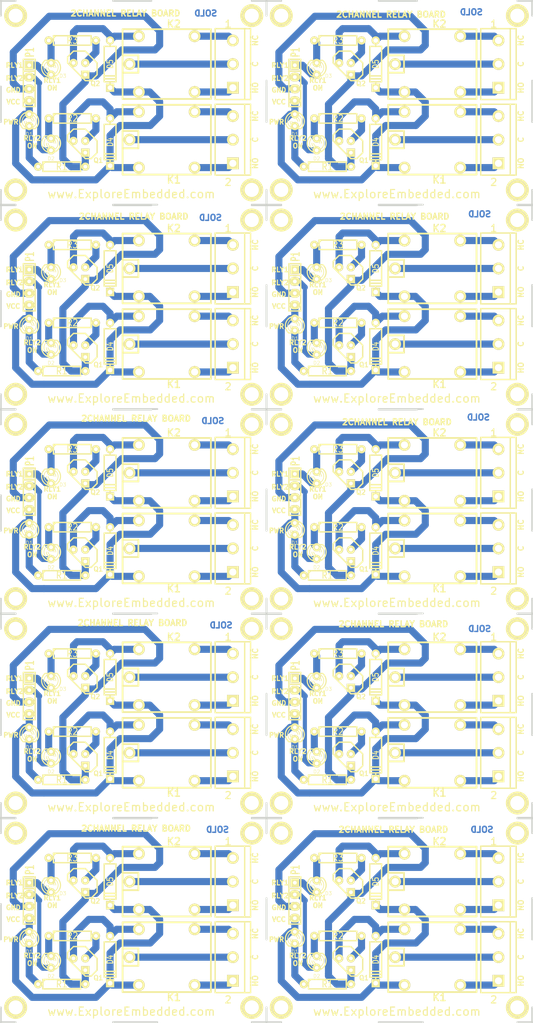
<source format=kicad_pcb>
(kicad_pcb (version 3) (host pcbnew "(2013-07-07 BZR 4022)-stable")
  (layers (15 Front signal) (0 Back signal) (18 B.Paste user) (19 F.Paste user) (20 B.SilkS user) (21 F.SilkS user) (22 B.Mask user) (23 F.Mask user) (28 Edge.Cuts user))
  (net 0 "")
  (net 1 GND)
  (net 2 N-000001)
  (net 3 N-0000010)
  (net 4 N-0000011)
  (net 5 N-0000012)
  (net 6 N-0000014)
  (net 7 N-0000015)
  (net 8 N-0000016)
  (net 9 N-0000017)
  (net 10 N-0000018)
  (net 11 N-000002)
  (net 12 N-000003)
  (net 13 N-000004)
  (net 14 N-000005)
  (net 15 N-000006)
  (net 16 N-000007)
  (net 17 N-000009)
  (module 1pin (layer Front) (at 44.196 243.713)
    (fp_text reference 1PIN hide)
    (fp_text value P*** hide)
    (pad 1 thru_hole circle (at 0 0) (size 4.064 4.064) (drill 3.048) (layers *.Cu *.Mask F.SilkS))
  )
  (module 1pin (layer Front) (at 44.196 206.248)
    (fp_text reference 1PIN hide)
    (fp_text value P*** hide)
    (pad 1 thru_hole circle (at 0 0) (size 4.064 4.064) (drill 3.048) (layers *.Cu *.Mask F.SilkS))
  )
  (module 1pin (layer Front) (at 94.996 243.713)
    (fp_text reference 1PIN hide)
    (fp_text value P*** hide)
    (pad 1 thru_hole circle (at 0 0) (size 4.064 4.064) (drill 3.048) (layers *.Cu *.Mask F.SilkS))
  )
  (module 1pin (layer Front) (at 94.996 206.248)
    (fp_text reference 1PIN hide)
    (fp_text value P*** hide)
    (pad 1 thru_hole circle (at 0 0) (size 4.064 4.064) (drill 3.048) (layers *.Cu *.Mask F.SilkS))
  )
  (module bornier3 (layer Front) (at 90.932 216.662 90)
    (fp_text reference K4 hide)
    (fp_text value CONN_3 hide)
    (pad 1 thru_hole rect (at -5.08 0 90) (size 2.54 2.54) (drill 1.524) (layers *.Cu *.Mask F.SilkS) (net 7 N-0000015))
    (pad 2 thru_hole circle (at 0 0 90) (size 2.54 2.54) (drill 1.524) (layers *.Cu *.Mask F.SilkS) (net 13 N-000004))
    (pad 3 thru_hole circle (at 5.08 0 90) (size 2.54 2.54) (drill 1.524) (layers *.Cu *.Mask F.SilkS) (net 12 N-000003))
  )
  (module bornier3 (layer Front) (at 90.932 232.918 90)
    (fp_text reference K3 hide)
    (fp_text value CONN_3 hide)
    (pad 1 thru_hole rect (at -5.08 0 90) (size 2.54 2.54) (drill 1.524) (layers *.Cu *.Mask F.SilkS) (net 15 N-000006))
    (pad 2 thru_hole circle (at 0 0 90) (size 2.54 2.54) (drill 1.524) (layers *.Cu *.Mask F.SilkS) (net 14 N-000005))
    (pad 3 thru_hole circle (at 5.08 0 90) (size 2.54 2.54) (drill 1.524) (layers *.Cu *.Mask F.SilkS) (net 6 N-0000014))
  )
  (module D4 (layer Front) (at 64.516 216.662 270)
    (fp_text reference D5 (at 0 0 270) (layer F.SilkS) (effects (font (size 1.27 1.016) (thickness 0.2032))))
    (fp_text value IN4007 hide)
    (pad 1 thru_hole circle (at -5.08 0 270) (size 1.778 1.778) (drill 1.016) (layers *.Cu *.Mask F.SilkS) (net 8 N-0000016))
    (pad 2 thru_hole rect (at 5.08 0 270) (size 1.778 1.778) (drill 1.016) (layers *.Cu *.Mask F.SilkS) (net 9 N-0000017))
  )
  (module D4 (layer Front) (at 64.516 233.426 270)
    (fp_text reference D4 (at 0 0 270) (layer F.SilkS) (effects (font (size 1.27 1.016) (thickness 0.2032))))
    (fp_text value IN4007 hide)
    (pad 1 thru_hole circle (at -5.08 0 270) (size 1.778 1.778) (drill 1.016) (layers *.Cu *.Mask F.SilkS) (net 10 N-0000018))
    (pad 2 thru_hole rect (at 5.08 0 270) (size 1.778 1.778) (drill 1.016) (layers *.Cu *.Mask F.SilkS) (net 9 N-0000017))
  )
  (module LED-3MM (layer Front) (at 51.816 217.678 90)
    (fp_text reference D3 (at -1.524 2.54 180) (layer F.SilkS) (effects (font (size 0.762 0.762) (thickness 0.0889))))
    (fp_text value LED hide)
    (pad 1 thru_hole circle (at -1.27 0 90) (size 1.778 1.778) (drill 0.8128) (layers *.Cu *.Mask F.Paste F.SilkS) (net 17 N-000009))
    (pad 2 thru_hole circle (at 1.27 0 90) (size 1.778 1.778) (drill 0.8128) (layers *.Cu *.Mask F.Paste F.SilkS) (net 3 N-0000010))
  )
  (module LED-3MM (layer Front) (at 51.816 233.934 90)
    (fp_text reference D2 (at -3.048 0 180) (layer F.SilkS) (effects (font (size 0.762 0.762) (thickness 0.0889))))
    (fp_text value LED hide)
    (pad 1 thru_hole circle (at -1.27 0 90) (size 1.778 1.778) (drill 0.8128) (layers *.Cu *.Mask F.Paste F.SilkS) (net 4 N-0000011))
    (pad 2 thru_hole circle (at 1.27 0 90) (size 1.778 1.778) (drill 0.8128) (layers *.Cu *.Mask F.Paste F.SilkS) (net 16 N-000007))
  )
  (module LED-3MM (layer Front) (at 47.117 228.71684 270)
    (fp_text reference D1 (at 3.00228 0 360) (layer F.SilkS) (effects (font (size 0.762 0.762) (thickness 0.0889))))
    (fp_text value LED hide)
    (pad 1 thru_hole circle (at -1.27 0 270) (size 1.778 1.778) (drill 0.8128) (layers *.Cu *.Mask F.Paste F.SilkS) (net 9 N-0000017))
    (pad 2 thru_hole circle (at 1.27 0 270) (size 1.778 1.778) (drill 0.8128) (layers *.Cu *.Mask F.Paste F.SilkS) (net 2 N-000001))
  )
  (module R4 (layer Front) (at 56.388 211.582)
    (fp_text reference R3 (at 0 0) (layer F.SilkS) (effects (font (size 1.397 1.27) (thickness 0.2032))))
    (fp_text value 1K hide)
    (pad 1 thru_hole circle (at -5.08 0) (size 1.778 1.778) (drill 0.8128) (layers *.Cu *.Mask F.SilkS) (net 3 N-0000010))
    (pad 2 thru_hole circle (at 5.08 0) (size 1.778 1.778) (drill 0.8128) (layers *.Cu *.Mask F.SilkS) (net 5 N-0000012))
  )
  (module R4 (layer Front) (at 56.388 228.346)
    (fp_text reference R2 (at 0 0) (layer F.SilkS) (effects (font (size 1.397 1.27) (thickness 0.2032))))
    (fp_text value 1K hide)
    (pad 1 thru_hole circle (at -5.08 0) (size 1.778 1.778) (drill 0.8128) (layers *.Cu *.Mask F.SilkS) (net 16 N-000007))
    (pad 2 thru_hole circle (at 5.08 0) (size 1.778 1.778) (drill 0.8128) (layers *.Cu *.Mask F.SilkS) (net 11 N-000002))
  )
  (module R4 (layer Front) (at 54.11724 238.71682)
    (fp_text reference R1 (at 0 0) (layer F.SilkS) (effects (font (size 1.397 1.27) (thickness 0.2032))))
    (fp_text value 1K hide)
    (pad 1 thru_hole circle (at -5.08 0) (size 1.778 1.778) (drill 0.8128) (layers *.Cu *.Mask F.SilkS) (net 2 N-000001))
    (pad 2 thru_hole circle (at 5.08 0) (size 1.778 1.778) (drill 0.8128) (layers *.Cu *.Mask F.SilkS) (net 1 GND))
  )
  (module SIL-4 (layer Front) (at 47.117 220.71838 270)
    (fp_text reference P1 (at -6.59638 -0.127 270) (layer F.SilkS) (effects (font (size 1.73482 1.08712) (thickness 0.27178))))
    (fp_text value CONN_4 hide)
    (pad 1 thru_hole rect (at -3.81 0 270) (size 1.905 1.905) (drill 0.8128) (layers *.Cu *.Mask F.SilkS) (net 17 N-000009))
    (pad 2 thru_hole oval (at -1.27 0 270) (size 1.905 2.286) (drill 0.8128) (layers *.Cu *.Mask F.SilkS) (net 4 N-0000011))
    (pad 3 thru_hole oval (at 1.27 0 270) (size 1.905 2.286) (drill 0.8128) (layers *.Cu *.Mask F.SilkS) (net 1 GND))
    (pad 4 thru_hole oval (at 3.81 0 270) (size 1.905 2.286) (drill 0.8128) (layers *.Cu *.Mask F.SilkS) (net 9 N-0000017))
  )
  (module TO92-EBC (layer Front) (at 57.912 217.678 270)
    (fp_text reference Q2 (at 3.175 -3.429 360) (layer F.SilkS) (effects (font (size 1.016 1.016) (thickness 0.2032))))
    (fp_text value BC548 hide)
    (pad E thru_hole rect (at 1.27 -1.27 270) (size 1.778 1.778) (drill 0.8128) (layers *.Cu *.Mask F.SilkS) (net 1 GND))
    (pad B thru_hole circle (at -1.27 -1.27 270) (size 1.778 1.778) (drill 0.8128) (layers *.Cu *.Mask F.SilkS) (net 5 N-0000012))
    (pad C thru_hole circle (at -1.27 1.27 270) (size 1.778 1.778) (drill 0.8128) (layers *.Cu *.Mask F.SilkS) (net 8 N-0000016))
  )
  (module TO92-EBC (layer Front) (at 57.912 234.442 270)
    (fp_text reference Q1 (at 2.921 -4.064 360) (layer F.SilkS) (effects (font (size 1.016 1.016) (thickness 0.2032))))
    (fp_text value BC548 hide)
    (pad E thru_hole rect (at 1.27 -1.27 270) (size 1.778 1.778) (drill 0.8128) (layers *.Cu *.Mask F.SilkS) (net 1 GND))
    (pad B thru_hole circle (at -1.27 -1.27 270) (size 1.778 1.778) (drill 0.8128) (layers *.Cu *.Mask F.SilkS) (net 11 N-000002))
    (pad C thru_hole circle (at -1.27 1.27 270) (size 1.778 1.778) (drill 0.8128) (layers *.Cu *.Mask F.SilkS) (net 10 N-0000018))
  )
  (module XL-RELAY-12 (layer Front) (at 76.708 216.662)
    (fp_text reference K2 (at 1.524 -8.636) (layer F.SilkS) (effects (font (size 1.524 1.524) (thickness 0.3048))))
    (fp_text value RELAY1_XL hide)
    (pad 1 thru_hole circle (at -5.99948 -5.99948) (size 2.54 2.54) (drill 1.524) (layers *.Cu *.Mask F.SilkS) (net 8 N-0000016))
    (pad 2 thru_hole circle (at -8.001 0) (size 2.54 2.54) (drill 1.524) (layers *.Cu *.Mask F.SilkS) (net 13 N-000004))
    (pad 3 thru_hole circle (at 5.99948 -5.99948) (size 2.54 2.54) (drill 1.524) (layers *.Cu *.Mask F.SilkS) (net 12 N-000003))
    (pad 4 thru_hole circle (at 5.99948 5.99948) (size 2.54 2.54) (drill 1.524) (layers *.Cu *.Mask F.SilkS) (net 7 N-0000015))
    (pad 5 thru_hole circle (at -5.99948 5.99948) (size 2.54 2.54) (drill 1.524) (layers *.Cu *.Mask F.SilkS) (net 9 N-0000017))
  )
  (module XL-RELAY-12 (layer Front) (at 76.708 232.918)
    (fp_text reference K1 (at 1.524 8.636) (layer F.SilkS) (effects (font (size 1.524 1.524) (thickness 0.3048))))
    (fp_text value RELAY1_XL hide)
    (pad 1 thru_hole circle (at -5.99948 -5.99948) (size 2.54 2.54) (drill 1.524) (layers *.Cu *.Mask F.SilkS) (net 10 N-0000018))
    (pad 2 thru_hole circle (at -8.001 0) (size 2.54 2.54) (drill 1.524) (layers *.Cu *.Mask F.SilkS) (net 14 N-000005))
    (pad 3 thru_hole circle (at 5.99948 -5.99948) (size 2.54 2.54) (drill 1.524) (layers *.Cu *.Mask F.SilkS) (net 6 N-0000014))
    (pad 4 thru_hole circle (at 5.99948 5.99948) (size 2.54 2.54) (drill 1.524) (layers *.Cu *.Mask F.SilkS) (net 15 N-000006))
    (pad 5 thru_hole circle (at -5.99948 5.99948) (size 2.54 2.54) (drill 1.524) (layers *.Cu *.Mask F.SilkS) (net 9 N-0000017))
  )
  (module XL-RELAY-12 (layer Front) (at 133.858 232.918)
    (fp_text reference K1 (at 1.524 8.636) (layer F.SilkS) (effects (font (size 1.524 1.524) (thickness 0.3048))))
    (fp_text value RELAY1_XL hide)
    (pad 1 thru_hole circle (at -5.99948 -5.99948) (size 2.54 2.54) (drill 1.524) (layers *.Cu *.Mask F.SilkS) (net 10 N-0000018))
    (pad 2 thru_hole circle (at -8.001 0) (size 2.54 2.54) (drill 1.524) (layers *.Cu *.Mask F.SilkS) (net 14 N-000005))
    (pad 3 thru_hole circle (at 5.99948 -5.99948) (size 2.54 2.54) (drill 1.524) (layers *.Cu *.Mask F.SilkS) (net 6 N-0000014))
    (pad 4 thru_hole circle (at 5.99948 5.99948) (size 2.54 2.54) (drill 1.524) (layers *.Cu *.Mask F.SilkS) (net 15 N-000006))
    (pad 5 thru_hole circle (at -5.99948 5.99948) (size 2.54 2.54) (drill 1.524) (layers *.Cu *.Mask F.SilkS) (net 9 N-0000017))
  )
  (module XL-RELAY-12 (layer Front) (at 133.858 216.662)
    (fp_text reference K2 (at 1.524 -8.636) (layer F.SilkS) (effects (font (size 1.524 1.524) (thickness 0.3048))))
    (fp_text value RELAY1_XL hide)
    (pad 1 thru_hole circle (at -5.99948 -5.99948) (size 2.54 2.54) (drill 1.524) (layers *.Cu *.Mask F.SilkS) (net 8 N-0000016))
    (pad 2 thru_hole circle (at -8.001 0) (size 2.54 2.54) (drill 1.524) (layers *.Cu *.Mask F.SilkS) (net 13 N-000004))
    (pad 3 thru_hole circle (at 5.99948 -5.99948) (size 2.54 2.54) (drill 1.524) (layers *.Cu *.Mask F.SilkS) (net 12 N-000003))
    (pad 4 thru_hole circle (at 5.99948 5.99948) (size 2.54 2.54) (drill 1.524) (layers *.Cu *.Mask F.SilkS) (net 7 N-0000015))
    (pad 5 thru_hole circle (at -5.99948 5.99948) (size 2.54 2.54) (drill 1.524) (layers *.Cu *.Mask F.SilkS) (net 9 N-0000017))
  )
  (module TO92-EBC (layer Front) (at 115.062 234.442 270)
    (fp_text reference Q1 (at 2.921 -4.064 360) (layer F.SilkS) (effects (font (size 1.016 1.016) (thickness 0.2032))))
    (fp_text value BC548 hide)
    (pad E thru_hole rect (at 1.27 -1.27 270) (size 1.778 1.778) (drill 0.8128) (layers *.Cu *.Mask F.SilkS) (net 1 GND))
    (pad B thru_hole circle (at -1.27 -1.27 270) (size 1.778 1.778) (drill 0.8128) (layers *.Cu *.Mask F.SilkS) (net 11 N-000002))
    (pad C thru_hole circle (at -1.27 1.27 270) (size 1.778 1.778) (drill 0.8128) (layers *.Cu *.Mask F.SilkS) (net 10 N-0000018))
  )
  (module TO92-EBC (layer Front) (at 115.062 217.678 270)
    (fp_text reference Q2 (at 3.175 -3.429 360) (layer F.SilkS) (effects (font (size 1.016 1.016) (thickness 0.2032))))
    (fp_text value BC548 hide)
    (pad E thru_hole rect (at 1.27 -1.27 270) (size 1.778 1.778) (drill 0.8128) (layers *.Cu *.Mask F.SilkS) (net 1 GND))
    (pad B thru_hole circle (at -1.27 -1.27 270) (size 1.778 1.778) (drill 0.8128) (layers *.Cu *.Mask F.SilkS) (net 5 N-0000012))
    (pad C thru_hole circle (at -1.27 1.27 270) (size 1.778 1.778) (drill 0.8128) (layers *.Cu *.Mask F.SilkS) (net 8 N-0000016))
  )
  (module SIL-4 (layer Front) (at 104.267 220.71838 270)
    (fp_text reference P1 (at -6.59638 -0.127 270) (layer F.SilkS) (effects (font (size 1.73482 1.08712) (thickness 0.27178))))
    (fp_text value CONN_4 hide)
    (pad 1 thru_hole rect (at -3.81 0 270) (size 1.905 1.905) (drill 0.8128) (layers *.Cu *.Mask F.SilkS) (net 17 N-000009))
    (pad 2 thru_hole oval (at -1.27 0 270) (size 1.905 2.286) (drill 0.8128) (layers *.Cu *.Mask F.SilkS) (net 4 N-0000011))
    (pad 3 thru_hole oval (at 1.27 0 270) (size 1.905 2.286) (drill 0.8128) (layers *.Cu *.Mask F.SilkS) (net 1 GND))
    (pad 4 thru_hole oval (at 3.81 0 270) (size 1.905 2.286) (drill 0.8128) (layers *.Cu *.Mask F.SilkS) (net 9 N-0000017))
  )
  (module R4 (layer Front) (at 111.26724 238.71682)
    (fp_text reference R1 (at 0 0) (layer F.SilkS) (effects (font (size 1.397 1.27) (thickness 0.2032))))
    (fp_text value 1K hide)
    (pad 1 thru_hole circle (at -5.08 0) (size 1.778 1.778) (drill 0.8128) (layers *.Cu *.Mask F.SilkS) (net 2 N-000001))
    (pad 2 thru_hole circle (at 5.08 0) (size 1.778 1.778) (drill 0.8128) (layers *.Cu *.Mask F.SilkS) (net 1 GND))
  )
  (module R4 (layer Front) (at 113.538 228.346)
    (fp_text reference R2 (at 0 0) (layer F.SilkS) (effects (font (size 1.397 1.27) (thickness 0.2032))))
    (fp_text value 1K hide)
    (pad 1 thru_hole circle (at -5.08 0) (size 1.778 1.778) (drill 0.8128) (layers *.Cu *.Mask F.SilkS) (net 16 N-000007))
    (pad 2 thru_hole circle (at 5.08 0) (size 1.778 1.778) (drill 0.8128) (layers *.Cu *.Mask F.SilkS) (net 11 N-000002))
  )
  (module R4 (layer Front) (at 113.538 211.582)
    (fp_text reference R3 (at 0 0) (layer F.SilkS) (effects (font (size 1.397 1.27) (thickness 0.2032))))
    (fp_text value 1K hide)
    (pad 1 thru_hole circle (at -5.08 0) (size 1.778 1.778) (drill 0.8128) (layers *.Cu *.Mask F.SilkS) (net 3 N-0000010))
    (pad 2 thru_hole circle (at 5.08 0) (size 1.778 1.778) (drill 0.8128) (layers *.Cu *.Mask F.SilkS) (net 5 N-0000012))
  )
  (module LED-3MM (layer Front) (at 104.267 228.71684 270)
    (fp_text reference D1 (at 3.00228 0 360) (layer F.SilkS) (effects (font (size 0.762 0.762) (thickness 0.0889))))
    (fp_text value LED hide)
    (pad 1 thru_hole circle (at -1.27 0 270) (size 1.778 1.778) (drill 0.8128) (layers *.Cu *.Mask F.Paste F.SilkS) (net 9 N-0000017))
    (pad 2 thru_hole circle (at 1.27 0 270) (size 1.778 1.778) (drill 0.8128) (layers *.Cu *.Mask F.Paste F.SilkS) (net 2 N-000001))
  )
  (module LED-3MM (layer Front) (at 108.966 233.934 90)
    (fp_text reference D2 (at -3.048 0 180) (layer F.SilkS) (effects (font (size 0.762 0.762) (thickness 0.0889))))
    (fp_text value LED hide)
    (pad 1 thru_hole circle (at -1.27 0 90) (size 1.778 1.778) (drill 0.8128) (layers *.Cu *.Mask F.Paste F.SilkS) (net 4 N-0000011))
    (pad 2 thru_hole circle (at 1.27 0 90) (size 1.778 1.778) (drill 0.8128) (layers *.Cu *.Mask F.Paste F.SilkS) (net 16 N-000007))
  )
  (module LED-3MM (layer Front) (at 108.966 217.678 90)
    (fp_text reference D3 (at -1.524 2.54 180) (layer F.SilkS) (effects (font (size 0.762 0.762) (thickness 0.0889))))
    (fp_text value LED hide)
    (pad 1 thru_hole circle (at -1.27 0 90) (size 1.778 1.778) (drill 0.8128) (layers *.Cu *.Mask F.Paste F.SilkS) (net 17 N-000009))
    (pad 2 thru_hole circle (at 1.27 0 90) (size 1.778 1.778) (drill 0.8128) (layers *.Cu *.Mask F.Paste F.SilkS) (net 3 N-0000010))
  )
  (module D4 (layer Front) (at 121.666 233.426 270)
    (fp_text reference D4 (at 0 0 270) (layer F.SilkS) (effects (font (size 1.27 1.016) (thickness 0.2032))))
    (fp_text value IN4007 hide)
    (pad 1 thru_hole circle (at -5.08 0 270) (size 1.778 1.778) (drill 1.016) (layers *.Cu *.Mask F.SilkS) (net 10 N-0000018))
    (pad 2 thru_hole rect (at 5.08 0 270) (size 1.778 1.778) (drill 1.016) (layers *.Cu *.Mask F.SilkS) (net 9 N-0000017))
  )
  (module D4 (layer Front) (at 121.666 216.662 270)
    (fp_text reference D5 (at 0 0 270) (layer F.SilkS) (effects (font (size 1.27 1.016) (thickness 0.2032))))
    (fp_text value IN4007 hide)
    (pad 1 thru_hole circle (at -5.08 0 270) (size 1.778 1.778) (drill 1.016) (layers *.Cu *.Mask F.SilkS) (net 8 N-0000016))
    (pad 2 thru_hole rect (at 5.08 0 270) (size 1.778 1.778) (drill 1.016) (layers *.Cu *.Mask F.SilkS) (net 9 N-0000017))
  )
  (module bornier3 (layer Front) (at 148.082 232.918 90)
    (fp_text reference K3 hide)
    (fp_text value CONN_3 hide)
    (pad 1 thru_hole rect (at -5.08 0 90) (size 2.54 2.54) (drill 1.524) (layers *.Cu *.Mask F.SilkS) (net 15 N-000006))
    (pad 2 thru_hole circle (at 0 0 90) (size 2.54 2.54) (drill 1.524) (layers *.Cu *.Mask F.SilkS) (net 14 N-000005))
    (pad 3 thru_hole circle (at 5.08 0 90) (size 2.54 2.54) (drill 1.524) (layers *.Cu *.Mask F.SilkS) (net 6 N-0000014))
  )
  (module bornier3 (layer Front) (at 148.082 216.662 90)
    (fp_text reference K4 hide)
    (fp_text value CONN_3 hide)
    (pad 1 thru_hole rect (at -5.08 0 90) (size 2.54 2.54) (drill 1.524) (layers *.Cu *.Mask F.SilkS) (net 7 N-0000015))
    (pad 2 thru_hole circle (at 0 0 90) (size 2.54 2.54) (drill 1.524) (layers *.Cu *.Mask F.SilkS) (net 13 N-000004))
    (pad 3 thru_hole circle (at 5.08 0 90) (size 2.54 2.54) (drill 1.524) (layers *.Cu *.Mask F.SilkS) (net 12 N-000003))
  )
  (module 1pin (layer Front) (at 152.146 206.248)
    (fp_text reference 1PIN hide)
    (fp_text value P*** hide)
    (pad 1 thru_hole circle (at 0 0) (size 4.064 4.064) (drill 3.048) (layers *.Cu *.Mask F.SilkS))
  )
  (module 1pin (layer Front) (at 152.146 243.713)
    (fp_text reference 1PIN hide)
    (fp_text value P*** hide)
    (pad 1 thru_hole circle (at 0 0) (size 4.064 4.064) (drill 3.048) (layers *.Cu *.Mask F.SilkS))
  )
  (module 1pin (layer Front) (at 101.346 206.248)
    (fp_text reference 1PIN hide)
    (fp_text value P*** hide)
    (pad 1 thru_hole circle (at 0 0) (size 4.064 4.064) (drill 3.048) (layers *.Cu *.Mask F.SilkS))
  )
  (module 1pin (layer Front) (at 101.346 243.713)
    (fp_text reference 1PIN hide)
    (fp_text value P*** hide)
    (pad 1 thru_hole circle (at 0 0) (size 4.064 4.064) (drill 3.048) (layers *.Cu *.Mask F.SilkS))
  )
  (module 1pin (layer Front) (at 44.196 155.829)
    (fp_text reference 1PIN hide)
    (fp_text value P*** hide)
    (pad 1 thru_hole circle (at 0 0) (size 4.064 4.064) (drill 3.048) (layers *.Cu *.Mask F.SilkS))
  )
  (module 1pin (layer Front) (at 44.196 118.364)
    (fp_text reference 1PIN hide)
    (fp_text value P*** hide)
    (pad 1 thru_hole circle (at 0 0) (size 4.064 4.064) (drill 3.048) (layers *.Cu *.Mask F.SilkS))
  )
  (module 1pin (layer Front) (at 94.996 155.829)
    (fp_text reference 1PIN hide)
    (fp_text value P*** hide)
    (pad 1 thru_hole circle (at 0 0) (size 4.064 4.064) (drill 3.048) (layers *.Cu *.Mask F.SilkS))
  )
  (module 1pin (layer Front) (at 94.996 118.364)
    (fp_text reference 1PIN hide)
    (fp_text value P*** hide)
    (pad 1 thru_hole circle (at 0 0) (size 4.064 4.064) (drill 3.048) (layers *.Cu *.Mask F.SilkS))
  )
  (module bornier3 (layer Front) (at 90.932 128.778 90)
    (fp_text reference K4 hide)
    (fp_text value CONN_3 hide)
    (pad 1 thru_hole rect (at -5.08 0 90) (size 2.54 2.54) (drill 1.524) (layers *.Cu *.Mask F.SilkS) (net 7 N-0000015))
    (pad 2 thru_hole circle (at 0 0 90) (size 2.54 2.54) (drill 1.524) (layers *.Cu *.Mask F.SilkS) (net 13 N-000004))
    (pad 3 thru_hole circle (at 5.08 0 90) (size 2.54 2.54) (drill 1.524) (layers *.Cu *.Mask F.SilkS) (net 12 N-000003))
  )
  (module bornier3 (layer Front) (at 90.932 145.034 90)
    (fp_text reference K3 hide)
    (fp_text value CONN_3 hide)
    (pad 1 thru_hole rect (at -5.08 0 90) (size 2.54 2.54) (drill 1.524) (layers *.Cu *.Mask F.SilkS) (net 15 N-000006))
    (pad 2 thru_hole circle (at 0 0 90) (size 2.54 2.54) (drill 1.524) (layers *.Cu *.Mask F.SilkS) (net 14 N-000005))
    (pad 3 thru_hole circle (at 5.08 0 90) (size 2.54 2.54) (drill 1.524) (layers *.Cu *.Mask F.SilkS) (net 6 N-0000014))
  )
  (module D4 (layer Front) (at 64.516 128.778 270)
    (fp_text reference D5 (at 0 0 270) (layer F.SilkS) (effects (font (size 1.27 1.016) (thickness 0.2032))))
    (fp_text value IN4007 hide)
    (pad 1 thru_hole circle (at -5.08 0 270) (size 1.778 1.778) (drill 1.016) (layers *.Cu *.Mask F.SilkS) (net 8 N-0000016))
    (pad 2 thru_hole rect (at 5.08 0 270) (size 1.778 1.778) (drill 1.016) (layers *.Cu *.Mask F.SilkS) (net 9 N-0000017))
  )
  (module D4 (layer Front) (at 64.516 145.542 270)
    (fp_text reference D4 (at 0 0 270) (layer F.SilkS) (effects (font (size 1.27 1.016) (thickness 0.2032))))
    (fp_text value IN4007 hide)
    (pad 1 thru_hole circle (at -5.08 0 270) (size 1.778 1.778) (drill 1.016) (layers *.Cu *.Mask F.SilkS) (net 10 N-0000018))
    (pad 2 thru_hole rect (at 5.08 0 270) (size 1.778 1.778) (drill 1.016) (layers *.Cu *.Mask F.SilkS) (net 9 N-0000017))
  )
  (module LED-3MM (layer Front) (at 51.816 129.794 90)
    (fp_text reference D3 (at -1.524 2.54 180) (layer F.SilkS) (effects (font (size 0.762 0.762) (thickness 0.0889))))
    (fp_text value LED hide)
    (pad 1 thru_hole circle (at -1.27 0 90) (size 1.778 1.778) (drill 0.8128) (layers *.Cu *.Mask F.Paste F.SilkS) (net 17 N-000009))
    (pad 2 thru_hole circle (at 1.27 0 90) (size 1.778 1.778) (drill 0.8128) (layers *.Cu *.Mask F.Paste F.SilkS) (net 3 N-0000010))
  )
  (module LED-3MM (layer Front) (at 51.816 146.05 90)
    (fp_text reference D2 (at -3.048 0 180) (layer F.SilkS) (effects (font (size 0.762 0.762) (thickness 0.0889))))
    (fp_text value LED hide)
    (pad 1 thru_hole circle (at -1.27 0 90) (size 1.778 1.778) (drill 0.8128) (layers *.Cu *.Mask F.Paste F.SilkS) (net 4 N-0000011))
    (pad 2 thru_hole circle (at 1.27 0 90) (size 1.778 1.778) (drill 0.8128) (layers *.Cu *.Mask F.Paste F.SilkS) (net 16 N-000007))
  )
  (module LED-3MM (layer Front) (at 47.117 140.83284 270)
    (fp_text reference D1 (at 3.00228 0 360) (layer F.SilkS) (effects (font (size 0.762 0.762) (thickness 0.0889))))
    (fp_text value LED hide)
    (pad 1 thru_hole circle (at -1.27 0 270) (size 1.778 1.778) (drill 0.8128) (layers *.Cu *.Mask F.Paste F.SilkS) (net 9 N-0000017))
    (pad 2 thru_hole circle (at 1.27 0 270) (size 1.778 1.778) (drill 0.8128) (layers *.Cu *.Mask F.Paste F.SilkS) (net 2 N-000001))
  )
  (module R4 (layer Front) (at 56.388 123.698)
    (fp_text reference R3 (at 0 0) (layer F.SilkS) (effects (font (size 1.397 1.27) (thickness 0.2032))))
    (fp_text value 1K hide)
    (pad 1 thru_hole circle (at -5.08 0) (size 1.778 1.778) (drill 0.8128) (layers *.Cu *.Mask F.SilkS) (net 3 N-0000010))
    (pad 2 thru_hole circle (at 5.08 0) (size 1.778 1.778) (drill 0.8128) (layers *.Cu *.Mask F.SilkS) (net 5 N-0000012))
  )
  (module R4 (layer Front) (at 56.388 140.462)
    (fp_text reference R2 (at 0 0) (layer F.SilkS) (effects (font (size 1.397 1.27) (thickness 0.2032))))
    (fp_text value 1K hide)
    (pad 1 thru_hole circle (at -5.08 0) (size 1.778 1.778) (drill 0.8128) (layers *.Cu *.Mask F.SilkS) (net 16 N-000007))
    (pad 2 thru_hole circle (at 5.08 0) (size 1.778 1.778) (drill 0.8128) (layers *.Cu *.Mask F.SilkS) (net 11 N-000002))
  )
  (module R4 (layer Front) (at 54.11724 150.83282)
    (fp_text reference R1 (at 0 0) (layer F.SilkS) (effects (font (size 1.397 1.27) (thickness 0.2032))))
    (fp_text value 1K hide)
    (pad 1 thru_hole circle (at -5.08 0) (size 1.778 1.778) (drill 0.8128) (layers *.Cu *.Mask F.SilkS) (net 2 N-000001))
    (pad 2 thru_hole circle (at 5.08 0) (size 1.778 1.778) (drill 0.8128) (layers *.Cu *.Mask F.SilkS) (net 1 GND))
  )
  (module SIL-4 (layer Front) (at 47.117 132.83438 270)
    (fp_text reference P1 (at -6.59638 -0.127 270) (layer F.SilkS) (effects (font (size 1.73482 1.08712) (thickness 0.27178))))
    (fp_text value CONN_4 hide)
    (pad 1 thru_hole rect (at -3.81 0 270) (size 1.905 1.905) (drill 0.8128) (layers *.Cu *.Mask F.SilkS) (net 17 N-000009))
    (pad 2 thru_hole oval (at -1.27 0 270) (size 1.905 2.286) (drill 0.8128) (layers *.Cu *.Mask F.SilkS) (net 4 N-0000011))
    (pad 3 thru_hole oval (at 1.27 0 270) (size 1.905 2.286) (drill 0.8128) (layers *.Cu *.Mask F.SilkS) (net 1 GND))
    (pad 4 thru_hole oval (at 3.81 0 270) (size 1.905 2.286) (drill 0.8128) (layers *.Cu *.Mask F.SilkS) (net 9 N-0000017))
  )
  (module TO92-EBC (layer Front) (at 57.912 129.794 270)
    (fp_text reference Q2 (at 3.175 -3.429 360) (layer F.SilkS) (effects (font (size 1.016 1.016) (thickness 0.2032))))
    (fp_text value BC548 hide)
    (pad E thru_hole rect (at 1.27 -1.27 270) (size 1.778 1.778) (drill 0.8128) (layers *.Cu *.Mask F.SilkS) (net 1 GND))
    (pad B thru_hole circle (at -1.27 -1.27 270) (size 1.778 1.778) (drill 0.8128) (layers *.Cu *.Mask F.SilkS) (net 5 N-0000012))
    (pad C thru_hole circle (at -1.27 1.27 270) (size 1.778 1.778) (drill 0.8128) (layers *.Cu *.Mask F.SilkS) (net 8 N-0000016))
  )
  (module TO92-EBC (layer Front) (at 57.912 146.558 270)
    (fp_text reference Q1 (at 2.921 -4.064 360) (layer F.SilkS) (effects (font (size 1.016 1.016) (thickness 0.2032))))
    (fp_text value BC548 hide)
    (pad E thru_hole rect (at 1.27 -1.27 270) (size 1.778 1.778) (drill 0.8128) (layers *.Cu *.Mask F.SilkS) (net 1 GND))
    (pad B thru_hole circle (at -1.27 -1.27 270) (size 1.778 1.778) (drill 0.8128) (layers *.Cu *.Mask F.SilkS) (net 11 N-000002))
    (pad C thru_hole circle (at -1.27 1.27 270) (size 1.778 1.778) (drill 0.8128) (layers *.Cu *.Mask F.SilkS) (net 10 N-0000018))
  )
  (module XL-RELAY-12 (layer Front) (at 76.708 128.778)
    (fp_text reference K2 (at 1.524 -8.636) (layer F.SilkS) (effects (font (size 1.524 1.524) (thickness 0.3048))))
    (fp_text value RELAY1_XL hide)
    (pad 1 thru_hole circle (at -5.99948 -5.99948) (size 2.54 2.54) (drill 1.524) (layers *.Cu *.Mask F.SilkS) (net 8 N-0000016))
    (pad 2 thru_hole circle (at -8.001 0) (size 2.54 2.54) (drill 1.524) (layers *.Cu *.Mask F.SilkS) (net 13 N-000004))
    (pad 3 thru_hole circle (at 5.99948 -5.99948) (size 2.54 2.54) (drill 1.524) (layers *.Cu *.Mask F.SilkS) (net 12 N-000003))
    (pad 4 thru_hole circle (at 5.99948 5.99948) (size 2.54 2.54) (drill 1.524) (layers *.Cu *.Mask F.SilkS) (net 7 N-0000015))
    (pad 5 thru_hole circle (at -5.99948 5.99948) (size 2.54 2.54) (drill 1.524) (layers *.Cu *.Mask F.SilkS) (net 9 N-0000017))
  )
  (module XL-RELAY-12 (layer Front) (at 76.708 145.034)
    (fp_text reference K1 (at 1.524 8.636) (layer F.SilkS) (effects (font (size 1.524 1.524) (thickness 0.3048))))
    (fp_text value RELAY1_XL hide)
    (pad 1 thru_hole circle (at -5.99948 -5.99948) (size 2.54 2.54) (drill 1.524) (layers *.Cu *.Mask F.SilkS) (net 10 N-0000018))
    (pad 2 thru_hole circle (at -8.001 0) (size 2.54 2.54) (drill 1.524) (layers *.Cu *.Mask F.SilkS) (net 14 N-000005))
    (pad 3 thru_hole circle (at 5.99948 -5.99948) (size 2.54 2.54) (drill 1.524) (layers *.Cu *.Mask F.SilkS) (net 6 N-0000014))
    (pad 4 thru_hole circle (at 5.99948 5.99948) (size 2.54 2.54) (drill 1.524) (layers *.Cu *.Mask F.SilkS) (net 15 N-000006))
    (pad 5 thru_hole circle (at -5.99948 5.99948) (size 2.54 2.54) (drill 1.524) (layers *.Cu *.Mask F.SilkS) (net 9 N-0000017))
  )
  (module XL-RELAY-12 (layer Front) (at 133.858 145.034)
    (fp_text reference K1 (at 1.524 8.636) (layer F.SilkS) (effects (font (size 1.524 1.524) (thickness 0.3048))))
    (fp_text value RELAY1_XL hide)
    (pad 1 thru_hole circle (at -5.99948 -5.99948) (size 2.54 2.54) (drill 1.524) (layers *.Cu *.Mask F.SilkS) (net 10 N-0000018))
    (pad 2 thru_hole circle (at -8.001 0) (size 2.54 2.54) (drill 1.524) (layers *.Cu *.Mask F.SilkS) (net 14 N-000005))
    (pad 3 thru_hole circle (at 5.99948 -5.99948) (size 2.54 2.54) (drill 1.524) (layers *.Cu *.Mask F.SilkS) (net 6 N-0000014))
    (pad 4 thru_hole circle (at 5.99948 5.99948) (size 2.54 2.54) (drill 1.524) (layers *.Cu *.Mask F.SilkS) (net 15 N-000006))
    (pad 5 thru_hole circle (at -5.99948 5.99948) (size 2.54 2.54) (drill 1.524) (layers *.Cu *.Mask F.SilkS) (net 9 N-0000017))
  )
  (module XL-RELAY-12 (layer Front) (at 133.858 128.778)
    (fp_text reference K2 (at 1.524 -8.636) (layer F.SilkS) (effects (font (size 1.524 1.524) (thickness 0.3048))))
    (fp_text value RELAY1_XL hide)
    (pad 1 thru_hole circle (at -5.99948 -5.99948) (size 2.54 2.54) (drill 1.524) (layers *.Cu *.Mask F.SilkS) (net 8 N-0000016))
    (pad 2 thru_hole circle (at -8.001 0) (size 2.54 2.54) (drill 1.524) (layers *.Cu *.Mask F.SilkS) (net 13 N-000004))
    (pad 3 thru_hole circle (at 5.99948 -5.99948) (size 2.54 2.54) (drill 1.524) (layers *.Cu *.Mask F.SilkS) (net 12 N-000003))
    (pad 4 thru_hole circle (at 5.99948 5.99948) (size 2.54 2.54) (drill 1.524) (layers *.Cu *.Mask F.SilkS) (net 7 N-0000015))
    (pad 5 thru_hole circle (at -5.99948 5.99948) (size 2.54 2.54) (drill 1.524) (layers *.Cu *.Mask F.SilkS) (net 9 N-0000017))
  )
  (module TO92-EBC (layer Front) (at 115.062 146.558 270)
    (fp_text reference Q1 (at 2.921 -4.064 360) (layer F.SilkS) (effects (font (size 1.016 1.016) (thickness 0.2032))))
    (fp_text value BC548 hide)
    (pad E thru_hole rect (at 1.27 -1.27 270) (size 1.778 1.778) (drill 0.8128) (layers *.Cu *.Mask F.SilkS) (net 1 GND))
    (pad B thru_hole circle (at -1.27 -1.27 270) (size 1.778 1.778) (drill 0.8128) (layers *.Cu *.Mask F.SilkS) (net 11 N-000002))
    (pad C thru_hole circle (at -1.27 1.27 270) (size 1.778 1.778) (drill 0.8128) (layers *.Cu *.Mask F.SilkS) (net 10 N-0000018))
  )
  (module TO92-EBC (layer Front) (at 115.062 129.794 270)
    (fp_text reference Q2 (at 3.175 -3.429 360) (layer F.SilkS) (effects (font (size 1.016 1.016) (thickness 0.2032))))
    (fp_text value BC548 hide)
    (pad E thru_hole rect (at 1.27 -1.27 270) (size 1.778 1.778) (drill 0.8128) (layers *.Cu *.Mask F.SilkS) (net 1 GND))
    (pad B thru_hole circle (at -1.27 -1.27 270) (size 1.778 1.778) (drill 0.8128) (layers *.Cu *.Mask F.SilkS) (net 5 N-0000012))
    (pad C thru_hole circle (at -1.27 1.27 270) (size 1.778 1.778) (drill 0.8128) (layers *.Cu *.Mask F.SilkS) (net 8 N-0000016))
  )
  (module SIL-4 (layer Front) (at 104.267 132.83438 270)
    (fp_text reference P1 (at -6.59638 -0.127 270) (layer F.SilkS) (effects (font (size 1.73482 1.08712) (thickness 0.27178))))
    (fp_text value CONN_4 hide)
    (pad 1 thru_hole rect (at -3.81 0 270) (size 1.905 1.905) (drill 0.8128) (layers *.Cu *.Mask F.SilkS) (net 17 N-000009))
    (pad 2 thru_hole oval (at -1.27 0 270) (size 1.905 2.286) (drill 0.8128) (layers *.Cu *.Mask F.SilkS) (net 4 N-0000011))
    (pad 3 thru_hole oval (at 1.27 0 270) (size 1.905 2.286) (drill 0.8128) (layers *.Cu *.Mask F.SilkS) (net 1 GND))
    (pad 4 thru_hole oval (at 3.81 0 270) (size 1.905 2.286) (drill 0.8128) (layers *.Cu *.Mask F.SilkS) (net 9 N-0000017))
  )
  (module R4 (layer Front) (at 111.26724 150.83282)
    (fp_text reference R1 (at 0 0) (layer F.SilkS) (effects (font (size 1.397 1.27) (thickness 0.2032))))
    (fp_text value 1K hide)
    (pad 1 thru_hole circle (at -5.08 0) (size 1.778 1.778) (drill 0.8128) (layers *.Cu *.Mask F.SilkS) (net 2 N-000001))
    (pad 2 thru_hole circle (at 5.08 0) (size 1.778 1.778) (drill 0.8128) (layers *.Cu *.Mask F.SilkS) (net 1 GND))
  )
  (module R4 (layer Front) (at 113.538 140.462)
    (fp_text reference R2 (at 0 0) (layer F.SilkS) (effects (font (size 1.397 1.27) (thickness 0.2032))))
    (fp_text value 1K hide)
    (pad 1 thru_hole circle (at -5.08 0) (size 1.778 1.778) (drill 0.8128) (layers *.Cu *.Mask F.SilkS) (net 16 N-000007))
    (pad 2 thru_hole circle (at 5.08 0) (size 1.778 1.778) (drill 0.8128) (layers *.Cu *.Mask F.SilkS) (net 11 N-000002))
  )
  (module R4 (layer Front) (at 113.538 123.698)
    (fp_text reference R3 (at 0 0) (layer F.SilkS) (effects (font (size 1.397 1.27) (thickness 0.2032))))
    (fp_text value 1K hide)
    (pad 1 thru_hole circle (at -5.08 0) (size 1.778 1.778) (drill 0.8128) (layers *.Cu *.Mask F.SilkS) (net 3 N-0000010))
    (pad 2 thru_hole circle (at 5.08 0) (size 1.778 1.778) (drill 0.8128) (layers *.Cu *.Mask F.SilkS) (net 5 N-0000012))
  )
  (module LED-3MM (layer Front) (at 104.267 140.83284 270)
    (fp_text reference D1 (at 3.00228 0 360) (layer F.SilkS) (effects (font (size 0.762 0.762) (thickness 0.0889))))
    (fp_text value LED hide)
    (pad 1 thru_hole circle (at -1.27 0 270) (size 1.778 1.778) (drill 0.8128) (layers *.Cu *.Mask F.Paste F.SilkS) (net 9 N-0000017))
    (pad 2 thru_hole circle (at 1.27 0 270) (size 1.778 1.778) (drill 0.8128) (layers *.Cu *.Mask F.Paste F.SilkS) (net 2 N-000001))
  )
  (module LED-3MM (layer Front) (at 108.966 146.05 90)
    (fp_text reference D2 (at -3.048 0 180) (layer F.SilkS) (effects (font (size 0.762 0.762) (thickness 0.0889))))
    (fp_text value LED hide)
    (pad 1 thru_hole circle (at -1.27 0 90) (size 1.778 1.778) (drill 0.8128) (layers *.Cu *.Mask F.Paste F.SilkS) (net 4 N-0000011))
    (pad 2 thru_hole circle (at 1.27 0 90) (size 1.778 1.778) (drill 0.8128) (layers *.Cu *.Mask F.Paste F.SilkS) (net 16 N-000007))
  )
  (module LED-3MM (layer Front) (at 108.966 129.794 90)
    (fp_text reference D3 (at -1.524 2.54 180) (layer F.SilkS) (effects (font (size 0.762 0.762) (thickness 0.0889))))
    (fp_text value LED hide)
    (pad 1 thru_hole circle (at -1.27 0 90) (size 1.778 1.778) (drill 0.8128) (layers *.Cu *.Mask F.Paste F.SilkS) (net 17 N-000009))
    (pad 2 thru_hole circle (at 1.27 0 90) (size 1.778 1.778) (drill 0.8128) (layers *.Cu *.Mask F.Paste F.SilkS) (net 3 N-0000010))
  )
  (module D4 (layer Front) (at 121.666 145.542 270)
    (fp_text reference D4 (at 0 0 270) (layer F.SilkS) (effects (font (size 1.27 1.016) (thickness 0.2032))))
    (fp_text value IN4007 hide)
    (pad 1 thru_hole circle (at -5.08 0 270) (size 1.778 1.778) (drill 1.016) (layers *.Cu *.Mask F.SilkS) (net 10 N-0000018))
    (pad 2 thru_hole rect (at 5.08 0 270) (size 1.778 1.778) (drill 1.016) (layers *.Cu *.Mask F.SilkS) (net 9 N-0000017))
  )
  (module D4 (layer Front) (at 121.666 128.778 270)
    (fp_text reference D5 (at 0 0 270) (layer F.SilkS) (effects (font (size 1.27 1.016) (thickness 0.2032))))
    (fp_text value IN4007 hide)
    (pad 1 thru_hole circle (at -5.08 0 270) (size 1.778 1.778) (drill 1.016) (layers *.Cu *.Mask F.SilkS) (net 8 N-0000016))
    (pad 2 thru_hole rect (at 5.08 0 270) (size 1.778 1.778) (drill 1.016) (layers *.Cu *.Mask F.SilkS) (net 9 N-0000017))
  )
  (module bornier3 (layer Front) (at 148.082 145.034 90)
    (fp_text reference K3 hide)
    (fp_text value CONN_3 hide)
    (pad 1 thru_hole rect (at -5.08 0 90) (size 2.54 2.54) (drill 1.524) (layers *.Cu *.Mask F.SilkS) (net 15 N-000006))
    (pad 2 thru_hole circle (at 0 0 90) (size 2.54 2.54) (drill 1.524) (layers *.Cu *.Mask F.SilkS) (net 14 N-000005))
    (pad 3 thru_hole circle (at 5.08 0 90) (size 2.54 2.54) (drill 1.524) (layers *.Cu *.Mask F.SilkS) (net 6 N-0000014))
  )
  (module bornier3 (layer Front) (at 148.082 128.778 90)
    (fp_text reference K4 hide)
    (fp_text value CONN_3 hide)
    (pad 1 thru_hole rect (at -5.08 0 90) (size 2.54 2.54) (drill 1.524) (layers *.Cu *.Mask F.SilkS) (net 7 N-0000015))
    (pad 2 thru_hole circle (at 0 0 90) (size 2.54 2.54) (drill 1.524) (layers *.Cu *.Mask F.SilkS) (net 13 N-000004))
    (pad 3 thru_hole circle (at 5.08 0 90) (size 2.54 2.54) (drill 1.524) (layers *.Cu *.Mask F.SilkS) (net 12 N-000003))
  )
  (module 1pin (layer Front) (at 152.146 118.364)
    (fp_text reference 1PIN hide)
    (fp_text value P*** hide)
    (pad 1 thru_hole circle (at 0 0) (size 4.064 4.064) (drill 3.048) (layers *.Cu *.Mask F.SilkS))
  )
  (module 1pin (layer Front) (at 152.146 155.829)
    (fp_text reference 1PIN hide)
    (fp_text value P*** hide)
    (pad 1 thru_hole circle (at 0 0) (size 4.064 4.064) (drill 3.048) (layers *.Cu *.Mask F.SilkS))
  )
  (module 1pin (layer Front) (at 101.346 118.364)
    (fp_text reference 1PIN hide)
    (fp_text value P*** hide)
    (pad 1 thru_hole circle (at 0 0) (size 4.064 4.064) (drill 3.048) (layers *.Cu *.Mask F.SilkS))
  )
  (module 1pin (layer Front) (at 101.346 155.829)
    (fp_text reference 1PIN hide)
    (fp_text value P*** hide)
    (pad 1 thru_hole circle (at 0 0) (size 4.064 4.064) (drill 3.048) (layers *.Cu *.Mask F.SilkS))
  )
  (module 1pin (layer Front) (at 101.346 199.771)
    (fp_text reference 1PIN hide)
    (fp_text value P*** hide)
    (pad 1 thru_hole circle (at 0 0) (size 4.064 4.064) (drill 3.048) (layers *.Cu *.Mask F.SilkS))
  )
  (module 1pin (layer Front) (at 101.346 162.306)
    (fp_text reference 1PIN hide)
    (fp_text value P*** hide)
    (pad 1 thru_hole circle (at 0 0) (size 4.064 4.064) (drill 3.048) (layers *.Cu *.Mask F.SilkS))
  )
  (module 1pin (layer Front) (at 152.146 199.771)
    (fp_text reference 1PIN hide)
    (fp_text value P*** hide)
    (pad 1 thru_hole circle (at 0 0) (size 4.064 4.064) (drill 3.048) (layers *.Cu *.Mask F.SilkS))
  )
  (module 1pin (layer Front) (at 152.146 162.306)
    (fp_text reference 1PIN hide)
    (fp_text value P*** hide)
    (pad 1 thru_hole circle (at 0 0) (size 4.064 4.064) (drill 3.048) (layers *.Cu *.Mask F.SilkS))
  )
  (module bornier3 (layer Front) (at 148.082 172.72 90)
    (fp_text reference K4 hide)
    (fp_text value CONN_3 hide)
    (pad 1 thru_hole rect (at -5.08 0 90) (size 2.54 2.54) (drill 1.524) (layers *.Cu *.Mask F.SilkS) (net 7 N-0000015))
    (pad 2 thru_hole circle (at 0 0 90) (size 2.54 2.54) (drill 1.524) (layers *.Cu *.Mask F.SilkS) (net 13 N-000004))
    (pad 3 thru_hole circle (at 5.08 0 90) (size 2.54 2.54) (drill 1.524) (layers *.Cu *.Mask F.SilkS) (net 12 N-000003))
  )
  (module bornier3 (layer Front) (at 148.082 188.976 90)
    (fp_text reference K3 hide)
    (fp_text value CONN_3 hide)
    (pad 1 thru_hole rect (at -5.08 0 90) (size 2.54 2.54) (drill 1.524) (layers *.Cu *.Mask F.SilkS) (net 15 N-000006))
    (pad 2 thru_hole circle (at 0 0 90) (size 2.54 2.54) (drill 1.524) (layers *.Cu *.Mask F.SilkS) (net 14 N-000005))
    (pad 3 thru_hole circle (at 5.08 0 90) (size 2.54 2.54) (drill 1.524) (layers *.Cu *.Mask F.SilkS) (net 6 N-0000014))
  )
  (module D4 (layer Front) (at 121.666 172.72 270)
    (fp_text reference D5 (at 0 0 270) (layer F.SilkS) (effects (font (size 1.27 1.016) (thickness 0.2032))))
    (fp_text value IN4007 hide)
    (pad 1 thru_hole circle (at -5.08 0 270) (size 1.778 1.778) (drill 1.016) (layers *.Cu *.Mask F.SilkS) (net 8 N-0000016))
    (pad 2 thru_hole rect (at 5.08 0 270) (size 1.778 1.778) (drill 1.016) (layers *.Cu *.Mask F.SilkS) (net 9 N-0000017))
  )
  (module D4 (layer Front) (at 121.666 189.484 270)
    (fp_text reference D4 (at 0 0 270) (layer F.SilkS) (effects (font (size 1.27 1.016) (thickness 0.2032))))
    (fp_text value IN4007 hide)
    (pad 1 thru_hole circle (at -5.08 0 270) (size 1.778 1.778) (drill 1.016) (layers *.Cu *.Mask F.SilkS) (net 10 N-0000018))
    (pad 2 thru_hole rect (at 5.08 0 270) (size 1.778 1.778) (drill 1.016) (layers *.Cu *.Mask F.SilkS) (net 9 N-0000017))
  )
  (module LED-3MM (layer Front) (at 108.966 173.736 90)
    (fp_text reference D3 (at -1.524 2.54 180) (layer F.SilkS) (effects (font (size 0.762 0.762) (thickness 0.0889))))
    (fp_text value LED hide)
    (pad 1 thru_hole circle (at -1.27 0 90) (size 1.778 1.778) (drill 0.8128) (layers *.Cu *.Mask F.Paste F.SilkS) (net 17 N-000009))
    (pad 2 thru_hole circle (at 1.27 0 90) (size 1.778 1.778) (drill 0.8128) (layers *.Cu *.Mask F.Paste F.SilkS) (net 3 N-0000010))
  )
  (module LED-3MM (layer Front) (at 108.966 189.992 90)
    (fp_text reference D2 (at -3.048 0 180) (layer F.SilkS) (effects (font (size 0.762 0.762) (thickness 0.0889))))
    (fp_text value LED hide)
    (pad 1 thru_hole circle (at -1.27 0 90) (size 1.778 1.778) (drill 0.8128) (layers *.Cu *.Mask F.Paste F.SilkS) (net 4 N-0000011))
    (pad 2 thru_hole circle (at 1.27 0 90) (size 1.778 1.778) (drill 0.8128) (layers *.Cu *.Mask F.Paste F.SilkS) (net 16 N-000007))
  )
  (module LED-3MM (layer Front) (at 104.267 184.77484 270)
    (fp_text reference D1 (at 3.00228 0 360) (layer F.SilkS) (effects (font (size 0.762 0.762) (thickness 0.0889))))
    (fp_text value LED hide)
    (pad 1 thru_hole circle (at -1.27 0 270) (size 1.778 1.778) (drill 0.8128) (layers *.Cu *.Mask F.Paste F.SilkS) (net 9 N-0000017))
    (pad 2 thru_hole circle (at 1.27 0 270) (size 1.778 1.778) (drill 0.8128) (layers *.Cu *.Mask F.Paste F.SilkS) (net 2 N-000001))
  )
  (module R4 (layer Front) (at 113.538 167.64)
    (fp_text reference R3 (at 0 0) (layer F.SilkS) (effects (font (size 1.397 1.27) (thickness 0.2032))))
    (fp_text value 1K hide)
    (pad 1 thru_hole circle (at -5.08 0) (size 1.778 1.778) (drill 0.8128) (layers *.Cu *.Mask F.SilkS) (net 3 N-0000010))
    (pad 2 thru_hole circle (at 5.08 0) (size 1.778 1.778) (drill 0.8128) (layers *.Cu *.Mask F.SilkS) (net 5 N-0000012))
  )
  (module R4 (layer Front) (at 113.538 184.404)
    (fp_text reference R2 (at 0 0) (layer F.SilkS) (effects (font (size 1.397 1.27) (thickness 0.2032))))
    (fp_text value 1K hide)
    (pad 1 thru_hole circle (at -5.08 0) (size 1.778 1.778) (drill 0.8128) (layers *.Cu *.Mask F.SilkS) (net 16 N-000007))
    (pad 2 thru_hole circle (at 5.08 0) (size 1.778 1.778) (drill 0.8128) (layers *.Cu *.Mask F.SilkS) (net 11 N-000002))
  )
  (module R4 (layer Front) (at 111.26724 194.77482)
    (fp_text reference R1 (at 0 0) (layer F.SilkS) (effects (font (size 1.397 1.27) (thickness 0.2032))))
    (fp_text value 1K hide)
    (pad 1 thru_hole circle (at -5.08 0) (size 1.778 1.778) (drill 0.8128) (layers *.Cu *.Mask F.SilkS) (net 2 N-000001))
    (pad 2 thru_hole circle (at 5.08 0) (size 1.778 1.778) (drill 0.8128) (layers *.Cu *.Mask F.SilkS) (net 1 GND))
  )
  (module SIL-4 (layer Front) (at 104.267 176.77638 270)
    (fp_text reference P1 (at -6.59638 -0.127 270) (layer F.SilkS) (effects (font (size 1.73482 1.08712) (thickness 0.27178))))
    (fp_text value CONN_4 hide)
    (pad 1 thru_hole rect (at -3.81 0 270) (size 1.905 1.905) (drill 0.8128) (layers *.Cu *.Mask F.SilkS) (net 17 N-000009))
    (pad 2 thru_hole oval (at -1.27 0 270) (size 1.905 2.286) (drill 0.8128) (layers *.Cu *.Mask F.SilkS) (net 4 N-0000011))
    (pad 3 thru_hole oval (at 1.27 0 270) (size 1.905 2.286) (drill 0.8128) (layers *.Cu *.Mask F.SilkS) (net 1 GND))
    (pad 4 thru_hole oval (at 3.81 0 270) (size 1.905 2.286) (drill 0.8128) (layers *.Cu *.Mask F.SilkS) (net 9 N-0000017))
  )
  (module TO92-EBC (layer Front) (at 115.062 173.736 270)
    (fp_text reference Q2 (at 3.175 -3.429 360) (layer F.SilkS) (effects (font (size 1.016 1.016) (thickness 0.2032))))
    (fp_text value BC548 hide)
    (pad E thru_hole rect (at 1.27 -1.27 270) (size 1.778 1.778) (drill 0.8128) (layers *.Cu *.Mask F.SilkS) (net 1 GND))
    (pad B thru_hole circle (at -1.27 -1.27 270) (size 1.778 1.778) (drill 0.8128) (layers *.Cu *.Mask F.SilkS) (net 5 N-0000012))
    (pad C thru_hole circle (at -1.27 1.27 270) (size 1.778 1.778) (drill 0.8128) (layers *.Cu *.Mask F.SilkS) (net 8 N-0000016))
  )
  (module TO92-EBC (layer Front) (at 115.062 190.5 270)
    (fp_text reference Q1 (at 2.921 -4.064 360) (layer F.SilkS) (effects (font (size 1.016 1.016) (thickness 0.2032))))
    (fp_text value BC548 hide)
    (pad E thru_hole rect (at 1.27 -1.27 270) (size 1.778 1.778) (drill 0.8128) (layers *.Cu *.Mask F.SilkS) (net 1 GND))
    (pad B thru_hole circle (at -1.27 -1.27 270) (size 1.778 1.778) (drill 0.8128) (layers *.Cu *.Mask F.SilkS) (net 11 N-000002))
    (pad C thru_hole circle (at -1.27 1.27 270) (size 1.778 1.778) (drill 0.8128) (layers *.Cu *.Mask F.SilkS) (net 10 N-0000018))
  )
  (module XL-RELAY-12 (layer Front) (at 133.858 172.72)
    (fp_text reference K2 (at 1.524 -8.636) (layer F.SilkS) (effects (font (size 1.524 1.524) (thickness 0.3048))))
    (fp_text value RELAY1_XL hide)
    (pad 1 thru_hole circle (at -5.99948 -5.99948) (size 2.54 2.54) (drill 1.524) (layers *.Cu *.Mask F.SilkS) (net 8 N-0000016))
    (pad 2 thru_hole circle (at -8.001 0) (size 2.54 2.54) (drill 1.524) (layers *.Cu *.Mask F.SilkS) (net 13 N-000004))
    (pad 3 thru_hole circle (at 5.99948 -5.99948) (size 2.54 2.54) (drill 1.524) (layers *.Cu *.Mask F.SilkS) (net 12 N-000003))
    (pad 4 thru_hole circle (at 5.99948 5.99948) (size 2.54 2.54) (drill 1.524) (layers *.Cu *.Mask F.SilkS) (net 7 N-0000015))
    (pad 5 thru_hole circle (at -5.99948 5.99948) (size 2.54 2.54) (drill 1.524) (layers *.Cu *.Mask F.SilkS) (net 9 N-0000017))
  )
  (module XL-RELAY-12 (layer Front) (at 133.858 188.976)
    (fp_text reference K1 (at 1.524 8.636) (layer F.SilkS) (effects (font (size 1.524 1.524) (thickness 0.3048))))
    (fp_text value RELAY1_XL hide)
    (pad 1 thru_hole circle (at -5.99948 -5.99948) (size 2.54 2.54) (drill 1.524) (layers *.Cu *.Mask F.SilkS) (net 10 N-0000018))
    (pad 2 thru_hole circle (at -8.001 0) (size 2.54 2.54) (drill 1.524) (layers *.Cu *.Mask F.SilkS) (net 14 N-000005))
    (pad 3 thru_hole circle (at 5.99948 -5.99948) (size 2.54 2.54) (drill 1.524) (layers *.Cu *.Mask F.SilkS) (net 6 N-0000014))
    (pad 4 thru_hole circle (at 5.99948 5.99948) (size 2.54 2.54) (drill 1.524) (layers *.Cu *.Mask F.SilkS) (net 15 N-000006))
    (pad 5 thru_hole circle (at -5.99948 5.99948) (size 2.54 2.54) (drill 1.524) (layers *.Cu *.Mask F.SilkS) (net 9 N-0000017))
  )
  (module XL-RELAY-12 (layer Front) (at 76.708 188.976)
    (fp_text reference K1 (at 1.524 8.636) (layer F.SilkS) (effects (font (size 1.524 1.524) (thickness 0.3048))))
    (fp_text value RELAY1_XL hide)
    (pad 1 thru_hole circle (at -5.99948 -5.99948) (size 2.54 2.54) (drill 1.524) (layers *.Cu *.Mask F.SilkS) (net 10 N-0000018))
    (pad 2 thru_hole circle (at -8.001 0) (size 2.54 2.54) (drill 1.524) (layers *.Cu *.Mask F.SilkS) (net 14 N-000005))
    (pad 3 thru_hole circle (at 5.99948 -5.99948) (size 2.54 2.54) (drill 1.524) (layers *.Cu *.Mask F.SilkS) (net 6 N-0000014))
    (pad 4 thru_hole circle (at 5.99948 5.99948) (size 2.54 2.54) (drill 1.524) (layers *.Cu *.Mask F.SilkS) (net 15 N-000006))
    (pad 5 thru_hole circle (at -5.99948 5.99948) (size 2.54 2.54) (drill 1.524) (layers *.Cu *.Mask F.SilkS) (net 9 N-0000017))
  )
  (module XL-RELAY-12 (layer Front) (at 76.708 172.72)
    (fp_text reference K2 (at 1.524 -8.636) (layer F.SilkS) (effects (font (size 1.524 1.524) (thickness 0.3048))))
    (fp_text value RELAY1_XL hide)
    (pad 1 thru_hole circle (at -5.99948 -5.99948) (size 2.54 2.54) (drill 1.524) (layers *.Cu *.Mask F.SilkS) (net 8 N-0000016))
    (pad 2 thru_hole circle (at -8.001 0) (size 2.54 2.54) (drill 1.524) (layers *.Cu *.Mask F.SilkS) (net 13 N-000004))
    (pad 3 thru_hole circle (at 5.99948 -5.99948) (size 2.54 2.54) (drill 1.524) (layers *.Cu *.Mask F.SilkS) (net 12 N-000003))
    (pad 4 thru_hole circle (at 5.99948 5.99948) (size 2.54 2.54) (drill 1.524) (layers *.Cu *.Mask F.SilkS) (net 7 N-0000015))
    (pad 5 thru_hole circle (at -5.99948 5.99948) (size 2.54 2.54) (drill 1.524) (layers *.Cu *.Mask F.SilkS) (net 9 N-0000017))
  )
  (module TO92-EBC (layer Front) (at 57.912 190.5 270)
    (fp_text reference Q1 (at 2.921 -4.064 360) (layer F.SilkS) (effects (font (size 1.016 1.016) (thickness 0.2032))))
    (fp_text value BC548 hide)
    (pad E thru_hole rect (at 1.27 -1.27 270) (size 1.778 1.778) (drill 0.8128) (layers *.Cu *.Mask F.SilkS) (net 1 GND))
    (pad B thru_hole circle (at -1.27 -1.27 270) (size 1.778 1.778) (drill 0.8128) (layers *.Cu *.Mask F.SilkS) (net 11 N-000002))
    (pad C thru_hole circle (at -1.27 1.27 270) (size 1.778 1.778) (drill 0.8128) (layers *.Cu *.Mask F.SilkS) (net 10 N-0000018))
  )
  (module TO92-EBC (layer Front) (at 57.912 173.736 270)
    (fp_text reference Q2 (at 3.175 -3.429 360) (layer F.SilkS) (effects (font (size 1.016 1.016) (thickness 0.2032))))
    (fp_text value BC548 hide)
    (pad E thru_hole rect (at 1.27 -1.27 270) (size 1.778 1.778) (drill 0.8128) (layers *.Cu *.Mask F.SilkS) (net 1 GND))
    (pad B thru_hole circle (at -1.27 -1.27 270) (size 1.778 1.778) (drill 0.8128) (layers *.Cu *.Mask F.SilkS) (net 5 N-0000012))
    (pad C thru_hole circle (at -1.27 1.27 270) (size 1.778 1.778) (drill 0.8128) (layers *.Cu *.Mask F.SilkS) (net 8 N-0000016))
  )
  (module SIL-4 (layer Front) (at 47.117 176.77638 270)
    (fp_text reference P1 (at -6.59638 -0.127 270) (layer F.SilkS) (effects (font (size 1.73482 1.08712) (thickness 0.27178))))
    (fp_text value CONN_4 hide)
    (pad 1 thru_hole rect (at -3.81 0 270) (size 1.905 1.905) (drill 0.8128) (layers *.Cu *.Mask F.SilkS) (net 17 N-000009))
    (pad 2 thru_hole oval (at -1.27 0 270) (size 1.905 2.286) (drill 0.8128) (layers *.Cu *.Mask F.SilkS) (net 4 N-0000011))
    (pad 3 thru_hole oval (at 1.27 0 270) (size 1.905 2.286) (drill 0.8128) (layers *.Cu *.Mask F.SilkS) (net 1 GND))
    (pad 4 thru_hole oval (at 3.81 0 270) (size 1.905 2.286) (drill 0.8128) (layers *.Cu *.Mask F.SilkS) (net 9 N-0000017))
  )
  (module R4 (layer Front) (at 54.11724 194.77482)
    (fp_text reference R1 (at 0 0) (layer F.SilkS) (effects (font (size 1.397 1.27) (thickness 0.2032))))
    (fp_text value 1K hide)
    (pad 1 thru_hole circle (at -5.08 0) (size 1.778 1.778) (drill 0.8128) (layers *.Cu *.Mask F.SilkS) (net 2 N-000001))
    (pad 2 thru_hole circle (at 5.08 0) (size 1.778 1.778) (drill 0.8128) (layers *.Cu *.Mask F.SilkS) (net 1 GND))
  )
  (module R4 (layer Front) (at 56.388 184.404)
    (fp_text reference R2 (at 0 0) (layer F.SilkS) (effects (font (size 1.397 1.27) (thickness 0.2032))))
    (fp_text value 1K hide)
    (pad 1 thru_hole circle (at -5.08 0) (size 1.778 1.778) (drill 0.8128) (layers *.Cu *.Mask F.SilkS) (net 16 N-000007))
    (pad 2 thru_hole circle (at 5.08 0) (size 1.778 1.778) (drill 0.8128) (layers *.Cu *.Mask F.SilkS) (net 11 N-000002))
  )
  (module R4 (layer Front) (at 56.388 167.64)
    (fp_text reference R3 (at 0 0) (layer F.SilkS) (effects (font (size 1.397 1.27) (thickness 0.2032))))
    (fp_text value 1K hide)
    (pad 1 thru_hole circle (at -5.08 0) (size 1.778 1.778) (drill 0.8128) (layers *.Cu *.Mask F.SilkS) (net 3 N-0000010))
    (pad 2 thru_hole circle (at 5.08 0) (size 1.778 1.778) (drill 0.8128) (layers *.Cu *.Mask F.SilkS) (net 5 N-0000012))
  )
  (module LED-3MM (layer Front) (at 47.117 184.77484 270)
    (fp_text reference D1 (at 3.00228 0 360) (layer F.SilkS) (effects (font (size 0.762 0.762) (thickness 0.0889))))
    (fp_text value LED hide)
    (pad 1 thru_hole circle (at -1.27 0 270) (size 1.778 1.778) (drill 0.8128) (layers *.Cu *.Mask F.Paste F.SilkS) (net 9 N-0000017))
    (pad 2 thru_hole circle (at 1.27 0 270) (size 1.778 1.778) (drill 0.8128) (layers *.Cu *.Mask F.Paste F.SilkS) (net 2 N-000001))
  )
  (module LED-3MM (layer Front) (at 51.816 189.992 90)
    (fp_text reference D2 (at -3.048 0 180) (layer F.SilkS) (effects (font (size 0.762 0.762) (thickness 0.0889))))
    (fp_text value LED hide)
    (pad 1 thru_hole circle (at -1.27 0 90) (size 1.778 1.778) (drill 0.8128) (layers *.Cu *.Mask F.Paste F.SilkS) (net 4 N-0000011))
    (pad 2 thru_hole circle (at 1.27 0 90) (size 1.778 1.778) (drill 0.8128) (layers *.Cu *.Mask F.Paste F.SilkS) (net 16 N-000007))
  )
  (module LED-3MM (layer Front) (at 51.816 173.736 90)
    (fp_text reference D3 (at -1.524 2.54 180) (layer F.SilkS) (effects (font (size 0.762 0.762) (thickness 0.0889))))
    (fp_text value LED hide)
    (pad 1 thru_hole circle (at -1.27 0 90) (size 1.778 1.778) (drill 0.8128) (layers *.Cu *.Mask F.Paste F.SilkS) (net 17 N-000009))
    (pad 2 thru_hole circle (at 1.27 0 90) (size 1.778 1.778) (drill 0.8128) (layers *.Cu *.Mask F.Paste F.SilkS) (net 3 N-0000010))
  )
  (module D4 (layer Front) (at 64.516 189.484 270)
    (fp_text reference D4 (at 0 0 270) (layer F.SilkS) (effects (font (size 1.27 1.016) (thickness 0.2032))))
    (fp_text value IN4007 hide)
    (pad 1 thru_hole circle (at -5.08 0 270) (size 1.778 1.778) (drill 1.016) (layers *.Cu *.Mask F.SilkS) (net 10 N-0000018))
    (pad 2 thru_hole rect (at 5.08 0 270) (size 1.778 1.778) (drill 1.016) (layers *.Cu *.Mask F.SilkS) (net 9 N-0000017))
  )
  (module D4 (layer Front) (at 64.516 172.72 270)
    (fp_text reference D5 (at 0 0 270) (layer F.SilkS) (effects (font (size 1.27 1.016) (thickness 0.2032))))
    (fp_text value IN4007 hide)
    (pad 1 thru_hole circle (at -5.08 0 270) (size 1.778 1.778) (drill 1.016) (layers *.Cu *.Mask F.SilkS) (net 8 N-0000016))
    (pad 2 thru_hole rect (at 5.08 0 270) (size 1.778 1.778) (drill 1.016) (layers *.Cu *.Mask F.SilkS) (net 9 N-0000017))
  )
  (module bornier3 (layer Front) (at 90.932 188.976 90)
    (fp_text reference K3 hide)
    (fp_text value CONN_3 hide)
    (pad 1 thru_hole rect (at -5.08 0 90) (size 2.54 2.54) (drill 1.524) (layers *.Cu *.Mask F.SilkS) (net 15 N-000006))
    (pad 2 thru_hole circle (at 0 0 90) (size 2.54 2.54) (drill 1.524) (layers *.Cu *.Mask F.SilkS) (net 14 N-000005))
    (pad 3 thru_hole circle (at 5.08 0 90) (size 2.54 2.54) (drill 1.524) (layers *.Cu *.Mask F.SilkS) (net 6 N-0000014))
  )
  (module bornier3 (layer Front) (at 90.932 172.72 90)
    (fp_text reference K4 hide)
    (fp_text value CONN_3 hide)
    (pad 1 thru_hole rect (at -5.08 0 90) (size 2.54 2.54) (drill 1.524) (layers *.Cu *.Mask F.SilkS) (net 7 N-0000015))
    (pad 2 thru_hole circle (at 0 0 90) (size 2.54 2.54) (drill 1.524) (layers *.Cu *.Mask F.SilkS) (net 13 N-000004))
    (pad 3 thru_hole circle (at 5.08 0 90) (size 2.54 2.54) (drill 1.524) (layers *.Cu *.Mask F.SilkS) (net 12 N-000003))
  )
  (module 1pin (layer Front) (at 94.996 162.306)
    (fp_text reference 1PIN hide)
    (fp_text value P*** hide)
    (pad 1 thru_hole circle (at 0 0) (size 4.064 4.064) (drill 3.048) (layers *.Cu *.Mask F.SilkS))
  )
  (module 1pin (layer Front) (at 94.996 199.771)
    (fp_text reference 1PIN hide)
    (fp_text value P*** hide)
    (pad 1 thru_hole circle (at 0 0) (size 4.064 4.064) (drill 3.048) (layers *.Cu *.Mask F.SilkS))
  )
  (module 1pin (layer Front) (at 44.196 162.306)
    (fp_text reference 1PIN hide)
    (fp_text value P*** hide)
    (pad 1 thru_hole circle (at 0 0) (size 4.064 4.064) (drill 3.048) (layers *.Cu *.Mask F.SilkS))
  )
  (module 1pin (layer Front) (at 44.196 199.771)
    (fp_text reference 1PIN hide)
    (fp_text value P*** hide)
    (pad 1 thru_hole circle (at 0 0) (size 4.064 4.064) (drill 3.048) (layers *.Cu *.Mask F.SilkS))
  )
  (module 1pin (layer Front) (at 44.196 111.887)
    (fp_text reference 1PIN hide)
    (fp_text value P*** hide)
    (pad 1 thru_hole circle (at 0 0) (size 4.064 4.064) (drill 3.048) (layers *.Cu *.Mask F.SilkS))
  )
  (module 1pin (layer Front) (at 44.196 74.422)
    (fp_text reference 1PIN hide)
    (fp_text value P*** hide)
    (pad 1 thru_hole circle (at 0 0) (size 4.064 4.064) (drill 3.048) (layers *.Cu *.Mask F.SilkS))
  )
  (module 1pin (layer Front) (at 94.996 111.887)
    (fp_text reference 1PIN hide)
    (fp_text value P*** hide)
    (pad 1 thru_hole circle (at 0 0) (size 4.064 4.064) (drill 3.048) (layers *.Cu *.Mask F.SilkS))
  )
  (module 1pin (layer Front) (at 94.996 74.422)
    (fp_text reference 1PIN hide)
    (fp_text value P*** hide)
    (pad 1 thru_hole circle (at 0 0) (size 4.064 4.064) (drill 3.048) (layers *.Cu *.Mask F.SilkS))
  )
  (module bornier3 (layer Front) (at 90.932 84.836 90)
    (fp_text reference K4 hide)
    (fp_text value CONN_3 hide)
    (pad 1 thru_hole rect (at -5.08 0 90) (size 2.54 2.54) (drill 1.524) (layers *.Cu *.Mask F.SilkS) (net 7 N-0000015))
    (pad 2 thru_hole circle (at 0 0 90) (size 2.54 2.54) (drill 1.524) (layers *.Cu *.Mask F.SilkS) (net 13 N-000004))
    (pad 3 thru_hole circle (at 5.08 0 90) (size 2.54 2.54) (drill 1.524) (layers *.Cu *.Mask F.SilkS) (net 12 N-000003))
  )
  (module bornier3 (layer Front) (at 90.932 101.092 90)
    (fp_text reference K3 hide)
    (fp_text value CONN_3 hide)
    (pad 1 thru_hole rect (at -5.08 0 90) (size 2.54 2.54) (drill 1.524) (layers *.Cu *.Mask F.SilkS) (net 15 N-000006))
    (pad 2 thru_hole circle (at 0 0 90) (size 2.54 2.54) (drill 1.524) (layers *.Cu *.Mask F.SilkS) (net 14 N-000005))
    (pad 3 thru_hole circle (at 5.08 0 90) (size 2.54 2.54) (drill 1.524) (layers *.Cu *.Mask F.SilkS) (net 6 N-0000014))
  )
  (module D4 (layer Front) (at 64.516 84.836 270)
    (fp_text reference D5 (at 0 0 270) (layer F.SilkS) (effects (font (size 1.27 1.016) (thickness 0.2032))))
    (fp_text value IN4007 hide)
    (pad 1 thru_hole circle (at -5.08 0 270) (size 1.778 1.778) (drill 1.016) (layers *.Cu *.Mask F.SilkS) (net 8 N-0000016))
    (pad 2 thru_hole rect (at 5.08 0 270) (size 1.778 1.778) (drill 1.016) (layers *.Cu *.Mask F.SilkS) (net 9 N-0000017))
  )
  (module D4 (layer Front) (at 64.516 101.6 270)
    (fp_text reference D4 (at 0 0 270) (layer F.SilkS) (effects (font (size 1.27 1.016) (thickness 0.2032))))
    (fp_text value IN4007 hide)
    (pad 1 thru_hole circle (at -5.08 0 270) (size 1.778 1.778) (drill 1.016) (layers *.Cu *.Mask F.SilkS) (net 10 N-0000018))
    (pad 2 thru_hole rect (at 5.08 0 270) (size 1.778 1.778) (drill 1.016) (layers *.Cu *.Mask F.SilkS) (net 9 N-0000017))
  )
  (module LED-3MM (layer Front) (at 51.816 85.852 90)
    (fp_text reference D3 (at -1.524 2.54 180) (layer F.SilkS) (effects (font (size 0.762 0.762) (thickness 0.0889))))
    (fp_text value LED hide)
    (pad 1 thru_hole circle (at -1.27 0 90) (size 1.778 1.778) (drill 0.8128) (layers *.Cu *.Mask F.Paste F.SilkS) (net 17 N-000009))
    (pad 2 thru_hole circle (at 1.27 0 90) (size 1.778 1.778) (drill 0.8128) (layers *.Cu *.Mask F.Paste F.SilkS) (net 3 N-0000010))
  )
  (module LED-3MM (layer Front) (at 51.816 102.108 90)
    (fp_text reference D2 (at -3.048 0 180) (layer F.SilkS) (effects (font (size 0.762 0.762) (thickness 0.0889))))
    (fp_text value LED hide)
    (pad 1 thru_hole circle (at -1.27 0 90) (size 1.778 1.778) (drill 0.8128) (layers *.Cu *.Mask F.Paste F.SilkS) (net 4 N-0000011))
    (pad 2 thru_hole circle (at 1.27 0 90) (size 1.778 1.778) (drill 0.8128) (layers *.Cu *.Mask F.Paste F.SilkS) (net 16 N-000007))
  )
  (module LED-3MM (layer Front) (at 47.117 96.89084 270)
    (fp_text reference D1 (at 3.00228 0 360) (layer F.SilkS) (effects (font (size 0.762 0.762) (thickness 0.0889))))
    (fp_text value LED hide)
    (pad 1 thru_hole circle (at -1.27 0 270) (size 1.778 1.778) (drill 0.8128) (layers *.Cu *.Mask F.Paste F.SilkS) (net 9 N-0000017))
    (pad 2 thru_hole circle (at 1.27 0 270) (size 1.778 1.778) (drill 0.8128) (layers *.Cu *.Mask F.Paste F.SilkS) (net 2 N-000001))
  )
  (module R4 (layer Front) (at 56.388 79.756)
    (fp_text reference R3 (at 0 0) (layer F.SilkS) (effects (font (size 1.397 1.27) (thickness 0.2032))))
    (fp_text value 1K hide)
    (pad 1 thru_hole circle (at -5.08 0) (size 1.778 1.778) (drill 0.8128) (layers *.Cu *.Mask F.SilkS) (net 3 N-0000010))
    (pad 2 thru_hole circle (at 5.08 0) (size 1.778 1.778) (drill 0.8128) (layers *.Cu *.Mask F.SilkS) (net 5 N-0000012))
  )
  (module R4 (layer Front) (at 56.388 96.52)
    (fp_text reference R2 (at 0 0) (layer F.SilkS) (effects (font (size 1.397 1.27) (thickness 0.2032))))
    (fp_text value 1K hide)
    (pad 1 thru_hole circle (at -5.08 0) (size 1.778 1.778) (drill 0.8128) (layers *.Cu *.Mask F.SilkS) (net 16 N-000007))
    (pad 2 thru_hole circle (at 5.08 0) (size 1.778 1.778) (drill 0.8128) (layers *.Cu *.Mask F.SilkS) (net 11 N-000002))
  )
  (module R4 (layer Front) (at 54.11724 106.89082)
    (fp_text reference R1 (at 0 0) (layer F.SilkS) (effects (font (size 1.397 1.27) (thickness 0.2032))))
    (fp_text value 1K hide)
    (pad 1 thru_hole circle (at -5.08 0) (size 1.778 1.778) (drill 0.8128) (layers *.Cu *.Mask F.SilkS) (net 2 N-000001))
    (pad 2 thru_hole circle (at 5.08 0) (size 1.778 1.778) (drill 0.8128) (layers *.Cu *.Mask F.SilkS) (net 1 GND))
  )
  (module SIL-4 (layer Front) (at 47.117 88.89238 270)
    (fp_text reference P1 (at -6.59638 -0.127 270) (layer F.SilkS) (effects (font (size 1.73482 1.08712) (thickness 0.27178))))
    (fp_text value CONN_4 hide)
    (pad 1 thru_hole rect (at -3.81 0 270) (size 1.905 1.905) (drill 0.8128) (layers *.Cu *.Mask F.SilkS) (net 17 N-000009))
    (pad 2 thru_hole oval (at -1.27 0 270) (size 1.905 2.286) (drill 0.8128) (layers *.Cu *.Mask F.SilkS) (net 4 N-0000011))
    (pad 3 thru_hole oval (at 1.27 0 270) (size 1.905 2.286) (drill 0.8128) (layers *.Cu *.Mask F.SilkS) (net 1 GND))
    (pad 4 thru_hole oval (at 3.81 0 270) (size 1.905 2.286) (drill 0.8128) (layers *.Cu *.Mask F.SilkS) (net 9 N-0000017))
  )
  (module TO92-EBC (layer Front) (at 57.912 85.852 270)
    (fp_text reference Q2 (at 3.175 -3.429 360) (layer F.SilkS) (effects (font (size 1.016 1.016) (thickness 0.2032))))
    (fp_text value BC548 hide)
    (pad E thru_hole rect (at 1.27 -1.27 270) (size 1.778 1.778) (drill 0.8128) (layers *.Cu *.Mask F.SilkS) (net 1 GND))
    (pad B thru_hole circle (at -1.27 -1.27 270) (size 1.778 1.778) (drill 0.8128) (layers *.Cu *.Mask F.SilkS) (net 5 N-0000012))
    (pad C thru_hole circle (at -1.27 1.27 270) (size 1.778 1.778) (drill 0.8128) (layers *.Cu *.Mask F.SilkS) (net 8 N-0000016))
  )
  (module TO92-EBC (layer Front) (at 57.912 102.616 270)
    (fp_text reference Q1 (at 2.921 -4.064 360) (layer F.SilkS) (effects (font (size 1.016 1.016) (thickness 0.2032))))
    (fp_text value BC548 hide)
    (pad E thru_hole rect (at 1.27 -1.27 270) (size 1.778 1.778) (drill 0.8128) (layers *.Cu *.Mask F.SilkS) (net 1 GND))
    (pad B thru_hole circle (at -1.27 -1.27 270) (size 1.778 1.778) (drill 0.8128) (layers *.Cu *.Mask F.SilkS) (net 11 N-000002))
    (pad C thru_hole circle (at -1.27 1.27 270) (size 1.778 1.778) (drill 0.8128) (layers *.Cu *.Mask F.SilkS) (net 10 N-0000018))
  )
  (module XL-RELAY-12 (layer Front) (at 76.708 84.836)
    (fp_text reference K2 (at 1.524 -8.636) (layer F.SilkS) (effects (font (size 1.524 1.524) (thickness 0.3048))))
    (fp_text value RELAY1_XL hide)
    (pad 1 thru_hole circle (at -5.99948 -5.99948) (size 2.54 2.54) (drill 1.524) (layers *.Cu *.Mask F.SilkS) (net 8 N-0000016))
    (pad 2 thru_hole circle (at -8.001 0) (size 2.54 2.54) (drill 1.524) (layers *.Cu *.Mask F.SilkS) (net 13 N-000004))
    (pad 3 thru_hole circle (at 5.99948 -5.99948) (size 2.54 2.54) (drill 1.524) (layers *.Cu *.Mask F.SilkS) (net 12 N-000003))
    (pad 4 thru_hole circle (at 5.99948 5.99948) (size 2.54 2.54) (drill 1.524) (layers *.Cu *.Mask F.SilkS) (net 7 N-0000015))
    (pad 5 thru_hole circle (at -5.99948 5.99948) (size 2.54 2.54) (drill 1.524) (layers *.Cu *.Mask F.SilkS) (net 9 N-0000017))
  )
  (module XL-RELAY-12 (layer Front) (at 76.708 101.092)
    (fp_text reference K1 (at 1.524 8.636) (layer F.SilkS) (effects (font (size 1.524 1.524) (thickness 0.3048))))
    (fp_text value RELAY1_XL hide)
    (pad 1 thru_hole circle (at -5.99948 -5.99948) (size 2.54 2.54) (drill 1.524) (layers *.Cu *.Mask F.SilkS) (net 10 N-0000018))
    (pad 2 thru_hole circle (at -8.001 0) (size 2.54 2.54) (drill 1.524) (layers *.Cu *.Mask F.SilkS) (net 14 N-000005))
    (pad 3 thru_hole circle (at 5.99948 -5.99948) (size 2.54 2.54) (drill 1.524) (layers *.Cu *.Mask F.SilkS) (net 6 N-0000014))
    (pad 4 thru_hole circle (at 5.99948 5.99948) (size 2.54 2.54) (drill 1.524) (layers *.Cu *.Mask F.SilkS) (net 15 N-000006))
    (pad 5 thru_hole circle (at -5.99948 5.99948) (size 2.54 2.54) (drill 1.524) (layers *.Cu *.Mask F.SilkS) (net 9 N-0000017))
  )
  (module XL-RELAY-12 (layer Front) (at 133.858 101.092)
    (fp_text reference K1 (at 1.524 8.636) (layer F.SilkS) (effects (font (size 1.524 1.524) (thickness 0.3048))))
    (fp_text value RELAY1_XL hide)
    (pad 1 thru_hole circle (at -5.99948 -5.99948) (size 2.54 2.54) (drill 1.524) (layers *.Cu *.Mask F.SilkS) (net 10 N-0000018))
    (pad 2 thru_hole circle (at -8.001 0) (size 2.54 2.54) (drill 1.524) (layers *.Cu *.Mask F.SilkS) (net 14 N-000005))
    (pad 3 thru_hole circle (at 5.99948 -5.99948) (size 2.54 2.54) (drill 1.524) (layers *.Cu *.Mask F.SilkS) (net 6 N-0000014))
    (pad 4 thru_hole circle (at 5.99948 5.99948) (size 2.54 2.54) (drill 1.524) (layers *.Cu *.Mask F.SilkS) (net 15 N-000006))
    (pad 5 thru_hole circle (at -5.99948 5.99948) (size 2.54 2.54) (drill 1.524) (layers *.Cu *.Mask F.SilkS) (net 9 N-0000017))
  )
  (module XL-RELAY-12 (layer Front) (at 133.858 84.836)
    (fp_text reference K2 (at 1.524 -8.636) (layer F.SilkS) (effects (font (size 1.524 1.524) (thickness 0.3048))))
    (fp_text value RELAY1_XL hide)
    (pad 1 thru_hole circle (at -5.99948 -5.99948) (size 2.54 2.54) (drill 1.524) (layers *.Cu *.Mask F.SilkS) (net 8 N-0000016))
    (pad 2 thru_hole circle (at -8.001 0) (size 2.54 2.54) (drill 1.524) (layers *.Cu *.Mask F.SilkS) (net 13 N-000004))
    (pad 3 thru_hole circle (at 5.99948 -5.99948) (size 2.54 2.54) (drill 1.524) (layers *.Cu *.Mask F.SilkS) (net 12 N-000003))
    (pad 4 thru_hole circle (at 5.99948 5.99948) (size 2.54 2.54) (drill 1.524) (layers *.Cu *.Mask F.SilkS) (net 7 N-0000015))
    (pad 5 thru_hole circle (at -5.99948 5.99948) (size 2.54 2.54) (drill 1.524) (layers *.Cu *.Mask F.SilkS) (net 9 N-0000017))
  )
  (module TO92-EBC (layer Front) (at 115.062 102.616 270)
    (fp_text reference Q1 (at 2.921 -4.064 360) (layer F.SilkS) (effects (font (size 1.016 1.016) (thickness 0.2032))))
    (fp_text value BC548 hide)
    (pad E thru_hole rect (at 1.27 -1.27 270) (size 1.778 1.778) (drill 0.8128) (layers *.Cu *.Mask F.SilkS) (net 1 GND))
    (pad B thru_hole circle (at -1.27 -1.27 270) (size 1.778 1.778) (drill 0.8128) (layers *.Cu *.Mask F.SilkS) (net 11 N-000002))
    (pad C thru_hole circle (at -1.27 1.27 270) (size 1.778 1.778) (drill 0.8128) (layers *.Cu *.Mask F.SilkS) (net 10 N-0000018))
  )
  (module TO92-EBC (layer Front) (at 115.062 85.852 270)
    (fp_text reference Q2 (at 3.175 -3.429 360) (layer F.SilkS) (effects (font (size 1.016 1.016) (thickness 0.2032))))
    (fp_text value BC548 hide)
    (pad E thru_hole rect (at 1.27 -1.27 270) (size 1.778 1.778) (drill 0.8128) (layers *.Cu *.Mask F.SilkS) (net 1 GND))
    (pad B thru_hole circle (at -1.27 -1.27 270) (size 1.778 1.778) (drill 0.8128) (layers *.Cu *.Mask F.SilkS) (net 5 N-0000012))
    (pad C thru_hole circle (at -1.27 1.27 270) (size 1.778 1.778) (drill 0.8128) (layers *.Cu *.Mask F.SilkS) (net 8 N-0000016))
  )
  (module SIL-4 (layer Front) (at 104.267 88.89238 270)
    (fp_text reference P1 (at -6.59638 -0.127 270) (layer F.SilkS) (effects (font (size 1.73482 1.08712) (thickness 0.27178))))
    (fp_text value CONN_4 hide)
    (pad 1 thru_hole rect (at -3.81 0 270) (size 1.905 1.905) (drill 0.8128) (layers *.Cu *.Mask F.SilkS) (net 17 N-000009))
    (pad 2 thru_hole oval (at -1.27 0 270) (size 1.905 2.286) (drill 0.8128) (layers *.Cu *.Mask F.SilkS) (net 4 N-0000011))
    (pad 3 thru_hole oval (at 1.27 0 270) (size 1.905 2.286) (drill 0.8128) (layers *.Cu *.Mask F.SilkS) (net 1 GND))
    (pad 4 thru_hole oval (at 3.81 0 270) (size 1.905 2.286) (drill 0.8128) (layers *.Cu *.Mask F.SilkS) (net 9 N-0000017))
  )
  (module R4 (layer Front) (at 111.26724 106.89082)
    (fp_text reference R1 (at 0 0) (layer F.SilkS) (effects (font (size 1.397 1.27) (thickness 0.2032))))
    (fp_text value 1K hide)
    (pad 1 thru_hole circle (at -5.08 0) (size 1.778 1.778) (drill 0.8128) (layers *.Cu *.Mask F.SilkS) (net 2 N-000001))
    (pad 2 thru_hole circle (at 5.08 0) (size 1.778 1.778) (drill 0.8128) (layers *.Cu *.Mask F.SilkS) (net 1 GND))
  )
  (module R4 (layer Front) (at 113.538 96.52)
    (fp_text reference R2 (at 0 0) (layer F.SilkS) (effects (font (size 1.397 1.27) (thickness 0.2032))))
    (fp_text value 1K hide)
    (pad 1 thru_hole circle (at -5.08 0) (size 1.778 1.778) (drill 0.8128) (layers *.Cu *.Mask F.SilkS) (net 16 N-000007))
    (pad 2 thru_hole circle (at 5.08 0) (size 1.778 1.778) (drill 0.8128) (layers *.Cu *.Mask F.SilkS) (net 11 N-000002))
  )
  (module R4 (layer Front) (at 113.538 79.756)
    (fp_text reference R3 (at 0 0) (layer F.SilkS) (effects (font (size 1.397 1.27) (thickness 0.2032))))
    (fp_text value 1K hide)
    (pad 1 thru_hole circle (at -5.08 0) (size 1.778 1.778) (drill 0.8128) (layers *.Cu *.Mask F.SilkS) (net 3 N-0000010))
    (pad 2 thru_hole circle (at 5.08 0) (size 1.778 1.778) (drill 0.8128) (layers *.Cu *.Mask F.SilkS) (net 5 N-0000012))
  )
  (module LED-3MM (layer Front) (at 104.267 96.89084 270)
    (fp_text reference D1 (at 3.00228 0 360) (layer F.SilkS) (effects (font (size 0.762 0.762) (thickness 0.0889))))
    (fp_text value LED hide)
    (pad 1 thru_hole circle (at -1.27 0 270) (size 1.778 1.778) (drill 0.8128) (layers *.Cu *.Mask F.Paste F.SilkS) (net 9 N-0000017))
    (pad 2 thru_hole circle (at 1.27 0 270) (size 1.778 1.778) (drill 0.8128) (layers *.Cu *.Mask F.Paste F.SilkS) (net 2 N-000001))
  )
  (module LED-3MM (layer Front) (at 108.966 102.108 90)
    (fp_text reference D2 (at -3.048 0 180) (layer F.SilkS) (effects (font (size 0.762 0.762) (thickness 0.0889))))
    (fp_text value LED hide)
    (pad 1 thru_hole circle (at -1.27 0 90) (size 1.778 1.778) (drill 0.8128) (layers *.Cu *.Mask F.Paste F.SilkS) (net 4 N-0000011))
    (pad 2 thru_hole circle (at 1.27 0 90) (size 1.778 1.778) (drill 0.8128) (layers *.Cu *.Mask F.Paste F.SilkS) (net 16 N-000007))
  )
  (module LED-3MM (layer Front) (at 108.966 85.852 90)
    (fp_text reference D3 (at -1.524 2.54 180) (layer F.SilkS) (effects (font (size 0.762 0.762) (thickness 0.0889))))
    (fp_text value LED hide)
    (pad 1 thru_hole circle (at -1.27 0 90) (size 1.778 1.778) (drill 0.8128) (layers *.Cu *.Mask F.Paste F.SilkS) (net 17 N-000009))
    (pad 2 thru_hole circle (at 1.27 0 90) (size 1.778 1.778) (drill 0.8128) (layers *.Cu *.Mask F.Paste F.SilkS) (net 3 N-0000010))
  )
  (module D4 (layer Front) (at 121.666 101.6 270)
    (fp_text reference D4 (at 0 0 270) (layer F.SilkS) (effects (font (size 1.27 1.016) (thickness 0.2032))))
    (fp_text value IN4007 hide)
    (pad 1 thru_hole circle (at -5.08 0 270) (size 1.778 1.778) (drill 1.016) (layers *.Cu *.Mask F.SilkS) (net 10 N-0000018))
    (pad 2 thru_hole rect (at 5.08 0 270) (size 1.778 1.778) (drill 1.016) (layers *.Cu *.Mask F.SilkS) (net 9 N-0000017))
  )
  (module D4 (layer Front) (at 121.666 84.836 270)
    (fp_text reference D5 (at 0 0 270) (layer F.SilkS) (effects (font (size 1.27 1.016) (thickness 0.2032))))
    (fp_text value IN4007 hide)
    (pad 1 thru_hole circle (at -5.08 0 270) (size 1.778 1.778) (drill 1.016) (layers *.Cu *.Mask F.SilkS) (net 8 N-0000016))
    (pad 2 thru_hole rect (at 5.08 0 270) (size 1.778 1.778) (drill 1.016) (layers *.Cu *.Mask F.SilkS) (net 9 N-0000017))
  )
  (module bornier3 (layer Front) (at 148.082 101.092 90)
    (fp_text reference K3 hide)
    (fp_text value CONN_3 hide)
    (pad 1 thru_hole rect (at -5.08 0 90) (size 2.54 2.54) (drill 1.524) (layers *.Cu *.Mask F.SilkS) (net 15 N-000006))
    (pad 2 thru_hole circle (at 0 0 90) (size 2.54 2.54) (drill 1.524) (layers *.Cu *.Mask F.SilkS) (net 14 N-000005))
    (pad 3 thru_hole circle (at 5.08 0 90) (size 2.54 2.54) (drill 1.524) (layers *.Cu *.Mask F.SilkS) (net 6 N-0000014))
  )
  (module bornier3 (layer Front) (at 148.082 84.836 90)
    (fp_text reference K4 hide)
    (fp_text value CONN_3 hide)
    (pad 1 thru_hole rect (at -5.08 0 90) (size 2.54 2.54) (drill 1.524) (layers *.Cu *.Mask F.SilkS) (net 7 N-0000015))
    (pad 2 thru_hole circle (at 0 0 90) (size 2.54 2.54) (drill 1.524) (layers *.Cu *.Mask F.SilkS) (net 13 N-000004))
    (pad 3 thru_hole circle (at 5.08 0 90) (size 2.54 2.54) (drill 1.524) (layers *.Cu *.Mask F.SilkS) (net 12 N-000003))
  )
  (module 1pin (layer Front) (at 152.146 74.422)
    (fp_text reference 1PIN hide)
    (fp_text value P*** hide)
    (pad 1 thru_hole circle (at 0 0) (size 4.064 4.064) (drill 3.048) (layers *.Cu *.Mask F.SilkS))
  )
  (module 1pin (layer Front) (at 152.146 111.887)
    (fp_text reference 1PIN hide)
    (fp_text value P*** hide)
    (pad 1 thru_hole circle (at 0 0) (size 4.064 4.064) (drill 3.048) (layers *.Cu *.Mask F.SilkS))
  )
  (module 1pin (layer Front) (at 101.346 74.422)
    (fp_text reference 1PIN hide)
    (fp_text value P*** hide)
    (pad 1 thru_hole circle (at 0 0) (size 4.064 4.064) (drill 3.048) (layers *.Cu *.Mask F.SilkS))
  )
  (module 1pin (layer Front) (at 101.346 111.887)
    (fp_text reference 1PIN hide)
    (fp_text value P*** hide)
    (pad 1 thru_hole circle (at 0 0) (size 4.064 4.064) (drill 3.048) (layers *.Cu *.Mask F.SilkS))
  )
  (module 1pin (layer Front) (at 101.346 67.945)
    (fp_text reference 1PIN hide)
    (fp_text value P*** hide)
    (pad 1 thru_hole circle (at 0 0) (size 4.064 4.064) (drill 3.048) (layers *.Cu *.Mask F.SilkS))
  )
  (module 1pin (layer Front) (at 101.346 30.48)
    (fp_text reference 1PIN hide)
    (fp_text value P*** hide)
    (pad 1 thru_hole circle (at 0 0) (size 4.064 4.064) (drill 3.048) (layers *.Cu *.Mask F.SilkS))
  )
  (module 1pin (layer Front) (at 152.146 67.945)
    (fp_text reference 1PIN hide)
    (fp_text value P*** hide)
    (pad 1 thru_hole circle (at 0 0) (size 4.064 4.064) (drill 3.048) (layers *.Cu *.Mask F.SilkS))
  )
  (module 1pin (layer Front) (at 152.146 30.48)
    (fp_text reference 1PIN hide)
    (fp_text value P*** hide)
    (pad 1 thru_hole circle (at 0 0) (size 4.064 4.064) (drill 3.048) (layers *.Cu *.Mask F.SilkS))
  )
  (module bornier3 (layer Front) (at 148.082 40.894 90)
    (fp_text reference K4 hide)
    (fp_text value CONN_3 hide)
    (pad 1 thru_hole rect (at -5.08 0 90) (size 2.54 2.54) (drill 1.524) (layers *.Cu *.Mask F.SilkS) (net 7 N-0000015))
    (pad 2 thru_hole circle (at 0 0 90) (size 2.54 2.54) (drill 1.524) (layers *.Cu *.Mask F.SilkS) (net 13 N-000004))
    (pad 3 thru_hole circle (at 5.08 0 90) (size 2.54 2.54) (drill 1.524) (layers *.Cu *.Mask F.SilkS) (net 12 N-000003))
  )
  (module bornier3 (layer Front) (at 148.082 57.15 90)
    (fp_text reference K3 hide)
    (fp_text value CONN_3 hide)
    (pad 1 thru_hole rect (at -5.08 0 90) (size 2.54 2.54) (drill 1.524) (layers *.Cu *.Mask F.SilkS) (net 15 N-000006))
    (pad 2 thru_hole circle (at 0 0 90) (size 2.54 2.54) (drill 1.524) (layers *.Cu *.Mask F.SilkS) (net 14 N-000005))
    (pad 3 thru_hole circle (at 5.08 0 90) (size 2.54 2.54) (drill 1.524) (layers *.Cu *.Mask F.SilkS) (net 6 N-0000014))
  )
  (module D4 (layer Front) (at 121.666 40.894 270)
    (fp_text reference D5 (at 0 0 270) (layer F.SilkS) (effects (font (size 1.27 1.016) (thickness 0.2032))))
    (fp_text value IN4007 hide)
    (pad 1 thru_hole circle (at -5.08 0 270) (size 1.778 1.778) (drill 1.016) (layers *.Cu *.Mask F.SilkS) (net 8 N-0000016))
    (pad 2 thru_hole rect (at 5.08 0 270) (size 1.778 1.778) (drill 1.016) (layers *.Cu *.Mask F.SilkS) (net 9 N-0000017))
  )
  (module D4 (layer Front) (at 121.666 57.658 270)
    (fp_text reference D4 (at 0 0 270) (layer F.SilkS) (effects (font (size 1.27 1.016) (thickness 0.2032))))
    (fp_text value IN4007 hide)
    (pad 1 thru_hole circle (at -5.08 0 270) (size 1.778 1.778) (drill 1.016) (layers *.Cu *.Mask F.SilkS) (net 10 N-0000018))
    (pad 2 thru_hole rect (at 5.08 0 270) (size 1.778 1.778) (drill 1.016) (layers *.Cu *.Mask F.SilkS) (net 9 N-0000017))
  )
  (module LED-3MM (layer Front) (at 108.966 41.91 90)
    (fp_text reference D3 (at -1.524 2.54 180) (layer F.SilkS) (effects (font (size 0.762 0.762) (thickness 0.0889))))
    (fp_text value LED hide)
    (pad 1 thru_hole circle (at -1.27 0 90) (size 1.778 1.778) (drill 0.8128) (layers *.Cu *.Mask F.Paste F.SilkS) (net 17 N-000009))
    (pad 2 thru_hole circle (at 1.27 0 90) (size 1.778 1.778) (drill 0.8128) (layers *.Cu *.Mask F.Paste F.SilkS) (net 3 N-0000010))
  )
  (module LED-3MM (layer Front) (at 108.966 58.166 90)
    (fp_text reference D2 (at -3.048 0 180) (layer F.SilkS) (effects (font (size 0.762 0.762) (thickness 0.0889))))
    (fp_text value LED hide)
    (pad 1 thru_hole circle (at -1.27 0 90) (size 1.778 1.778) (drill 0.8128) (layers *.Cu *.Mask F.Paste F.SilkS) (net 4 N-0000011))
    (pad 2 thru_hole circle (at 1.27 0 90) (size 1.778 1.778) (drill 0.8128) (layers *.Cu *.Mask F.Paste F.SilkS) (net 16 N-000007))
  )
  (module LED-3MM (layer Front) (at 104.267 52.94884 270)
    (fp_text reference D1 (at 3.00228 0 360) (layer F.SilkS) (effects (font (size 0.762 0.762) (thickness 0.0889))))
    (fp_text value LED hide)
    (pad 1 thru_hole circle (at -1.27 0 270) (size 1.778 1.778) (drill 0.8128) (layers *.Cu *.Mask F.Paste F.SilkS) (net 9 N-0000017))
    (pad 2 thru_hole circle (at 1.27 0 270) (size 1.778 1.778) (drill 0.8128) (layers *.Cu *.Mask F.Paste F.SilkS) (net 2 N-000001))
  )
  (module R4 (layer Front) (at 113.538 35.814)
    (fp_text reference R3 (at 0 0) (layer F.SilkS) (effects (font (size 1.397 1.27) (thickness 0.2032))))
    (fp_text value 1K hide)
    (pad 1 thru_hole circle (at -5.08 0) (size 1.778 1.778) (drill 0.8128) (layers *.Cu *.Mask F.SilkS) (net 3 N-0000010))
    (pad 2 thru_hole circle (at 5.08 0) (size 1.778 1.778) (drill 0.8128) (layers *.Cu *.Mask F.SilkS) (net 5 N-0000012))
  )
  (module R4 (layer Front) (at 113.538 52.578)
    (fp_text reference R2 (at 0 0) (layer F.SilkS) (effects (font (size 1.397 1.27) (thickness 0.2032))))
    (fp_text value 1K hide)
    (pad 1 thru_hole circle (at -5.08 0) (size 1.778 1.778) (drill 0.8128) (layers *.Cu *.Mask F.SilkS) (net 16 N-000007))
    (pad 2 thru_hole circle (at 5.08 0) (size 1.778 1.778) (drill 0.8128) (layers *.Cu *.Mask F.SilkS) (net 11 N-000002))
  )
  (module R4 (layer Front) (at 111.26724 62.94882)
    (fp_text reference R1 (at 0 0) (layer F.SilkS) (effects (font (size 1.397 1.27) (thickness 0.2032))))
    (fp_text value 1K hide)
    (pad 1 thru_hole circle (at -5.08 0) (size 1.778 1.778) (drill 0.8128) (layers *.Cu *.Mask F.SilkS) (net 2 N-000001))
    (pad 2 thru_hole circle (at 5.08 0) (size 1.778 1.778) (drill 0.8128) (layers *.Cu *.Mask F.SilkS) (net 1 GND))
  )
  (module SIL-4 (layer Front) (at 104.267 44.95038 270)
    (fp_text reference P1 (at -6.59638 -0.127 270) (layer F.SilkS) (effects (font (size 1.73482 1.08712) (thickness 0.27178))))
    (fp_text value CONN_4 hide)
    (pad 1 thru_hole rect (at -3.81 0 270) (size 1.905 1.905) (drill 0.8128) (layers *.Cu *.Mask F.SilkS) (net 17 N-000009))
    (pad 2 thru_hole oval (at -1.27 0 270) (size 1.905 2.286) (drill 0.8128) (layers *.Cu *.Mask F.SilkS) (net 4 N-0000011))
    (pad 3 thru_hole oval (at 1.27 0 270) (size 1.905 2.286) (drill 0.8128) (layers *.Cu *.Mask F.SilkS) (net 1 GND))
    (pad 4 thru_hole oval (at 3.81 0 270) (size 1.905 2.286) (drill 0.8128) (layers *.Cu *.Mask F.SilkS) (net 9 N-0000017))
  )
  (module TO92-EBC (layer Front) (at 115.062 41.91 270)
    (fp_text reference Q2 (at 3.175 -3.429 360) (layer F.SilkS) (effects (font (size 1.016 1.016) (thickness 0.2032))))
    (fp_text value BC548 hide)
    (pad E thru_hole rect (at 1.27 -1.27 270) (size 1.778 1.778) (drill 0.8128) (layers *.Cu *.Mask F.SilkS) (net 1 GND))
    (pad B thru_hole circle (at -1.27 -1.27 270) (size 1.778 1.778) (drill 0.8128) (layers *.Cu *.Mask F.SilkS) (net 5 N-0000012))
    (pad C thru_hole circle (at -1.27 1.27 270) (size 1.778 1.778) (drill 0.8128) (layers *.Cu *.Mask F.SilkS) (net 8 N-0000016))
  )
  (module TO92-EBC (layer Front) (at 115.062 58.674 270)
    (fp_text reference Q1 (at 2.921 -4.064 360) (layer F.SilkS) (effects (font (size 1.016 1.016) (thickness 0.2032))))
    (fp_text value BC548 hide)
    (pad E thru_hole rect (at 1.27 -1.27 270) (size 1.778 1.778) (drill 0.8128) (layers *.Cu *.Mask F.SilkS) (net 1 GND))
    (pad B thru_hole circle (at -1.27 -1.27 270) (size 1.778 1.778) (drill 0.8128) (layers *.Cu *.Mask F.SilkS) (net 11 N-000002))
    (pad C thru_hole circle (at -1.27 1.27 270) (size 1.778 1.778) (drill 0.8128) (layers *.Cu *.Mask F.SilkS) (net 10 N-0000018))
  )
  (module XL-RELAY-12 (layer Front) (at 133.858 40.894)
    (fp_text reference K2 (at 1.524 -8.636) (layer F.SilkS) (effects (font (size 1.524 1.524) (thickness 0.3048))))
    (fp_text value RELAY1_XL hide)
    (pad 1 thru_hole circle (at -5.99948 -5.99948) (size 2.54 2.54) (drill 1.524) (layers *.Cu *.Mask F.SilkS) (net 8 N-0000016))
    (pad 2 thru_hole circle (at -8.001 0) (size 2.54 2.54) (drill 1.524) (layers *.Cu *.Mask F.SilkS) (net 13 N-000004))
    (pad 3 thru_hole circle (at 5.99948 -5.99948) (size 2.54 2.54) (drill 1.524) (layers *.Cu *.Mask F.SilkS) (net 12 N-000003))
    (pad 4 thru_hole circle (at 5.99948 5.99948) (size 2.54 2.54) (drill 1.524) (layers *.Cu *.Mask F.SilkS) (net 7 N-0000015))
    (pad 5 thru_hole circle (at -5.99948 5.99948) (size 2.54 2.54) (drill 1.524) (layers *.Cu *.Mask F.SilkS) (net 9 N-0000017))
  )
  (module XL-RELAY-12 (layer Front) (at 133.858 57.15)
    (fp_text reference K1 (at 1.524 8.636) (layer F.SilkS) (effects (font (size 1.524 1.524) (thickness 0.3048))))
    (fp_text value RELAY1_XL hide)
    (pad 1 thru_hole circle (at -5.99948 -5.99948) (size 2.54 2.54) (drill 1.524) (layers *.Cu *.Mask F.SilkS) (net 10 N-0000018))
    (pad 2 thru_hole circle (at -8.001 0) (size 2.54 2.54) (drill 1.524) (layers *.Cu *.Mask F.SilkS) (net 14 N-000005))
    (pad 3 thru_hole circle (at 5.99948 -5.99948) (size 2.54 2.54) (drill 1.524) (layers *.Cu *.Mask F.SilkS) (net 6 N-0000014))
    (pad 4 thru_hole circle (at 5.99948 5.99948) (size 2.54 2.54) (drill 1.524) (layers *.Cu *.Mask F.SilkS) (net 15 N-000006))
    (pad 5 thru_hole circle (at -5.99948 5.99948) (size 2.54 2.54) (drill 1.524) (layers *.Cu *.Mask F.SilkS) (net 9 N-0000017))
  )
  (module XL-RELAY-12 (layer Front) (at 76.708 57.15)
    (fp_text reference K1 (at 1.524 8.636) (layer F.SilkS) (effects (font (size 1.524 1.524) (thickness 0.3048))))
    (fp_text value RELAY1_XL hide)
    (pad 1 thru_hole circle (at -5.99948 -5.99948) (size 2.54 2.54) (drill 1.524) (layers *.Cu *.Mask F.SilkS) (net 10 N-0000018))
    (pad 2 thru_hole circle (at -8.001 0) (size 2.54 2.54) (drill 1.524) (layers *.Cu *.Mask F.SilkS) (net 14 N-000005))
    (pad 3 thru_hole circle (at 5.99948 -5.99948) (size 2.54 2.54) (drill 1.524) (layers *.Cu *.Mask F.SilkS) (net 6 N-0000014))
    (pad 4 thru_hole circle (at 5.99948 5.99948) (size 2.54 2.54) (drill 1.524) (layers *.Cu *.Mask F.SilkS) (net 15 N-000006))
    (pad 5 thru_hole circle (at -5.99948 5.99948) (size 2.54 2.54) (drill 1.524) (layers *.Cu *.Mask F.SilkS) (net 9 N-0000017))
  )
  (module XL-RELAY-12 (layer Front) (at 76.708 40.894)
    (fp_text reference K2 (at 1.524 -8.636) (layer F.SilkS) (effects (font (size 1.524 1.524) (thickness 0.3048))))
    (fp_text value RELAY1_XL hide)
    (pad 1 thru_hole circle (at -5.99948 -5.99948) (size 2.54 2.54) (drill 1.524) (layers *.Cu *.Mask F.SilkS) (net 8 N-0000016))
    (pad 2 thru_hole circle (at -8.001 0) (size 2.54 2.54) (drill 1.524) (layers *.Cu *.Mask F.SilkS) (net 13 N-000004))
    (pad 3 thru_hole circle (at 5.99948 -5.99948) (size 2.54 2.54) (drill 1.524) (layers *.Cu *.Mask F.SilkS) (net 12 N-000003))
    (pad 4 thru_hole circle (at 5.99948 5.99948) (size 2.54 2.54) (drill 1.524) (layers *.Cu *.Mask F.SilkS) (net 7 N-0000015))
    (pad 5 thru_hole circle (at -5.99948 5.99948) (size 2.54 2.54) (drill 1.524) (layers *.Cu *.Mask F.SilkS) (net 9 N-0000017))
  )
  (module TO92-EBC (layer Front) (at 57.912 58.674 270)
    (fp_text reference Q1 (at 2.921 -4.064 360) (layer F.SilkS) (effects (font (size 1.016 1.016) (thickness 0.2032))))
    (fp_text value BC548 hide)
    (pad E thru_hole rect (at 1.27 -1.27 270) (size 1.778 1.778) (drill 0.8128) (layers *.Cu *.Mask F.SilkS) (net 1 GND))
    (pad B thru_hole circle (at -1.27 -1.27 270) (size 1.778 1.778) (drill 0.8128) (layers *.Cu *.Mask F.SilkS) (net 11 N-000002))
    (pad C thru_hole circle (at -1.27 1.27 270) (size 1.778 1.778) (drill 0.8128) (layers *.Cu *.Mask F.SilkS) (net 10 N-0000018))
  )
  (module TO92-EBC (layer Front) (at 57.912 41.91 270)
    (fp_text reference Q2 (at 3.175 -3.429 360) (layer F.SilkS) (effects (font (size 1.016 1.016) (thickness 0.2032))))
    (fp_text value BC548 hide)
    (pad E thru_hole rect (at 1.27 -1.27 270) (size 1.778 1.778) (drill 0.8128) (layers *.Cu *.Mask F.SilkS) (net 1 GND))
    (pad B thru_hole circle (at -1.27 -1.27 270) (size 1.778 1.778) (drill 0.8128) (layers *.Cu *.Mask F.SilkS) (net 5 N-0000012))
    (pad C thru_hole circle (at -1.27 1.27 270) (size 1.778 1.778) (drill 0.8128) (layers *.Cu *.Mask F.SilkS) (net 8 N-0000016))
  )
  (module SIL-4 (layer Front) (at 47.117 44.95038 270)
    (fp_text reference P1 (at -6.59638 -0.127 270) (layer F.SilkS) (effects (font (size 1.73482 1.08712) (thickness 0.27178))))
    (fp_text value CONN_4 hide)
    (pad 1 thru_hole rect (at -3.81 0 270) (size 1.905 1.905) (drill 0.8128) (layers *.Cu *.Mask F.SilkS) (net 17 N-000009))
    (pad 2 thru_hole oval (at -1.27 0 270) (size 1.905 2.286) (drill 0.8128) (layers *.Cu *.Mask F.SilkS) (net 4 N-0000011))
    (pad 3 thru_hole oval (at 1.27 0 270) (size 1.905 2.286) (drill 0.8128) (layers *.Cu *.Mask F.SilkS) (net 1 GND))
    (pad 4 thru_hole oval (at 3.81 0 270) (size 1.905 2.286) (drill 0.8128) (layers *.Cu *.Mask F.SilkS) (net 9 N-0000017))
  )
  (module R4 (layer Front) (at 54.11724 62.94882)
    (fp_text reference R1 (at 0 0) (layer F.SilkS) (effects (font (size 1.397 1.27) (thickness 0.2032))))
    (fp_text value 1K hide)
    (pad 1 thru_hole circle (at -5.08 0) (size 1.778 1.778) (drill 0.8128) (layers *.Cu *.Mask F.SilkS) (net 2 N-000001))
    (pad 2 thru_hole circle (at 5.08 0) (size 1.778 1.778) (drill 0.8128) (layers *.Cu *.Mask F.SilkS) (net 1 GND))
  )
  (module R4 (layer Front) (at 56.388 52.578)
    (fp_text reference R2 (at 0 0) (layer F.SilkS) (effects (font (size 1.397 1.27) (thickness 0.2032))))
    (fp_text value 1K hide)
    (pad 1 thru_hole circle (at -5.08 0) (size 1.778 1.778) (drill 0.8128) (layers *.Cu *.Mask F.SilkS) (net 16 N-000007))
    (pad 2 thru_hole circle (at 5.08 0) (size 1.778 1.778) (drill 0.8128) (layers *.Cu *.Mask F.SilkS) (net 11 N-000002))
  )
  (module R4 (layer Front) (at 56.388 35.814)
    (fp_text reference R3 (at 0 0) (layer F.SilkS) (effects (font (size 1.397 1.27) (thickness 0.2032))))
    (fp_text value 1K hide)
    (pad 1 thru_hole circle (at -5.08 0) (size 1.778 1.778) (drill 0.8128) (layers *.Cu *.Mask F.SilkS) (net 3 N-0000010))
    (pad 2 thru_hole circle (at 5.08 0) (size 1.778 1.778) (drill 0.8128) (layers *.Cu *.Mask F.SilkS) (net 5 N-0000012))
  )
  (module LED-3MM (layer Front) (at 47.117 52.94884 270)
    (fp_text reference D1 (at 3.00228 0 360) (layer F.SilkS) (effects (font (size 0.762 0.762) (thickness 0.0889))))
    (fp_text value LED hide)
    (pad 1 thru_hole circle (at -1.27 0 270) (size 1.778 1.778) (drill 0.8128) (layers *.Cu *.Mask F.Paste F.SilkS) (net 9 N-0000017))
    (pad 2 thru_hole circle (at 1.27 0 270) (size 1.778 1.778) (drill 0.8128) (layers *.Cu *.Mask F.Paste F.SilkS) (net 2 N-000001))
  )
  (module LED-3MM (layer Front) (at 51.816 58.166 90)
    (fp_text reference D2 (at -3.048 0 180) (layer F.SilkS) (effects (font (size 0.762 0.762) (thickness 0.0889))))
    (fp_text value LED hide)
    (pad 1 thru_hole circle (at -1.27 0 90) (size 1.778 1.778) (drill 0.8128) (layers *.Cu *.Mask F.Paste F.SilkS) (net 4 N-0000011))
    (pad 2 thru_hole circle (at 1.27 0 90) (size 1.778 1.778) (drill 0.8128) (layers *.Cu *.Mask F.Paste F.SilkS) (net 16 N-000007))
  )
  (module LED-3MM (layer Front) (at 51.816 41.91 90)
    (fp_text reference D3 (at -1.524 2.54 180) (layer F.SilkS) (effects (font (size 0.762 0.762) (thickness 0.0889))))
    (fp_text value LED hide)
    (pad 1 thru_hole circle (at -1.27 0 90) (size 1.778 1.778) (drill 0.8128) (layers *.Cu *.Mask F.Paste F.SilkS) (net 17 N-000009))
    (pad 2 thru_hole circle (at 1.27 0 90) (size 1.778 1.778) (drill 0.8128) (layers *.Cu *.Mask F.Paste F.SilkS) (net 3 N-0000010))
  )
  (module D4 (layer Front) (at 64.516 57.658 270)
    (fp_text reference D4 (at 0 0 270) (layer F.SilkS) (effects (font (size 1.27 1.016) (thickness 0.2032))))
    (fp_text value IN4007 hide)
    (pad 1 thru_hole circle (at -5.08 0 270) (size 1.778 1.778) (drill 1.016) (layers *.Cu *.Mask F.SilkS) (net 10 N-0000018))
    (pad 2 thru_hole rect (at 5.08 0 270) (size 1.778 1.778) (drill 1.016) (layers *.Cu *.Mask F.SilkS) (net 9 N-0000017))
  )
  (module D4 (layer Front) (at 64.516 40.894 270)
    (fp_text reference D5 (at 0 0 270) (layer F.SilkS) (effects (font (size 1.27 1.016) (thickness 0.2032))))
    (fp_text value IN4007 hide)
    (pad 1 thru_hole circle (at -5.08 0 270) (size 1.778 1.778) (drill 1.016) (layers *.Cu *.Mask F.SilkS) (net 8 N-0000016))
    (pad 2 thru_hole rect (at 5.08 0 270) (size 1.778 1.778) (drill 1.016) (layers *.Cu *.Mask F.SilkS) (net 9 N-0000017))
  )
  (module bornier3 (layer Front) (at 90.932 57.15 90)
    (fp_text reference K3 hide)
    (fp_text value CONN_3 hide)
    (pad 1 thru_hole rect (at -5.08 0 90) (size 2.54 2.54) (drill 1.524) (layers *.Cu *.Mask F.SilkS) (net 15 N-000006))
    (pad 2 thru_hole circle (at 0 0 90) (size 2.54 2.54) (drill 1.524) (layers *.Cu *.Mask F.SilkS) (net 14 N-000005))
    (pad 3 thru_hole circle (at 5.08 0 90) (size 2.54 2.54) (drill 1.524) (layers *.Cu *.Mask F.SilkS) (net 6 N-0000014))
  )
  (module bornier3 (layer Front) (at 90.932 40.894 90)
    (fp_text reference K4 hide)
    (fp_text value CONN_3 hide)
    (pad 1 thru_hole rect (at -5.08 0 90) (size 2.54 2.54) (drill 1.524) (layers *.Cu *.Mask F.SilkS) (net 7 N-0000015))
    (pad 2 thru_hole circle (at 0 0 90) (size 2.54 2.54) (drill 1.524) (layers *.Cu *.Mask F.SilkS) (net 13 N-000004))
    (pad 3 thru_hole circle (at 5.08 0 90) (size 2.54 2.54) (drill 1.524) (layers *.Cu *.Mask F.SilkS) (net 12 N-000003))
  )
  (module 1pin (layer Front) (at 94.996 30.48)
    (fp_text reference 1PIN hide)
    (fp_text value P*** hide)
    (pad 1 thru_hole circle (at 0 0) (size 4.064 4.064) (drill 3.048) (layers *.Cu *.Mask F.SilkS))
  )
  (module 1pin (layer Front) (at 94.996 67.945)
    (fp_text reference 1PIN hide)
    (fp_text value P*** hide)
    (pad 1 thru_hole circle (at 0 0) (size 4.064 4.064) (drill 3.048) (layers *.Cu *.Mask F.SilkS))
  )
  (module 1pin (layer Front) (at 44.196 30.48)
    (fp_text reference 1PIN hide)
    (fp_text value P*** hide)
    (pad 1 thru_hole circle (at 0 0) (size 4.064 4.064) (drill 3.048) (layers *.Cu *.Mask F.SilkS))
  )
  (module 1pin (layer Front) (at 44.196 67.945)
    (fp_text reference 1PIN hide)
    (fp_text value P*** hide)
    (pad 1 thru_hole circle (at 0 0) (size 4.064 4.064) (drill 3.048) (layers *.Cu *.Mask F.SilkS))
  )
  (gr_text SOLD (at 87.63 205.486) (layer Back) (effects (font (size 1.27 1.27) (thickness 0.3048)) (justify mirror)))
  (gr_text SOLD (at 144.526 205.486) (layer Back) (effects (font (size 1.27 1.27) (thickness 0.3048)) (justify mirror)))
  (gr_text SOLD (at 144.018 162.306) (layer Back) (effects (font (size 1.27 1.27) (thickness 0.3048)) (justify mirror)))
  (gr_text SOLD (at 88.392 161.544) (layer Back) (effects (font (size 1.27 1.27) (thickness 0.3048)) (justify mirror)))
  (gr_text SOLD (at 143.764 116.84) (layer Back) (effects (font (size 1.27 1.27) (thickness 0.3048)) (justify mirror)))
  (gr_text SOLD (at 86.614 117.602) (layer Back) (effects (font (size 1.27 1.27) (thickness 0.3048)) (justify mirror)))
  (gr_text SOLD (at 144.018 73.152) (layer Back) (effects (font (size 1.27 1.27) (thickness 0.3048)) (justify mirror)))
  (gr_text SOLD (at 86.106 73.914) (layer Back) (effects (font (size 1.27 1.27) (thickness 0.3048)) (justify mirror)))
  (gr_text SOLD (at 142.24 29.718) (layer Back) (effects (font (size 1.27 1.27) (thickness 0.3048)) (justify mirror)))
  (gr_text SOLD (at 85.09 29.972) (layer Back) (effects (font (size 1.27 1.27) (thickness 0.3048)) (justify mirror)))
  (gr_text "2CHANNEL RELAY BOARD" (at 124.968 30.226) (layer F.SilkS) (effects (font (size 1.27 1.27) (thickness 0.3048))))
  (gr_text "2CHANNEL RELAY BOARD" (at 125.73 73.66) (layer F.SilkS) (effects (font (size 1.27 1.27) (thickness 0.3048))))
  (gr_text "2CHANNEL RELAY BOARD" (at 126.238 117.856) (layer F.SilkS) (effects (font (size 1.27 1.27) (thickness 0.3048))))
  (gr_text "2CHANNEL RELAY BOARD" (at 125.476 161.29) (layer F.SilkS) (effects (font (size 1.27 1.27) (thickness 0.3048))))
  (gr_text "2CHANNEL RELAY BOARD" (at 125.476 205.486) (layer F.SilkS) (effects (font (size 1.27 1.27) (thickness 0.3048))))
  (gr_text "2CHANNEL RELAY BOARD" (at 70.104 205.232) (layer F.SilkS) (effects (font (size 1.27 1.27) (thickness 0.3048))))
  (gr_text "2CHANNEL RELAY BOARD" (at 69.342 161.036) (layer F.SilkS) (effects (font (size 1.27 1.27) (thickness 0.3048))))
  (gr_text "2CHANNEL RELAY BOARD" (at 70.104 117.094) (layer F.SilkS) (effects (font (size 1.27 1.27) (thickness 0.3048))))
  (gr_text "2CHANNEL RELAY BOARD" (at 69.596 73.66) (layer F.SilkS) (effects (font (size 1.27 1.27) (thickness 0.3048))))
  (gr_text "2CHANNEL RELAY BOARD" (at 67.818 29.972) (layer F.SilkS) (effects (font (size 1.27 1.27) (thickness 0.3048))))
  (gr_text GND (at 43.688 222.25) (layer F.SilkS) (effects (font (size 1.016 1.016) (thickness 0.254))))
  (gr_text VCC (at 43.688 224.79) (layer F.SilkS) (effects (font (size 1.016 1.016) (thickness 0.254))))
  (gr_text RLY1 (at 43.942 216.916) (layer F.SilkS) (effects (font (size 1.016 1.016) (thickness 0.254))))
  (gr_text RLY2 (at 43.942 219.71) (layer F.SilkS) (effects (font (size 1.016 1.016) (thickness 0.254))))
  (gr_text 1 (at 89.916 208.026) (layer F.SilkS) (effects (font (size 1.524 1.524) (thickness 0.254))))
  (gr_text 2 (at 89.916 242.062) (layer F.SilkS) (effects (font (size 1.524 1.524) (thickness 0.254))))
  (gr_text PWR (at 43.18 229.108) (layer F.SilkS) (effects (font (size 1.016 1.016) (thickness 0.254))))
  (gr_text www.ExploreEmbedded.com (at 69.088 244.602) (layer F.SilkS) (effects (font (size 1.778 1.778) (thickness 0.254))))
  (gr_text "RLY1\nON" (at 52.07 220.98) (layer F.SilkS) (effects (font (size 1.016 1.016) (thickness 0.254))))
  (gr_text "RLY2\nON" (at 47.752 233.426) (layer F.SilkS) (effects (font (size 1.016 1.016) (thickness 0.254))))
  (gr_line (start 41.021 203.073) (end 44.196 203.073) (angle 90) (layer Edge.Cuts) (width 0.381))
  (gr_line (start 41.021 203.073) (end 41.021 206.248) (angle 90) (layer Edge.Cuts) (width 0.381))
  (gr_line (start 41.021 246.888) (end 44.196 246.888) (angle 90) (layer Edge.Cuts) (width 0.381))
  (gr_line (start 41.021 246.888) (end 41.021 243.713) (angle 90) (layer Edge.Cuts) (width 0.381))
  (gr_line (start 98.171 246.888) (end 98.171 243.713) (angle 90) (layer Edge.Cuts) (width 0.381))
  (gr_line (start 98.171 246.888) (end 94.996 246.888) (angle 90) (layer Edge.Cuts) (width 0.381))
  (gr_line (start 98.171 203.073) (end 94.996 203.073) (angle 90) (layer Edge.Cuts) (width 0.381))
  (gr_line (start 98.171 203.073) (end 98.171 206.248) (angle 90) (layer Edge.Cuts) (width 0.381))
  (gr_line (start 65.151 203.073) (end 73.406 203.073) (angle 90) (layer Edge.Cuts) (width 0.381))
  (gr_line (start 41.021 229.108) (end 41.021 221.488) (angle 90) (layer Edge.Cuts) (width 0.381))
  (gr_line (start 65.151 246.888) (end 74.676 246.888) (angle 90) (layer Edge.Cuts) (width 0.381))
  (gr_line (start 98.171 229.108) (end 98.171 220.218) (angle 90) (layer Edge.Cuts) (width 0.381))
  (gr_text NC (at 95.758 211.582 90) (layer F.SilkS) (effects (font (size 1.143 1.143) (thickness 0.254))))
  (gr_text C (at 95.758 216.662 90) (layer F.SilkS) (effects (font (size 1.143 1.143) (thickness 0.254))))
  (gr_text NO (at 95.758 221.742 90) (layer F.SilkS) (effects (font (size 1.143 1.143) (thickness 0.254))))
  (gr_text NC (at 95.758 227.838 90) (layer F.SilkS) (effects (font (size 1.143 1.143) (thickness 0.254))))
  (gr_text C (at 95.758 232.918 90) (layer F.SilkS) (effects (font (size 1.143 1.143) (thickness 0.254))))
  (gr_text NO (at 95.758 237.998 90) (layer F.SilkS) (effects (font (size 1.143 1.143) (thickness 0.254))))
  (gr_text NO (at 152.908 237.998 90) (layer F.SilkS) (effects (font (size 1.143 1.143) (thickness 0.254))))
  (gr_text C (at 152.908 232.918 90) (layer F.SilkS) (effects (font (size 1.143 1.143) (thickness 0.254))))
  (gr_text NC (at 152.908 227.838 90) (layer F.SilkS) (effects (font (size 1.143 1.143) (thickness 0.254))))
  (gr_text NO (at 152.908 221.742 90) (layer F.SilkS) (effects (font (size 1.143 1.143) (thickness 0.254))))
  (gr_text C (at 152.908 216.662 90) (layer F.SilkS) (effects (font (size 1.143 1.143) (thickness 0.254))))
  (gr_text NC (at 152.908 211.582 90) (layer F.SilkS) (effects (font (size 1.143 1.143) (thickness 0.254))))
  (gr_line (start 155.321 229.108) (end 155.321 220.218) (angle 90) (layer Edge.Cuts) (width 0.381))
  (gr_line (start 122.301 246.888) (end 131.826 246.888) (angle 90) (layer Edge.Cuts) (width 0.381))
  (gr_line (start 98.171 229.108) (end 98.171 221.488) (angle 90) (layer Edge.Cuts) (width 0.381))
  (gr_line (start 122.301 203.073) (end 130.556 203.073) (angle 90) (layer Edge.Cuts) (width 0.381))
  (gr_line (start 155.321 203.073) (end 155.321 206.248) (angle 90) (layer Edge.Cuts) (width 0.381))
  (gr_line (start 155.321 203.073) (end 152.146 203.073) (angle 90) (layer Edge.Cuts) (width 0.381))
  (gr_line (start 155.321 246.888) (end 152.146 246.888) (angle 90) (layer Edge.Cuts) (width 0.381))
  (gr_line (start 155.321 246.888) (end 155.321 243.713) (angle 90) (layer Edge.Cuts) (width 0.381))
  (gr_line (start 98.171 246.888) (end 98.171 243.713) (angle 90) (layer Edge.Cuts) (width 0.381))
  (gr_line (start 98.171 246.888) (end 101.346 246.888) (angle 90) (layer Edge.Cuts) (width 0.381))
  (gr_line (start 98.171 203.073) (end 98.171 206.248) (angle 90) (layer Edge.Cuts) (width 0.381))
  (gr_line (start 98.171 203.073) (end 101.346 203.073) (angle 90) (layer Edge.Cuts) (width 0.381))
  (gr_text "RLY2\nON" (at 104.902 233.426) (layer F.SilkS) (effects (font (size 1.016 1.016) (thickness 0.254))))
  (gr_text "RLY1\nON" (at 109.22 220.98) (layer F.SilkS) (effects (font (size 1.016 1.016) (thickness 0.254))))
  (gr_text www.ExploreEmbedded.com (at 126.238 244.602) (layer F.SilkS) (effects (font (size 1.778 1.778) (thickness 0.254))))
  (gr_text PWR (at 100.33 229.108) (layer F.SilkS) (effects (font (size 1.016 1.016) (thickness 0.254))))
  (gr_text 2 (at 147.066 242.062) (layer F.SilkS) (effects (font (size 1.524 1.524) (thickness 0.254))))
  (gr_text 1 (at 147.066 208.026) (layer F.SilkS) (effects (font (size 1.524 1.524) (thickness 0.254))))
  (gr_text RLY2 (at 101.092 219.71) (layer F.SilkS) (effects (font (size 1.016 1.016) (thickness 0.254))))
  (gr_text RLY1 (at 101.092 216.916) (layer F.SilkS) (effects (font (size 1.016 1.016) (thickness 0.254))))
  (gr_text VCC (at 100.838 224.79) (layer F.SilkS) (effects (font (size 1.016 1.016) (thickness 0.254))))
  (gr_text GND (at 100.838 222.25) (layer F.SilkS) (effects (font (size 1.016 1.016) (thickness 0.254))))
  (gr_text GND (at 43.688 134.366) (layer F.SilkS) (effects (font (size 1.016 1.016) (thickness 0.254))))
  (gr_text VCC (at 43.688 136.906) (layer F.SilkS) (effects (font (size 1.016 1.016) (thickness 0.254))))
  (gr_text RLY1 (at 43.942 129.032) (layer F.SilkS) (effects (font (size 1.016 1.016) (thickness 0.254))))
  (gr_text RLY2 (at 43.942 131.826) (layer F.SilkS) (effects (font (size 1.016 1.016) (thickness 0.254))))
  (gr_text 1 (at 89.916 120.142) (layer F.SilkS) (effects (font (size 1.524 1.524) (thickness 0.254))))
  (gr_text 2 (at 89.916 154.178) (layer F.SilkS) (effects (font (size 1.524 1.524) (thickness 0.254))))
  (gr_text PWR (at 43.18 141.224) (layer F.SilkS) (effects (font (size 1.016 1.016) (thickness 0.254))))
  (gr_text www.ExploreEmbedded.com (at 69.088 156.718) (layer F.SilkS) (effects (font (size 1.778 1.778) (thickness 0.254))))
  (gr_text "RLY1\nON" (at 52.07 133.096) (layer F.SilkS) (effects (font (size 1.016 1.016) (thickness 0.254))))
  (gr_text "RLY2\nON" (at 47.752 145.542) (layer F.SilkS) (effects (font (size 1.016 1.016) (thickness 0.254))))
  (gr_line (start 41.021 115.189) (end 44.196 115.189) (angle 90) (layer Edge.Cuts) (width 0.381))
  (gr_line (start 41.021 115.189) (end 41.021 118.364) (angle 90) (layer Edge.Cuts) (width 0.381))
  (gr_line (start 41.021 159.004) (end 44.196 159.004) (angle 90) (layer Edge.Cuts) (width 0.381))
  (gr_line (start 41.021 159.004) (end 41.021 155.829) (angle 90) (layer Edge.Cuts) (width 0.381))
  (gr_line (start 98.171 159.004) (end 98.171 155.829) (angle 90) (layer Edge.Cuts) (width 0.381))
  (gr_line (start 98.171 159.004) (end 94.996 159.004) (angle 90) (layer Edge.Cuts) (width 0.381))
  (gr_line (start 98.171 115.189) (end 94.996 115.189) (angle 90) (layer Edge.Cuts) (width 0.381))
  (gr_line (start 98.171 115.189) (end 98.171 118.364) (angle 90) (layer Edge.Cuts) (width 0.381))
  (gr_line (start 65.151 115.189) (end 73.406 115.189) (angle 90) (layer Edge.Cuts) (width 0.381))
  (gr_line (start 41.021 141.224) (end 41.021 133.604) (angle 90) (layer Edge.Cuts) (width 0.381))
  (gr_line (start 65.151 159.004) (end 74.676 159.004) (angle 90) (layer Edge.Cuts) (width 0.381))
  (gr_line (start 98.171 141.224) (end 98.171 132.334) (angle 90) (layer Edge.Cuts) (width 0.381))
  (gr_text NC (at 95.758 123.698 90) (layer F.SilkS) (effects (font (size 1.143 1.143) (thickness 0.254))))
  (gr_text C (at 95.758 128.778 90) (layer F.SilkS) (effects (font (size 1.143 1.143) (thickness 0.254))))
  (gr_text NO (at 95.758 133.858 90) (layer F.SilkS) (effects (font (size 1.143 1.143) (thickness 0.254))))
  (gr_text NC (at 95.758 139.954 90) (layer F.SilkS) (effects (font (size 1.143 1.143) (thickness 0.254))))
  (gr_text C (at 95.758 145.034 90) (layer F.SilkS) (effects (font (size 1.143 1.143) (thickness 0.254))))
  (gr_text NO (at 95.758 150.114 90) (layer F.SilkS) (effects (font (size 1.143 1.143) (thickness 0.254))))
  (gr_text NO (at 152.908 150.114 90) (layer F.SilkS) (effects (font (size 1.143 1.143) (thickness 0.254))))
  (gr_text C (at 152.908 145.034 90) (layer F.SilkS) (effects (font (size 1.143 1.143) (thickness 0.254))))
  (gr_text NC (at 152.908 139.954 90) (layer F.SilkS) (effects (font (size 1.143 1.143) (thickness 0.254))))
  (gr_text NO (at 152.908 133.858 90) (layer F.SilkS) (effects (font (size 1.143 1.143) (thickness 0.254))))
  (gr_text C (at 152.908 128.778 90) (layer F.SilkS) (effects (font (size 1.143 1.143) (thickness 0.254))))
  (gr_text NC (at 152.908 123.698 90) (layer F.SilkS) (effects (font (size 1.143 1.143) (thickness 0.254))))
  (gr_line (start 155.321 141.224) (end 155.321 132.334) (angle 90) (layer Edge.Cuts) (width 0.381))
  (gr_line (start 122.301 159.004) (end 131.826 159.004) (angle 90) (layer Edge.Cuts) (width 0.381))
  (gr_line (start 98.171 141.224) (end 98.171 133.604) (angle 90) (layer Edge.Cuts) (width 0.381))
  (gr_line (start 122.301 115.189) (end 130.556 115.189) (angle 90) (layer Edge.Cuts) (width 0.381))
  (gr_line (start 155.321 115.189) (end 155.321 118.364) (angle 90) (layer Edge.Cuts) (width 0.381))
  (gr_line (start 155.321 115.189) (end 152.146 115.189) (angle 90) (layer Edge.Cuts) (width 0.381))
  (gr_line (start 155.321 159.004) (end 152.146 159.004) (angle 90) (layer Edge.Cuts) (width 0.381))
  (gr_line (start 155.321 159.004) (end 155.321 155.829) (angle 90) (layer Edge.Cuts) (width 0.381))
  (gr_line (start 98.171 159.004) (end 98.171 155.829) (angle 90) (layer Edge.Cuts) (width 0.381))
  (gr_line (start 98.171 159.004) (end 101.346 159.004) (angle 90) (layer Edge.Cuts) (width 0.381))
  (gr_line (start 98.171 115.189) (end 98.171 118.364) (angle 90) (layer Edge.Cuts) (width 0.381))
  (gr_line (start 98.171 115.189) (end 101.346 115.189) (angle 90) (layer Edge.Cuts) (width 0.381))
  (gr_text "RLY2\nON" (at 104.902 145.542) (layer F.SilkS) (effects (font (size 1.016 1.016) (thickness 0.254))))
  (gr_text "RLY1\nON" (at 109.22 133.096) (layer F.SilkS) (effects (font (size 1.016 1.016) (thickness 0.254))))
  (gr_text www.ExploreEmbedded.com (at 126.238 156.718) (layer F.SilkS) (effects (font (size 1.778 1.778) (thickness 0.254))))
  (gr_text PWR (at 100.33 141.224) (layer F.SilkS) (effects (font (size 1.016 1.016) (thickness 0.254))))
  (gr_text 2 (at 147.066 154.178) (layer F.SilkS) (effects (font (size 1.524 1.524) (thickness 0.254))))
  (gr_text 1 (at 147.066 120.142) (layer F.SilkS) (effects (font (size 1.524 1.524) (thickness 0.254))))
  (gr_text RLY2 (at 101.092 131.826) (layer F.SilkS) (effects (font (size 1.016 1.016) (thickness 0.254))))
  (gr_text RLY1 (at 101.092 129.032) (layer F.SilkS) (effects (font (size 1.016 1.016) (thickness 0.254))))
  (gr_text VCC (at 100.838 136.906) (layer F.SilkS) (effects (font (size 1.016 1.016) (thickness 0.254))))
  (gr_text GND (at 100.838 134.366) (layer F.SilkS) (effects (font (size 1.016 1.016) (thickness 0.254))))
  (gr_text GND (at 100.838 178.308) (layer F.SilkS) (effects (font (size 1.016 1.016) (thickness 0.254))))
  (gr_text VCC (at 100.838 180.848) (layer F.SilkS) (effects (font (size 1.016 1.016) (thickness 0.254))))
  (gr_text RLY1 (at 101.092 172.974) (layer F.SilkS) (effects (font (size 1.016 1.016) (thickness 0.254))))
  (gr_text RLY2 (at 101.092 175.768) (layer F.SilkS) (effects (font (size 1.016 1.016) (thickness 0.254))))
  (gr_text 1 (at 147.066 164.084) (layer F.SilkS) (effects (font (size 1.524 1.524) (thickness 0.254))))
  (gr_text 2 (at 147.066 198.12) (layer F.SilkS) (effects (font (size 1.524 1.524) (thickness 0.254))))
  (gr_text PWR (at 100.33 185.166) (layer F.SilkS) (effects (font (size 1.016 1.016) (thickness 0.254))))
  (gr_text www.ExploreEmbedded.com (at 126.238 200.66) (layer F.SilkS) (effects (font (size 1.778 1.778) (thickness 0.254))))
  (gr_text "RLY1\nON" (at 109.22 177.038) (layer F.SilkS) (effects (font (size 1.016 1.016) (thickness 0.254))))
  (gr_text "RLY2\nON" (at 104.902 189.484) (layer F.SilkS) (effects (font (size 1.016 1.016) (thickness 0.254))))
  (gr_line (start 98.171 159.131) (end 101.346 159.131) (angle 90) (layer Edge.Cuts) (width 0.381))
  (gr_line (start 98.171 159.131) (end 98.171 162.306) (angle 90) (layer Edge.Cuts) (width 0.381))
  (gr_line (start 98.171 202.946) (end 101.346 202.946) (angle 90) (layer Edge.Cuts) (width 0.381))
  (gr_line (start 98.171 202.946) (end 98.171 199.771) (angle 90) (layer Edge.Cuts) (width 0.381))
  (gr_line (start 155.321 202.946) (end 155.321 199.771) (angle 90) (layer Edge.Cuts) (width 0.381))
  (gr_line (start 155.321 202.946) (end 152.146 202.946) (angle 90) (layer Edge.Cuts) (width 0.381))
  (gr_line (start 155.321 159.131) (end 152.146 159.131) (angle 90) (layer Edge.Cuts) (width 0.381))
  (gr_line (start 155.321 159.131) (end 155.321 162.306) (angle 90) (layer Edge.Cuts) (width 0.381))
  (gr_line (start 122.301 159.131) (end 130.556 159.131) (angle 90) (layer Edge.Cuts) (width 0.381))
  (gr_line (start 98.171 185.166) (end 98.171 177.546) (angle 90) (layer Edge.Cuts) (width 0.381))
  (gr_line (start 122.301 202.946) (end 131.826 202.946) (angle 90) (layer Edge.Cuts) (width 0.381))
  (gr_line (start 155.321 185.166) (end 155.321 176.276) (angle 90) (layer Edge.Cuts) (width 0.381))
  (gr_text NC (at 152.908 167.64 90) (layer F.SilkS) (effects (font (size 1.143 1.143) (thickness 0.254))))
  (gr_text C (at 152.908 172.72 90) (layer F.SilkS) (effects (font (size 1.143 1.143) (thickness 0.254))))
  (gr_text NO (at 152.908 177.8 90) (layer F.SilkS) (effects (font (size 1.143 1.143) (thickness 0.254))))
  (gr_text NC (at 152.908 183.896 90) (layer F.SilkS) (effects (font (size 1.143 1.143) (thickness 0.254))))
  (gr_text C (at 152.908 188.976 90) (layer F.SilkS) (effects (font (size 1.143 1.143) (thickness 0.254))))
  (gr_text NO (at 152.908 194.056 90) (layer F.SilkS) (effects (font (size 1.143 1.143) (thickness 0.254))))
  (gr_text NO (at 95.758 194.056 90) (layer F.SilkS) (effects (font (size 1.143 1.143) (thickness 0.254))))
  (gr_text C (at 95.758 188.976 90) (layer F.SilkS) (effects (font (size 1.143 1.143) (thickness 0.254))))
  (gr_text NC (at 95.758 183.896 90) (layer F.SilkS) (effects (font (size 1.143 1.143) (thickness 0.254))))
  (gr_text NO (at 95.758 177.8 90) (layer F.SilkS) (effects (font (size 1.143 1.143) (thickness 0.254))))
  (gr_text C (at 95.758 172.72 90) (layer F.SilkS) (effects (font (size 1.143 1.143) (thickness 0.254))))
  (gr_text NC (at 95.758 167.64 90) (layer F.SilkS) (effects (font (size 1.143 1.143) (thickness 0.254))))
  (gr_line (start 98.171 185.166) (end 98.171 176.276) (angle 90) (layer Edge.Cuts) (width 0.381))
  (gr_line (start 65.151 202.946) (end 74.676 202.946) (angle 90) (layer Edge.Cuts) (width 0.381))
  (gr_line (start 41.021 185.166) (end 41.021 177.546) (angle 90) (layer Edge.Cuts) (width 0.381))
  (gr_line (start 65.151 159.131) (end 73.406 159.131) (angle 90) (layer Edge.Cuts) (width 0.381))
  (gr_line (start 98.171 159.131) (end 98.171 162.306) (angle 90) (layer Edge.Cuts) (width 0.381))
  (gr_line (start 98.171 159.131) (end 94.996 159.131) (angle 90) (layer Edge.Cuts) (width 0.381))
  (gr_line (start 98.171 202.946) (end 94.996 202.946) (angle 90) (layer Edge.Cuts) (width 0.381))
  (gr_line (start 98.171 202.946) (end 98.171 199.771) (angle 90) (layer Edge.Cuts) (width 0.381))
  (gr_line (start 41.021 202.946) (end 41.021 199.771) (angle 90) (layer Edge.Cuts) (width 0.381))
  (gr_line (start 41.021 202.946) (end 44.196 202.946) (angle 90) (layer Edge.Cuts) (width 0.381))
  (gr_line (start 41.021 159.131) (end 41.021 162.306) (angle 90) (layer Edge.Cuts) (width 0.381))
  (gr_line (start 41.021 159.131) (end 44.196 159.131) (angle 90) (layer Edge.Cuts) (width 0.381))
  (gr_text "RLY2\nON" (at 47.752 189.484) (layer F.SilkS) (effects (font (size 1.016 1.016) (thickness 0.254))))
  (gr_text "RLY1\nON" (at 52.07 177.038) (layer F.SilkS) (effects (font (size 1.016 1.016) (thickness 0.254))))
  (gr_text www.ExploreEmbedded.com (at 69.088 200.66) (layer F.SilkS) (effects (font (size 1.778 1.778) (thickness 0.254))))
  (gr_text PWR (at 43.18 185.166) (layer F.SilkS) (effects (font (size 1.016 1.016) (thickness 0.254))))
  (gr_text 2 (at 89.916 198.12) (layer F.SilkS) (effects (font (size 1.524 1.524) (thickness 0.254))))
  (gr_text 1 (at 89.916 164.084) (layer F.SilkS) (effects (font (size 1.524 1.524) (thickness 0.254))))
  (gr_text RLY2 (at 43.942 175.768) (layer F.SilkS) (effects (font (size 1.016 1.016) (thickness 0.254))))
  (gr_text RLY1 (at 43.942 172.974) (layer F.SilkS) (effects (font (size 1.016 1.016) (thickness 0.254))))
  (gr_text VCC (at 43.688 180.848) (layer F.SilkS) (effects (font (size 1.016 1.016) (thickness 0.254))))
  (gr_text GND (at 43.688 178.308) (layer F.SilkS) (effects (font (size 1.016 1.016) (thickness 0.254))))
  (gr_text GND (at 43.688 90.424) (layer F.SilkS) (effects (font (size 1.016 1.016) (thickness 0.254))))
  (gr_text VCC (at 43.688 92.964) (layer F.SilkS) (effects (font (size 1.016 1.016) (thickness 0.254))))
  (gr_text RLY1 (at 43.942 85.09) (layer F.SilkS) (effects (font (size 1.016 1.016) (thickness 0.254))))
  (gr_text RLY2 (at 43.942 87.884) (layer F.SilkS) (effects (font (size 1.016 1.016) (thickness 0.254))))
  (gr_text 1 (at 89.916 76.2) (layer F.SilkS) (effects (font (size 1.524 1.524) (thickness 0.254))))
  (gr_text 2 (at 89.916 110.236) (layer F.SilkS) (effects (font (size 1.524 1.524) (thickness 0.254))))
  (gr_text PWR (at 43.18 97.282) (layer F.SilkS) (effects (font (size 1.016 1.016) (thickness 0.254))))
  (gr_text www.ExploreEmbedded.com (at 69.088 112.776) (layer F.SilkS) (effects (font (size 1.778 1.778) (thickness 0.254))))
  (gr_text "RLY1\nON" (at 52.07 89.154) (layer F.SilkS) (effects (font (size 1.016 1.016) (thickness 0.254))))
  (gr_text "RLY2\nON" (at 47.752 101.6) (layer F.SilkS) (effects (font (size 1.016 1.016) (thickness 0.254))))
  (gr_line (start 41.021 71.247) (end 44.196 71.247) (angle 90) (layer Edge.Cuts) (width 0.381))
  (gr_line (start 41.021 71.247) (end 41.021 74.422) (angle 90) (layer Edge.Cuts) (width 0.381))
  (gr_line (start 41.021 115.062) (end 44.196 115.062) (angle 90) (layer Edge.Cuts) (width 0.381))
  (gr_line (start 41.021 115.062) (end 41.021 111.887) (angle 90) (layer Edge.Cuts) (width 0.381))
  (gr_line (start 98.171 115.062) (end 98.171 111.887) (angle 90) (layer Edge.Cuts) (width 0.381))
  (gr_line (start 98.171 115.062) (end 94.996 115.062) (angle 90) (layer Edge.Cuts) (width 0.381))
  (gr_line (start 98.171 71.247) (end 94.996 71.247) (angle 90) (layer Edge.Cuts) (width 0.381))
  (gr_line (start 98.171 71.247) (end 98.171 74.422) (angle 90) (layer Edge.Cuts) (width 0.381))
  (gr_line (start 65.151 71.247) (end 73.406 71.247) (angle 90) (layer Edge.Cuts) (width 0.381))
  (gr_line (start 41.021 97.282) (end 41.021 89.662) (angle 90) (layer Edge.Cuts) (width 0.381))
  (gr_line (start 65.151 115.062) (end 74.676 115.062) (angle 90) (layer Edge.Cuts) (width 0.381))
  (gr_line (start 98.171 97.282) (end 98.171 88.392) (angle 90) (layer Edge.Cuts) (width 0.381))
  (gr_text NC (at 95.758 79.756 90) (layer F.SilkS) (effects (font (size 1.143 1.143) (thickness 0.254))))
  (gr_text C (at 95.758 84.836 90) (layer F.SilkS) (effects (font (size 1.143 1.143) (thickness 0.254))))
  (gr_text NO (at 95.758 89.916 90) (layer F.SilkS) (effects (font (size 1.143 1.143) (thickness 0.254))))
  (gr_text NC (at 95.758 96.012 90) (layer F.SilkS) (effects (font (size 1.143 1.143) (thickness 0.254))))
  (gr_text C (at 95.758 101.092 90) (layer F.SilkS) (effects (font (size 1.143 1.143) (thickness 0.254))))
  (gr_text NO (at 95.758 106.172 90) (layer F.SilkS) (effects (font (size 1.143 1.143) (thickness 0.254))))
  (gr_text NO (at 152.908 106.172 90) (layer F.SilkS) (effects (font (size 1.143 1.143) (thickness 0.254))))
  (gr_text C (at 152.908 101.092 90) (layer F.SilkS) (effects (font (size 1.143 1.143) (thickness 0.254))))
  (gr_text NC (at 152.908 96.012 90) (layer F.SilkS) (effects (font (size 1.143 1.143) (thickness 0.254))))
  (gr_text NO (at 152.908 89.916 90) (layer F.SilkS) (effects (font (size 1.143 1.143) (thickness 0.254))))
  (gr_text C (at 152.908 84.836 90) (layer F.SilkS) (effects (font (size 1.143 1.143) (thickness 0.254))))
  (gr_text NC (at 152.908 79.756 90) (layer F.SilkS) (effects (font (size 1.143 1.143) (thickness 0.254))))
  (gr_line (start 155.321 97.282) (end 155.321 88.392) (angle 90) (layer Edge.Cuts) (width 0.381))
  (gr_line (start 122.301 115.062) (end 131.826 115.062) (angle 90) (layer Edge.Cuts) (width 0.381))
  (gr_line (start 98.171 97.282) (end 98.171 89.662) (angle 90) (layer Edge.Cuts) (width 0.381))
  (gr_line (start 122.301 71.247) (end 130.556 71.247) (angle 90) (layer Edge.Cuts) (width 0.381))
  (gr_line (start 155.321 71.247) (end 155.321 74.422) (angle 90) (layer Edge.Cuts) (width 0.381))
  (gr_line (start 155.321 71.247) (end 152.146 71.247) (angle 90) (layer Edge.Cuts) (width 0.381))
  (gr_line (start 155.321 115.062) (end 152.146 115.062) (angle 90) (layer Edge.Cuts) (width 0.381))
  (gr_line (start 155.321 115.062) (end 155.321 111.887) (angle 90) (layer Edge.Cuts) (width 0.381))
  (gr_line (start 98.171 115.062) (end 98.171 111.887) (angle 90) (layer Edge.Cuts) (width 0.381))
  (gr_line (start 98.171 115.062) (end 101.346 115.062) (angle 90) (layer Edge.Cuts) (width 0.381))
  (gr_line (start 98.171 71.247) (end 98.171 74.422) (angle 90) (layer Edge.Cuts) (width 0.381))
  (gr_line (start 98.171 71.247) (end 101.346 71.247) (angle 90) (layer Edge.Cuts) (width 0.381))
  (gr_text "RLY2\nON" (at 104.902 101.6) (layer F.SilkS) (effects (font (size 1.016 1.016) (thickness 0.254))))
  (gr_text "RLY1\nON" (at 109.22 89.154) (layer F.SilkS) (effects (font (size 1.016 1.016) (thickness 0.254))))
  (gr_text www.ExploreEmbedded.com (at 126.238 112.776) (layer F.SilkS) (effects (font (size 1.778 1.778) (thickness 0.254))))
  (gr_text PWR (at 100.33 97.282) (layer F.SilkS) (effects (font (size 1.016 1.016) (thickness 0.254))))
  (gr_text 2 (at 147.066 110.236) (layer F.SilkS) (effects (font (size 1.524 1.524) (thickness 0.254))))
  (gr_text 1 (at 147.066 76.2) (layer F.SilkS) (effects (font (size 1.524 1.524) (thickness 0.254))))
  (gr_text RLY2 (at 101.092 87.884) (layer F.SilkS) (effects (font (size 1.016 1.016) (thickness 0.254))))
  (gr_text RLY1 (at 101.092 85.09) (layer F.SilkS) (effects (font (size 1.016 1.016) (thickness 0.254))))
  (gr_text VCC (at 100.838 92.964) (layer F.SilkS) (effects (font (size 1.016 1.016) (thickness 0.254))))
  (gr_text GND (at 100.838 90.424) (layer F.SilkS) (effects (font (size 1.016 1.016) (thickness 0.254))))
  (gr_text GND (at 100.838 46.482) (layer F.SilkS) (effects (font (size 1.016 1.016) (thickness 0.254))))
  (gr_text VCC (at 100.838 49.022) (layer F.SilkS) (effects (font (size 1.016 1.016) (thickness 0.254))))
  (gr_text RLY1 (at 101.092 41.148) (layer F.SilkS) (effects (font (size 1.016 1.016) (thickness 0.254))))
  (gr_text RLY2 (at 101.092 43.942) (layer F.SilkS) (effects (font (size 1.016 1.016) (thickness 0.254))))
  (gr_text 1 (at 147.066 32.258) (layer F.SilkS) (effects (font (size 1.524 1.524) (thickness 0.254))))
  (gr_text 2 (at 147.066 66.294) (layer F.SilkS) (effects (font (size 1.524 1.524) (thickness 0.254))))
  (gr_text PWR (at 100.33 53.34) (layer F.SilkS) (effects (font (size 1.016 1.016) (thickness 0.254))))
  (gr_text www.ExploreEmbedded.com (at 126.238 68.834) (layer F.SilkS) (effects (font (size 1.778 1.778) (thickness 0.254))))
  (gr_text "RLY1\nON" (at 109.22 45.212) (layer F.SilkS) (effects (font (size 1.016 1.016) (thickness 0.254))))
  (gr_text "RLY2\nON" (at 104.902 57.658) (layer F.SilkS) (effects (font (size 1.016 1.016) (thickness 0.254))))
  (gr_line (start 98.171 27.305) (end 101.346 27.305) (angle 90) (layer Edge.Cuts) (width 0.381))
  (gr_line (start 98.171 27.305) (end 98.171 30.48) (angle 90) (layer Edge.Cuts) (width 0.381))
  (gr_line (start 98.171 71.12) (end 101.346 71.12) (angle 90) (layer Edge.Cuts) (width 0.381))
  (gr_line (start 98.171 71.12) (end 98.171 67.945) (angle 90) (layer Edge.Cuts) (width 0.381))
  (gr_line (start 155.321 71.12) (end 155.321 67.945) (angle 90) (layer Edge.Cuts) (width 0.381))
  (gr_line (start 155.321 71.12) (end 152.146 71.12) (angle 90) (layer Edge.Cuts) (width 0.381))
  (gr_line (start 155.321 27.305) (end 152.146 27.305) (angle 90) (layer Edge.Cuts) (width 0.381))
  (gr_line (start 155.321 27.305) (end 155.321 30.48) (angle 90) (layer Edge.Cuts) (width 0.381))
  (gr_line (start 122.301 27.305) (end 130.556 27.305) (angle 90) (layer Edge.Cuts) (width 0.381))
  (gr_line (start 98.171 53.34) (end 98.171 45.72) (angle 90) (layer Edge.Cuts) (width 0.381))
  (gr_line (start 122.301 71.12) (end 131.826 71.12) (angle 90) (layer Edge.Cuts) (width 0.381))
  (gr_line (start 155.321 53.34) (end 155.321 44.45) (angle 90) (layer Edge.Cuts) (width 0.381))
  (gr_text NC (at 152.908 35.814 90) (layer F.SilkS) (effects (font (size 1.143 1.143) (thickness 0.254))))
  (gr_text C (at 152.908 40.894 90) (layer F.SilkS) (effects (font (size 1.143 1.143) (thickness 0.254))))
  (gr_text NO (at 152.908 45.974 90) (layer F.SilkS) (effects (font (size 1.143 1.143) (thickness 0.254))))
  (gr_text NC (at 152.908 52.07 90) (layer F.SilkS) (effects (font (size 1.143 1.143) (thickness 0.254))))
  (gr_text C (at 152.908 57.15 90) (layer F.SilkS) (effects (font (size 1.143 1.143) (thickness 0.254))))
  (gr_text NO (at 152.908 62.23 90) (layer F.SilkS) (effects (font (size 1.143 1.143) (thickness 0.254))))
  (gr_text NO (at 95.758 62.23 90) (layer F.SilkS) (effects (font (size 1.143 1.143) (thickness 0.254))))
  (gr_text C (at 95.758 57.15 90) (layer F.SilkS) (effects (font (size 1.143 1.143) (thickness 0.254))))
  (gr_text NC (at 95.758 52.07 90) (layer F.SilkS) (effects (font (size 1.143 1.143) (thickness 0.254))))
  (gr_text NO (at 95.758 45.974 90) (layer F.SilkS) (effects (font (size 1.143 1.143) (thickness 0.254))))
  (gr_text C (at 95.758 40.894 90) (layer F.SilkS) (effects (font (size 1.143 1.143) (thickness 0.254))))
  (gr_text NC (at 95.758 35.814 90) (layer F.SilkS) (effects (font (size 1.143 1.143) (thickness 0.254))))
  (gr_line (start 98.171 53.34) (end 98.171 44.45) (angle 90) (layer Edge.Cuts) (width 0.381))
  (gr_line (start 65.151 71.12) (end 74.676 71.12) (angle 90) (layer Edge.Cuts) (width 0.381))
  (gr_line (start 41.021 53.34) (end 41.021 45.72) (angle 90) (layer Edge.Cuts) (width 0.381))
  (gr_line (start 65.151 27.305) (end 73.406 27.305) (angle 90) (layer Edge.Cuts) (width 0.381))
  (gr_line (start 98.171 27.305) (end 98.171 30.48) (angle 90) (layer Edge.Cuts) (width 0.381))
  (gr_line (start 98.171 27.305) (end 94.996 27.305) (angle 90) (layer Edge.Cuts) (width 0.381))
  (gr_line (start 98.171 71.12) (end 94.996 71.12) (angle 90) (layer Edge.Cuts) (width 0.381))
  (gr_line (start 98.171 71.12) (end 98.171 67.945) (angle 90) (layer Edge.Cuts) (width 0.381))
  (gr_line (start 41.021 71.12) (end 41.021 67.945) (angle 90) (layer Edge.Cuts) (width 0.381))
  (gr_line (start 41.021 71.12) (end 44.196 71.12) (angle 90) (layer Edge.Cuts) (width 0.381))
  (gr_line (start 41.021 27.305) (end 41.021 30.48) (angle 90) (layer Edge.Cuts) (width 0.381))
  (gr_line (start 41.021 27.305) (end 44.196 27.305) (angle 90) (layer Edge.Cuts) (width 0.381))
  (gr_text "RLY2\nON" (at 47.752 57.658) (layer F.SilkS) (effects (font (size 1.016 1.016) (thickness 0.254))))
  (gr_text "RLY1\nON" (at 52.07 45.212) (layer F.SilkS) (effects (font (size 1.016 1.016) (thickness 0.254))))
  (gr_text www.ExploreEmbedded.com (at 69.088 68.834) (layer F.SilkS) (effects (font (size 1.778 1.778) (thickness 0.254))))
  (gr_text PWR (at 43.18 53.34) (layer F.SilkS) (effects (font (size 1.016 1.016) (thickness 0.254))))
  (gr_text 2 (at 89.916 66.294) (layer F.SilkS) (effects (font (size 1.524 1.524) (thickness 0.254))))
  (gr_text 1 (at 89.916 32.258) (layer F.SilkS) (effects (font (size 1.524 1.524) (thickness 0.254))))
  (gr_text RLY2 (at 43.942 43.942) (layer F.SilkS) (effects (font (size 1.016 1.016) (thickness 0.254))))
  (gr_text RLY1 (at 43.942 41.148) (layer F.SilkS) (effects (font (size 1.016 1.016) (thickness 0.254))))
  (gr_text VCC (at 43.688 49.022) (layer F.SilkS) (effects (font (size 1.016 1.016) (thickness 0.254))))
  (gr_text GND (at 43.688 46.482) (layer F.SilkS) (effects (font (size 1.016 1.016) (thickness 0.254))))
  (segment (start 44.95038 221.98838) (end 47.117 221.98838) (width 1.524) (layer Back) (net 1))
  (segment (start 59.182 218.948) (end 59.436 219.202) (width 1.143) (layer Back) (net 1))
  (segment (start 61.468 219.202) (end 59.436 219.202) (width 1.524) (layer Back) (net 1))
  (segment (start 59.182 238.70158) (end 59.19724 238.71682) (width 1.143) (layer Back) (net 1))
  (segment (start 72.009 206.375) (end 75.184 209.55) (width 1.524) (layer Back) (net 1))
  (segment (start 67.056 213.614) (end 61.468 219.202) (width 1.524) (layer Back) (net 1))
  (segment (start 74.168 213.614) (end 67.056 213.614) (width 1.524) (layer Back) (net 1))
  (segment (start 75.184 212.598) (end 74.168 213.614) (width 1.524) (layer Back) (net 1))
  (segment (start 59.182 220.472) (end 54.356 225.298) (width 1.524) (layer Back) (net 1))
  (segment (start 43.688 220.726) (end 44.95038 221.98838) (width 1.524) (layer Back) (net 1))
  (segment (start 43.688 214.122) (end 43.688 220.726) (width 1.524) (layer Back) (net 1))
  (segment (start 51.435 206.375) (end 72.009 206.375) (width 1.524) (layer Back) (net 1))
  (segment (start 54.356 225.298) (end 54.356 236.474) (width 1.524) (layer Back) (net 1))
  (segment (start 54.356 236.474) (end 54.356 236.9566) (width 1.524) (layer Back) (net 1))
  (segment (start 46.736 211.074) (end 43.688 214.122) (width 1.524) (layer Back) (net 1))
  (segment (start 59.182 218.948) (end 59.182 220.472) (width 1.524) (layer Back) (net 1))
  (segment (start 51.435 206.375) (end 46.736 211.074) (width 1.524) (layer Back) (net 1))
  (segment (start 59.182 235.712) (end 59.182 238.70158) (width 1.524) (layer Back) (net 1))
  (segment (start 54.356 236.9566) (end 56.11622 238.71682) (width 1.524) (layer Back) (net 1))
  (segment (start 75.184 209.55) (end 75.184 212.598) (width 1.524) (layer Back) (net 1))
  (segment (start 56.11622 238.71682) (end 59.19724 238.71682) (width 1.524) (layer Back) (net 1))
  (segment (start 113.26622 238.71682) (end 116.34724 238.71682) (width 1.524) (layer Back) (net 1))
  (segment (start 132.334 209.55) (end 132.334 212.598) (width 1.524) (layer Back) (net 1))
  (segment (start 111.506 236.9566) (end 113.26622 238.71682) (width 1.524) (layer Back) (net 1))
  (segment (start 116.332 235.712) (end 116.332 238.70158) (width 1.524) (layer Back) (net 1))
  (segment (start 108.585 206.375) (end 103.886 211.074) (width 1.524) (layer Back) (net 1))
  (segment (start 116.332 218.948) (end 116.332 220.472) (width 1.524) (layer Back) (net 1))
  (segment (start 103.886 211.074) (end 100.838 214.122) (width 1.524) (layer Back) (net 1))
  (segment (start 111.506 236.474) (end 111.506 236.9566) (width 1.524) (layer Back) (net 1))
  (segment (start 111.506 225.298) (end 111.506 236.474) (width 1.524) (layer Back) (net 1))
  (segment (start 108.585 206.375) (end 129.159 206.375) (width 1.524) (layer Back) (net 1))
  (segment (start 100.838 214.122) (end 100.838 220.726) (width 1.524) (layer Back) (net 1))
  (segment (start 100.838 220.726) (end 102.10038 221.98838) (width 1.524) (layer Back) (net 1))
  (segment (start 116.332 220.472) (end 111.506 225.298) (width 1.524) (layer Back) (net 1))
  (segment (start 132.334 212.598) (end 131.318 213.614) (width 1.524) (layer Back) (net 1))
  (segment (start 131.318 213.614) (end 124.206 213.614) (width 1.524) (layer Back) (net 1))
  (segment (start 124.206 213.614) (end 118.618 219.202) (width 1.524) (layer Back) (net 1))
  (segment (start 129.159 206.375) (end 132.334 209.55) (width 1.524) (layer Back) (net 1))
  (segment (start 116.332 238.70158) (end 116.34724 238.71682) (width 1.143) (layer Back) (net 1))
  (segment (start 118.618 219.202) (end 116.586 219.202) (width 1.524) (layer Back) (net 1))
  (segment (start 116.332 218.948) (end 116.586 219.202) (width 1.143) (layer Back) (net 1))
  (segment (start 102.10038 221.98838) (end 104.267 221.98838) (width 1.524) (layer Back) (net 1))
  (segment (start 44.95038 134.10438) (end 47.117 134.10438) (width 1.524) (layer Back) (net 1))
  (segment (start 59.182 131.064) (end 59.436 131.318) (width 1.143) (layer Back) (net 1))
  (segment (start 61.468 131.318) (end 59.436 131.318) (width 1.524) (layer Back) (net 1))
  (segment (start 59.182 150.81758) (end 59.19724 150.83282) (width 1.143) (layer Back) (net 1))
  (segment (start 72.009 118.491) (end 75.184 121.666) (width 1.524) (layer Back) (net 1))
  (segment (start 67.056 125.73) (end 61.468 131.318) (width 1.524) (layer Back) (net 1))
  (segment (start 74.168 125.73) (end 67.056 125.73) (width 1.524) (layer Back) (net 1))
  (segment (start 75.184 124.714) (end 74.168 125.73) (width 1.524) (layer Back) (net 1))
  (segment (start 59.182 132.588) (end 54.356 137.414) (width 1.524) (layer Back) (net 1))
  (segment (start 43.688 132.842) (end 44.95038 134.10438) (width 1.524) (layer Back) (net 1))
  (segment (start 43.688 126.238) (end 43.688 132.842) (width 1.524) (layer Back) (net 1))
  (segment (start 51.435 118.491) (end 72.009 118.491) (width 1.524) (layer Back) (net 1))
  (segment (start 54.356 137.414) (end 54.356 148.59) (width 1.524) (layer Back) (net 1))
  (segment (start 54.356 148.59) (end 54.356 149.0726) (width 1.524) (layer Back) (net 1))
  (segment (start 46.736 123.19) (end 43.688 126.238) (width 1.524) (layer Back) (net 1))
  (segment (start 59.182 131.064) (end 59.182 132.588) (width 1.524) (layer Back) (net 1))
  (segment (start 51.435 118.491) (end 46.736 123.19) (width 1.524) (layer Back) (net 1))
  (segment (start 59.182 147.828) (end 59.182 150.81758) (width 1.524) (layer Back) (net 1))
  (segment (start 54.356 149.0726) (end 56.11622 150.83282) (width 1.524) (layer Back) (net 1))
  (segment (start 75.184 121.666) (end 75.184 124.714) (width 1.524) (layer Back) (net 1))
  (segment (start 56.11622 150.83282) (end 59.19724 150.83282) (width 1.524) (layer Back) (net 1))
  (segment (start 113.26622 150.83282) (end 116.34724 150.83282) (width 1.524) (layer Back) (net 1))
  (segment (start 132.334 121.666) (end 132.334 124.714) (width 1.524) (layer Back) (net 1))
  (segment (start 111.506 149.0726) (end 113.26622 150.83282) (width 1.524) (layer Back) (net 1))
  (segment (start 116.332 147.828) (end 116.332 150.81758) (width 1.524) (layer Back) (net 1))
  (segment (start 108.585 118.491) (end 103.886 123.19) (width 1.524) (layer Back) (net 1))
  (segment (start 116.332 131.064) (end 116.332 132.588) (width 1.524) (layer Back) (net 1))
  (segment (start 103.886 123.19) (end 100.838 126.238) (width 1.524) (layer Back) (net 1))
  (segment (start 111.506 148.59) (end 111.506 149.0726) (width 1.524) (layer Back) (net 1))
  (segment (start 111.506 137.414) (end 111.506 148.59) (width 1.524) (layer Back) (net 1))
  (segment (start 108.585 118.491) (end 129.159 118.491) (width 1.524) (layer Back) (net 1))
  (segment (start 100.838 126.238) (end 100.838 132.842) (width 1.524) (layer Back) (net 1))
  (segment (start 100.838 132.842) (end 102.10038 134.10438) (width 1.524) (layer Back) (net 1))
  (segment (start 116.332 132.588) (end 111.506 137.414) (width 1.524) (layer Back) (net 1))
  (segment (start 132.334 124.714) (end 131.318 125.73) (width 1.524) (layer Back) (net 1))
  (segment (start 131.318 125.73) (end 124.206 125.73) (width 1.524) (layer Back) (net 1))
  (segment (start 124.206 125.73) (end 118.618 131.318) (width 1.524) (layer Back) (net 1))
  (segment (start 129.159 118.491) (end 132.334 121.666) (width 1.524) (layer Back) (net 1))
  (segment (start 116.332 150.81758) (end 116.34724 150.83282) (width 1.143) (layer Back) (net 1))
  (segment (start 118.618 131.318) (end 116.586 131.318) (width 1.524) (layer Back) (net 1))
  (segment (start 116.332 131.064) (end 116.586 131.318) (width 1.143) (layer Back) (net 1))
  (segment (start 102.10038 134.10438) (end 104.267 134.10438) (width 1.524) (layer Back) (net 1))
  (segment (start 102.10038 178.04638) (end 104.267 178.04638) (width 1.524) (layer Back) (net 1))
  (segment (start 116.332 175.006) (end 116.586 175.26) (width 1.143) (layer Back) (net 1))
  (segment (start 118.618 175.26) (end 116.586 175.26) (width 1.524) (layer Back) (net 1))
  (segment (start 116.332 194.75958) (end 116.34724 194.77482) (width 1.143) (layer Back) (net 1))
  (segment (start 129.159 162.433) (end 132.334 165.608) (width 1.524) (layer Back) (net 1))
  (segment (start 124.206 169.672) (end 118.618 175.26) (width 1.524) (layer Back) (net 1))
  (segment (start 131.318 169.672) (end 124.206 169.672) (width 1.524) (layer Back) (net 1))
  (segment (start 132.334 168.656) (end 131.318 169.672) (width 1.524) (layer Back) (net 1))
  (segment (start 116.332 176.53) (end 111.506 181.356) (width 1.524) (layer Back) (net 1))
  (segment (start 100.838 176.784) (end 102.10038 178.04638) (width 1.524) (layer Back) (net 1))
  (segment (start 100.838 170.18) (end 100.838 176.784) (width 1.524) (layer Back) (net 1))
  (segment (start 108.585 162.433) (end 129.159 162.433) (width 1.524) (layer Back) (net 1))
  (segment (start 111.506 181.356) (end 111.506 192.532) (width 1.524) (layer Back) (net 1))
  (segment (start 111.506 192.532) (end 111.506 193.0146) (width 1.524) (layer Back) (net 1))
  (segment (start 103.886 167.132) (end 100.838 170.18) (width 1.524) (layer Back) (net 1))
  (segment (start 116.332 175.006) (end 116.332 176.53) (width 1.524) (layer Back) (net 1))
  (segment (start 108.585 162.433) (end 103.886 167.132) (width 1.524) (layer Back) (net 1))
  (segment (start 116.332 191.77) (end 116.332 194.75958) (width 1.524) (layer Back) (net 1))
  (segment (start 111.506 193.0146) (end 113.26622 194.77482) (width 1.524) (layer Back) (net 1))
  (segment (start 132.334 165.608) (end 132.334 168.656) (width 1.524) (layer Back) (net 1))
  (segment (start 113.26622 194.77482) (end 116.34724 194.77482) (width 1.524) (layer Back) (net 1))
  (segment (start 56.11622 194.77482) (end 59.19724 194.77482) (width 1.524) (layer Back) (net 1))
  (segment (start 75.184 165.608) (end 75.184 168.656) (width 1.524) (layer Back) (net 1))
  (segment (start 54.356 193.0146) (end 56.11622 194.77482) (width 1.524) (layer Back) (net 1))
  (segment (start 59.182 191.77) (end 59.182 194.75958) (width 1.524) (layer Back) (net 1))
  (segment (start 51.435 162.433) (end 46.736 167.132) (width 1.524) (layer Back) (net 1))
  (segment (start 59.182 175.006) (end 59.182 176.53) (width 1.524) (layer Back) (net 1))
  (segment (start 46.736 167.132) (end 43.688 170.18) (width 1.524) (layer Back) (net 1))
  (segment (start 54.356 192.532) (end 54.356 193.0146) (width 1.524) (layer Back) (net 1))
  (segment (start 54.356 181.356) (end 54.356 192.532) (width 1.524) (layer Back) (net 1))
  (segment (start 51.435 162.433) (end 72.009 162.433) (width 1.524) (layer Back) (net 1))
  (segment (start 43.688 170.18) (end 43.688 176.784) (width 1.524) (layer Back) (net 1))
  (segment (start 43.688 176.784) (end 44.95038 178.04638) (width 1.524) (layer Back) (net 1))
  (segment (start 59.182 176.53) (end 54.356 181.356) (width 1.524) (layer Back) (net 1))
  (segment (start 75.184 168.656) (end 74.168 169.672) (width 1.524) (layer Back) (net 1))
  (segment (start 74.168 169.672) (end 67.056 169.672) (width 1.524) (layer Back) (net 1))
  (segment (start 67.056 169.672) (end 61.468 175.26) (width 1.524) (layer Back) (net 1))
  (segment (start 72.009 162.433) (end 75.184 165.608) (width 1.524) (layer Back) (net 1))
  (segment (start 59.182 194.75958) (end 59.19724 194.77482) (width 1.143) (layer Back) (net 1))
  (segment (start 61.468 175.26) (end 59.436 175.26) (width 1.524) (layer Back) (net 1))
  (segment (start 59.182 175.006) (end 59.436 175.26) (width 1.143) (layer Back) (net 1))
  (segment (start 44.95038 178.04638) (end 47.117 178.04638) (width 1.524) (layer Back) (net 1))
  (segment (start 44.95038 90.16238) (end 47.117 90.16238) (width 1.524) (layer Back) (net 1))
  (segment (start 59.182 87.122) (end 59.436 87.376) (width 1.143) (layer Back) (net 1))
  (segment (start 61.468 87.376) (end 59.436 87.376) (width 1.524) (layer Back) (net 1))
  (segment (start 59.182 106.87558) (end 59.19724 106.89082) (width 1.143) (layer Back) (net 1))
  (segment (start 72.009 74.549) (end 75.184 77.724) (width 1.524) (layer Back) (net 1))
  (segment (start 67.056 81.788) (end 61.468 87.376) (width 1.524) (layer Back) (net 1))
  (segment (start 74.168 81.788) (end 67.056 81.788) (width 1.524) (layer Back) (net 1))
  (segment (start 75.184 80.772) (end 74.168 81.788) (width 1.524) (layer Back) (net 1))
  (segment (start 59.182 88.646) (end 54.356 93.472) (width 1.524) (layer Back) (net 1))
  (segment (start 43.688 88.9) (end 44.95038 90.16238) (width 1.524) (layer Back) (net 1))
  (segment (start 43.688 82.296) (end 43.688 88.9) (width 1.524) (layer Back) (net 1))
  (segment (start 51.435 74.549) (end 72.009 74.549) (width 1.524) (layer Back) (net 1))
  (segment (start 54.356 93.472) (end 54.356 104.648) (width 1.524) (layer Back) (net 1))
  (segment (start 54.356 104.648) (end 54.356 105.1306) (width 1.524) (layer Back) (net 1))
  (segment (start 46.736 79.248) (end 43.688 82.296) (width 1.524) (layer Back) (net 1))
  (segment (start 59.182 87.122) (end 59.182 88.646) (width 1.524) (layer Back) (net 1))
  (segment (start 51.435 74.549) (end 46.736 79.248) (width 1.524) (layer Back) (net 1))
  (segment (start 59.182 103.886) (end 59.182 106.87558) (width 1.524) (layer Back) (net 1))
  (segment (start 54.356 105.1306) (end 56.11622 106.89082) (width 1.524) (layer Back) (net 1))
  (segment (start 75.184 77.724) (end 75.184 80.772) (width 1.524) (layer Back) (net 1))
  (segment (start 56.11622 106.89082) (end 59.19724 106.89082) (width 1.524) (layer Back) (net 1))
  (segment (start 113.26622 106.89082) (end 116.34724 106.89082) (width 1.524) (layer Back) (net 1))
  (segment (start 132.334 77.724) (end 132.334 80.772) (width 1.524) (layer Back) (net 1))
  (segment (start 111.506 105.1306) (end 113.26622 106.89082) (width 1.524) (layer Back) (net 1))
  (segment (start 116.332 103.886) (end 116.332 106.87558) (width 1.524) (layer Back) (net 1))
  (segment (start 108.585 74.549) (end 103.886 79.248) (width 1.524) (layer Back) (net 1))
  (segment (start 116.332 87.122) (end 116.332 88.646) (width 1.524) (layer Back) (net 1))
  (segment (start 103.886 79.248) (end 100.838 82.296) (width 1.524) (layer Back) (net 1))
  (segment (start 111.506 104.648) (end 111.506 105.1306) (width 1.524) (layer Back) (net 1))
  (segment (start 111.506 93.472) (end 111.506 104.648) (width 1.524) (layer Back) (net 1))
  (segment (start 108.585 74.549) (end 129.159 74.549) (width 1.524) (layer Back) (net 1))
  (segment (start 100.838 82.296) (end 100.838 88.9) (width 1.524) (layer Back) (net 1))
  (segment (start 100.838 88.9) (end 102.10038 90.16238) (width 1.524) (layer Back) (net 1))
  (segment (start 116.332 88.646) (end 111.506 93.472) (width 1.524) (layer Back) (net 1))
  (segment (start 132.334 80.772) (end 131.318 81.788) (width 1.524) (layer Back) (net 1))
  (segment (start 131.318 81.788) (end 124.206 81.788) (width 1.524) (layer Back) (net 1))
  (segment (start 124.206 81.788) (end 118.618 87.376) (width 1.524) (layer Back) (net 1))
  (segment (start 129.159 74.549) (end 132.334 77.724) (width 1.524) (layer Back) (net 1))
  (segment (start 116.332 106.87558) (end 116.34724 106.89082) (width 1.143) (layer Back) (net 1))
  (segment (start 118.618 87.376) (end 116.586 87.376) (width 1.524) (layer Back) (net 1))
  (segment (start 116.332 87.122) (end 116.586 87.376) (width 1.143) (layer Back) (net 1))
  (segment (start 102.10038 90.16238) (end 104.267 90.16238) (width 1.524) (layer Back) (net 1))
  (segment (start 102.10038 46.22038) (end 104.267 46.22038) (width 1.524) (layer Back) (net 1))
  (segment (start 116.332 43.18) (end 116.586 43.434) (width 1.143) (layer Back) (net 1))
  (segment (start 118.618 43.434) (end 116.586 43.434) (width 1.524) (layer Back) (net 1))
  (segment (start 116.332 62.93358) (end 116.34724 62.94882) (width 1.143) (layer Back) (net 1))
  (segment (start 129.159 30.607) (end 132.334 33.782) (width 1.524) (layer Back) (net 1))
  (segment (start 124.206 37.846) (end 118.618 43.434) (width 1.524) (layer Back) (net 1))
  (segment (start 131.318 37.846) (end 124.206 37.846) (width 1.524) (layer Back) (net 1))
  (segment (start 132.334 36.83) (end 131.318 37.846) (width 1.524) (layer Back) (net 1))
  (segment (start 116.332 44.704) (end 111.506 49.53) (width 1.524) (layer Back) (net 1))
  (segment (start 100.838 44.958) (end 102.10038 46.22038) (width 1.524) (layer Back) (net 1))
  (segment (start 100.838 38.354) (end 100.838 44.958) (width 1.524) (layer Back) (net 1))
  (segment (start 108.585 30.607) (end 129.159 30.607) (width 1.524) (layer Back) (net 1))
  (segment (start 111.506 49.53) (end 111.506 60.706) (width 1.524) (layer Back) (net 1))
  (segment (start 111.506 60.706) (end 111.506 61.1886) (width 1.524) (layer Back) (net 1))
  (segment (start 103.886 35.306) (end 100.838 38.354) (width 1.524) (layer Back) (net 1))
  (segment (start 116.332 43.18) (end 116.332 44.704) (width 1.524) (layer Back) (net 1))
  (segment (start 108.585 30.607) (end 103.886 35.306) (width 1.524) (layer Back) (net 1))
  (segment (start 116.332 59.944) (end 116.332 62.93358) (width 1.524) (layer Back) (net 1))
  (segment (start 111.506 61.1886) (end 113.26622 62.94882) (width 1.524) (layer Back) (net 1))
  (segment (start 132.334 33.782) (end 132.334 36.83) (width 1.524) (layer Back) (net 1))
  (segment (start 113.26622 62.94882) (end 116.34724 62.94882) (width 1.524) (layer Back) (net 1))
  (segment (start 56.11622 62.94882) (end 59.19724 62.94882) (width 1.524) (layer Back) (net 1))
  (segment (start 75.184 33.782) (end 75.184 36.83) (width 1.524) (layer Back) (net 1))
  (segment (start 54.356 61.1886) (end 56.11622 62.94882) (width 1.524) (layer Back) (net 1))
  (segment (start 59.182 59.944) (end 59.182 62.93358) (width 1.524) (layer Back) (net 1))
  (segment (start 51.435 30.607) (end 46.736 35.306) (width 1.524) (layer Back) (net 1))
  (segment (start 59.182 43.18) (end 59.182 44.704) (width 1.524) (layer Back) (net 1))
  (segment (start 46.736 35.306) (end 43.688 38.354) (width 1.524) (layer Back) (net 1))
  (segment (start 54.356 60.706) (end 54.356 61.1886) (width 1.524) (layer Back) (net 1))
  (segment (start 54.356 49.53) (end 54.356 60.706) (width 1.524) (layer Back) (net 1))
  (segment (start 51.435 30.607) (end 72.009 30.607) (width 1.524) (layer Back) (net 1))
  (segment (start 43.688 38.354) (end 43.688 44.958) (width 1.524) (layer Back) (net 1))
  (segment (start 43.688 44.958) (end 44.95038 46.22038) (width 1.524) (layer Back) (net 1))
  (segment (start 59.182 44.704) (end 54.356 49.53) (width 1.524) (layer Back) (net 1))
  (segment (start 75.184 36.83) (end 74.168 37.846) (width 1.524) (layer Back) (net 1))
  (segment (start 74.168 37.846) (end 67.056 37.846) (width 1.524) (layer Back) (net 1))
  (segment (start 67.056 37.846) (end 61.468 43.434) (width 1.524) (layer Back) (net 1))
  (segment (start 72.009 30.607) (end 75.184 33.782) (width 1.524) (layer Back) (net 1))
  (segment (start 59.182 62.93358) (end 59.19724 62.94882) (width 1.143) (layer Back) (net 1))
  (segment (start 61.468 43.434) (end 59.436 43.434) (width 1.524) (layer Back) (net 1))
  (segment (start 59.182 43.18) (end 59.436 43.434) (width 1.143) (layer Back) (net 1))
  (segment (start 44.95038 46.22038) (end 47.117 46.22038) (width 1.524) (layer Back) (net 1))
  (segment (start 47.117 236.79658) (end 49.03724 238.71682) (width 1.524) (layer Back) (net 2))
  (segment (start 47.117 229.98684) (end 47.117 236.79658) (width 1.524) (layer Back) (net 2))
  (segment (start 104.267 229.98684) (end 104.267 236.79658) (width 1.524) (layer Back) (net 2))
  (segment (start 104.267 236.79658) (end 106.18724 238.71682) (width 1.524) (layer Back) (net 2))
  (segment (start 47.117 148.91258) (end 49.03724 150.83282) (width 1.524) (layer Back) (net 2))
  (segment (start 47.117 142.10284) (end 47.117 148.91258) (width 1.524) (layer Back) (net 2))
  (segment (start 104.267 142.10284) (end 104.267 148.91258) (width 1.524) (layer Back) (net 2))
  (segment (start 104.267 148.91258) (end 106.18724 150.83282) (width 1.524) (layer Back) (net 2))
  (segment (start 104.267 192.85458) (end 106.18724 194.77482) (width 1.524) (layer Back) (net 2))
  (segment (start 104.267 186.04484) (end 104.267 192.85458) (width 1.524) (layer Back) (net 2))
  (segment (start 47.117 186.04484) (end 47.117 192.85458) (width 1.524) (layer Back) (net 2))
  (segment (start 47.117 192.85458) (end 49.03724 194.77482) (width 1.524) (layer Back) (net 2))
  (segment (start 47.117 104.97058) (end 49.03724 106.89082) (width 1.524) (layer Back) (net 2))
  (segment (start 47.117 98.16084) (end 47.117 104.97058) (width 1.524) (layer Back) (net 2))
  (segment (start 104.267 98.16084) (end 104.267 104.97058) (width 1.524) (layer Back) (net 2))
  (segment (start 104.267 104.97058) (end 106.18724 106.89082) (width 1.524) (layer Back) (net 2))
  (segment (start 104.267 61.02858) (end 106.18724 62.94882) (width 1.524) (layer Back) (net 2))
  (segment (start 104.267 54.21884) (end 104.267 61.02858) (width 1.524) (layer Back) (net 2))
  (segment (start 47.117 54.21884) (end 47.117 61.02858) (width 1.524) (layer Back) (net 2))
  (segment (start 47.117 61.02858) (end 49.03724 62.94882) (width 1.524) (layer Back) (net 2))
  (segment (start 51.816 212.09) (end 51.308 211.582) (width 1.524) (layer Back) (net 3))
  (segment (start 51.816 216.408) (end 51.816 212.09) (width 1.524) (layer Back) (net 3))
  (segment (start 108.966 216.408) (end 108.966 212.09) (width 1.524) (layer Back) (net 3))
  (segment (start 108.966 212.09) (end 108.458 211.582) (width 1.524) (layer Back) (net 3))
  (segment (start 51.816 124.206) (end 51.308 123.698) (width 1.524) (layer Back) (net 3))
  (segment (start 51.816 128.524) (end 51.816 124.206) (width 1.524) (layer Back) (net 3))
  (segment (start 108.966 128.524) (end 108.966 124.206) (width 1.524) (layer Back) (net 3))
  (segment (start 108.966 124.206) (end 108.458 123.698) (width 1.524) (layer Back) (net 3))
  (segment (start 108.966 168.148) (end 108.458 167.64) (width 1.524) (layer Back) (net 3))
  (segment (start 108.966 172.466) (end 108.966 168.148) (width 1.524) (layer Back) (net 3))
  (segment (start 51.816 172.466) (end 51.816 168.148) (width 1.524) (layer Back) (net 3))
  (segment (start 51.816 168.148) (end 51.308 167.64) (width 1.524) (layer Back) (net 3))
  (segment (start 51.816 80.264) (end 51.308 79.756) (width 1.524) (layer Back) (net 3))
  (segment (start 51.816 84.582) (end 51.816 80.264) (width 1.524) (layer Back) (net 3))
  (segment (start 108.966 84.582) (end 108.966 80.264) (width 1.524) (layer Back) (net 3))
  (segment (start 108.966 80.264) (end 108.458 79.756) (width 1.524) (layer Back) (net 3))
  (segment (start 108.966 36.322) (end 108.458 35.814) (width 1.524) (layer Back) (net 3))
  (segment (start 108.966 40.64) (end 108.966 36.322) (width 1.524) (layer Back) (net 3))
  (segment (start 51.816 40.64) (end 51.816 36.322) (width 1.524) (layer Back) (net 3))
  (segment (start 51.816 36.322) (end 51.308 35.814) (width 1.524) (layer Back) (net 3))
  (segment (start 50.038 235.204) (end 49.276 234.442) (width 1.27) (layer Back) (net 4))
  (segment (start 49.276 234.442) (end 49.276 220.726) (width 0.889) (layer Back) (net 4))
  (segment (start 49.276 220.726) (end 47.99838 219.44838) (width 1.27) (layer Back) (net 4))
  (segment (start 47.99838 219.44838) (end 47.117 219.44838) (width 1.27) (layer Back) (net 4))
  (segment (start 51.816 235.204) (end 50.038 235.204) (width 1.27) (layer Back) (net 4))
  (segment (start 108.966 235.204) (end 107.188 235.204) (width 1.27) (layer Back) (net 4))
  (segment (start 105.14838 219.44838) (end 104.267 219.44838) (width 1.27) (layer Back) (net 4))
  (segment (start 106.426 220.726) (end 105.14838 219.44838) (width 1.27) (layer Back) (net 4))
  (segment (start 106.426 234.442) (end 106.426 220.726) (width 0.889) (layer Back) (net 4))
  (segment (start 107.188 235.204) (end 106.426 234.442) (width 1.27) (layer Back) (net 4))
  (segment (start 50.038 147.32) (end 49.276 146.558) (width 1.27) (layer Back) (net 4))
  (segment (start 49.276 146.558) (end 49.276 132.842) (width 0.889) (layer Back) (net 4))
  (segment (start 49.276 132.842) (end 47.99838 131.56438) (width 1.27) (layer Back) (net 4))
  (segment (start 47.99838 131.56438) (end 47.117 131.56438) (width 1.27) (layer Back) (net 4))
  (segment (start 51.816 147.32) (end 50.038 147.32) (width 1.27) (layer Back) (net 4))
  (segment (start 108.966 147.32) (end 107.188 147.32) (width 1.27) (layer Back) (net 4))
  (segment (start 105.14838 131.56438) (end 104.267 131.56438) (width 1.27) (layer Back) (net 4))
  (segment (start 106.426 132.842) (end 105.14838 131.56438) (width 1.27) (layer Back) (net 4))
  (segment (start 106.426 146.558) (end 106.426 132.842) (width 0.889) (layer Back) (net 4))
  (segment (start 107.188 147.32) (end 106.426 146.558) (width 1.27) (layer Back) (net 4))
  (segment (start 107.188 191.262) (end 106.426 190.5) (width 1.27) (layer Back) (net 4))
  (segment (start 106.426 190.5) (end 106.426 176.784) (width 0.889) (layer Back) (net 4))
  (segment (start 106.426 176.784) (end 105.14838 175.50638) (width 1.27) (layer Back) (net 4))
  (segment (start 105.14838 175.50638) (end 104.267 175.50638) (width 1.27) (layer Back) (net 4))
  (segment (start 108.966 191.262) (end 107.188 191.262) (width 1.27) (layer Back) (net 4))
  (segment (start 51.816 191.262) (end 50.038 191.262) (width 1.27) (layer Back) (net 4))
  (segment (start 47.99838 175.50638) (end 47.117 175.50638) (width 1.27) (layer Back) (net 4))
  (segment (start 49.276 176.784) (end 47.99838 175.50638) (width 1.27) (layer Back) (net 4))
  (segment (start 49.276 190.5) (end 49.276 176.784) (width 0.889) (layer Back) (net 4))
  (segment (start 50.038 191.262) (end 49.276 190.5) (width 1.27) (layer Back) (net 4))
  (segment (start 50.038 103.378) (end 49.276 102.616) (width 1.27) (layer Back) (net 4))
  (segment (start 49.276 102.616) (end 49.276 88.9) (width 0.889) (layer Back) (net 4))
  (segment (start 49.276 88.9) (end 47.99838 87.62238) (width 1.27) (layer Back) (net 4))
  (segment (start 47.99838 87.62238) (end 47.117 87.62238) (width 1.27) (layer Back) (net 4))
  (segment (start 51.816 103.378) (end 50.038 103.378) (width 1.27) (layer Back) (net 4))
  (segment (start 108.966 103.378) (end 107.188 103.378) (width 1.27) (layer Back) (net 4))
  (segment (start 105.14838 87.62238) (end 104.267 87.62238) (width 1.27) (layer Back) (net 4))
  (segment (start 106.426 88.9) (end 105.14838 87.62238) (width 1.27) (layer Back) (net 4))
  (segment (start 106.426 102.616) (end 106.426 88.9) (width 0.889) (layer Back) (net 4))
  (segment (start 107.188 103.378) (end 106.426 102.616) (width 1.27) (layer Back) (net 4))
  (segment (start 107.188 59.436) (end 106.426 58.674) (width 1.27) (layer Back) (net 4))
  (segment (start 106.426 58.674) (end 106.426 44.958) (width 0.889) (layer Back) (net 4))
  (segment (start 106.426 44.958) (end 105.14838 43.68038) (width 1.27) (layer Back) (net 4))
  (segment (start 105.14838 43.68038) (end 104.267 43.68038) (width 1.27) (layer Back) (net 4))
  (segment (start 108.966 59.436) (end 107.188 59.436) (width 1.27) (layer Back) (net 4))
  (segment (start 51.816 59.436) (end 50.038 59.436) (width 1.27) (layer Back) (net 4))
  (segment (start 47.99838 43.68038) (end 47.117 43.68038) (width 1.27) (layer Back) (net 4))
  (segment (start 49.276 44.958) (end 47.99838 43.68038) (width 1.27) (layer Back) (net 4))
  (segment (start 49.276 58.674) (end 49.276 44.958) (width 0.889) (layer Back) (net 4))
  (segment (start 50.038 59.436) (end 49.276 58.674) (width 1.27) (layer Back) (net 4))
  (segment (start 61.468 214.122) (end 59.182 216.408) (width 1.524) (layer Back) (net 5))
  (segment (start 61.468 211.582) (end 61.468 214.122) (width 1.524) (layer Back) (net 5))
  (segment (start 118.618 211.582) (end 118.618 214.122) (width 1.524) (layer Back) (net 5))
  (segment (start 118.618 214.122) (end 116.332 216.408) (width 1.524) (layer Back) (net 5))
  (segment (start 61.468 126.238) (end 59.182 128.524) (width 1.524) (layer Back) (net 5))
  (segment (start 61.468 123.698) (end 61.468 126.238) (width 1.524) (layer Back) (net 5))
  (segment (start 118.618 123.698) (end 118.618 126.238) (width 1.524) (layer Back) (net 5))
  (segment (start 118.618 126.238) (end 116.332 128.524) (width 1.524) (layer Back) (net 5))
  (segment (start 118.618 170.18) (end 116.332 172.466) (width 1.524) (layer Back) (net 5))
  (segment (start 118.618 167.64) (end 118.618 170.18) (width 1.524) (layer Back) (net 5))
  (segment (start 61.468 167.64) (end 61.468 170.18) (width 1.524) (layer Back) (net 5))
  (segment (start 61.468 170.18) (end 59.182 172.466) (width 1.524) (layer Back) (net 5))
  (segment (start 61.468 82.296) (end 59.182 84.582) (width 1.524) (layer Back) (net 5))
  (segment (start 61.468 79.756) (end 61.468 82.296) (width 1.524) (layer Back) (net 5))
  (segment (start 118.618 79.756) (end 118.618 82.296) (width 1.524) (layer Back) (net 5))
  (segment (start 118.618 82.296) (end 116.332 84.582) (width 1.524) (layer Back) (net 5))
  (segment (start 118.618 38.354) (end 116.332 40.64) (width 1.524) (layer Back) (net 5))
  (segment (start 118.618 35.814) (end 118.618 38.354) (width 1.524) (layer Back) (net 5))
  (segment (start 61.468 35.814) (end 61.468 38.354) (width 1.524) (layer Back) (net 5))
  (segment (start 61.468 38.354) (end 59.182 40.64) (width 1.524) (layer Back) (net 5))
  (segment (start 82.70748 226.91852) (end 90.01252 226.91852) (width 1.524) (layer Back) (net 6))
  (segment (start 90.01252 226.91852) (end 90.932 227.838) (width 1.524) (layer Back) (net 6))
  (segment (start 147.16252 226.91852) (end 148.082 227.838) (width 1.524) (layer Back) (net 6))
  (segment (start 139.85748 226.91852) (end 147.16252 226.91852) (width 1.524) (layer Back) (net 6))
  (segment (start 82.70748 139.03452) (end 90.01252 139.03452) (width 1.524) (layer Back) (net 6))
  (segment (start 90.01252 139.03452) (end 90.932 139.954) (width 1.524) (layer Back) (net 6))
  (segment (start 147.16252 139.03452) (end 148.082 139.954) (width 1.524) (layer Back) (net 6))
  (segment (start 139.85748 139.03452) (end 147.16252 139.03452) (width 1.524) (layer Back) (net 6))
  (segment (start 139.85748 182.97652) (end 147.16252 182.97652) (width 1.524) (layer Back) (net 6))
  (segment (start 147.16252 182.97652) (end 148.082 183.896) (width 1.524) (layer Back) (net 6))
  (segment (start 90.01252 182.97652) (end 90.932 183.896) (width 1.524) (layer Back) (net 6))
  (segment (start 82.70748 182.97652) (end 90.01252 182.97652) (width 1.524) (layer Back) (net 6))
  (segment (start 82.70748 95.09252) (end 90.01252 95.09252) (width 1.524) (layer Back) (net 6))
  (segment (start 90.01252 95.09252) (end 90.932 96.012) (width 1.524) (layer Back) (net 6))
  (segment (start 147.16252 95.09252) (end 148.082 96.012) (width 1.524) (layer Back) (net 6))
  (segment (start 139.85748 95.09252) (end 147.16252 95.09252) (width 1.524) (layer Back) (net 6))
  (segment (start 139.85748 51.15052) (end 147.16252 51.15052) (width 1.524) (layer Back) (net 6))
  (segment (start 147.16252 51.15052) (end 148.082 52.07) (width 1.524) (layer Back) (net 6))
  (segment (start 90.01252 51.15052) (end 90.932 52.07) (width 1.524) (layer Back) (net 6))
  (segment (start 82.70748 51.15052) (end 90.01252 51.15052) (width 1.524) (layer Back) (net 6))
  (segment (start 90.01252 222.66148) (end 90.932 221.742) (width 1.524) (layer Back) (net 7))
  (segment (start 82.70748 222.66148) (end 90.01252 222.66148) (width 1.524) (layer Back) (net 7))
  (segment (start 139.85748 222.66148) (end 147.16252 222.66148) (width 1.524) (layer Back) (net 7))
  (segment (start 147.16252 222.66148) (end 148.082 221.742) (width 1.524) (layer Back) (net 7))
  (segment (start 90.01252 134.77748) (end 90.932 133.858) (width 1.524) (layer Back) (net 7))
  (segment (start 82.70748 134.77748) (end 90.01252 134.77748) (width 1.524) (layer Back) (net 7))
  (segment (start 139.85748 134.77748) (end 147.16252 134.77748) (width 1.524) (layer Back) (net 7))
  (segment (start 147.16252 134.77748) (end 148.082 133.858) (width 1.524) (layer Back) (net 7))
  (segment (start 147.16252 178.71948) (end 148.082 177.8) (width 1.524) (layer Back) (net 7))
  (segment (start 139.85748 178.71948) (end 147.16252 178.71948) (width 1.524) (layer Back) (net 7))
  (segment (start 82.70748 178.71948) (end 90.01252 178.71948) (width 1.524) (layer Back) (net 7))
  (segment (start 90.01252 178.71948) (end 90.932 177.8) (width 1.524) (layer Back) (net 7))
  (segment (start 90.01252 90.83548) (end 90.932 89.916) (width 1.524) (layer Back) (net 7))
  (segment (start 82.70748 90.83548) (end 90.01252 90.83548) (width 1.524) (layer Back) (net 7))
  (segment (start 139.85748 90.83548) (end 147.16252 90.83548) (width 1.524) (layer Back) (net 7))
  (segment (start 147.16252 90.83548) (end 148.082 89.916) (width 1.524) (layer Back) (net 7))
  (segment (start 147.16252 46.89348) (end 148.082 45.974) (width 1.524) (layer Back) (net 7))
  (segment (start 139.85748 46.89348) (end 147.16252 46.89348) (width 1.524) (layer Back) (net 7))
  (segment (start 82.70748 46.89348) (end 90.01252 46.89348) (width 1.524) (layer Back) (net 7))
  (segment (start 90.01252 46.89348) (end 90.932 45.974) (width 1.524) (layer Back) (net 7))
  (segment (start 70.70852 210.66252) (end 65.43548 210.66252) (width 1.524) (layer Back) (net 8))
  (segment (start 56.642 209.804) (end 57.404 209.042) (width 1.524) (layer Back) (net 8))
  (segment (start 56.642 216.408) (end 56.642 209.804) (width 1.524) (layer Back) (net 8))
  (segment (start 65.43548 210.66252) (end 64.516 211.582) (width 1.524) (layer Back) (net 8))
  (segment (start 57.404 209.042) (end 62.992 209.042) (width 1.524) (layer Back) (net 8))
  (segment (start 62.992 209.042) (end 64.516 210.566) (width 1.524) (layer Back) (net 8))
  (segment (start 64.516 210.566) (end 64.516 211.582) (width 1.524) (layer Back) (net 8))
  (segment (start 121.666 210.566) (end 121.666 211.582) (width 1.524) (layer Back) (net 8))
  (segment (start 120.142 209.042) (end 121.666 210.566) (width 1.524) (layer Back) (net 8))
  (segment (start 114.554 209.042) (end 120.142 209.042) (width 1.524) (layer Back) (net 8))
  (segment (start 122.58548 210.66252) (end 121.666 211.582) (width 1.524) (layer Back) (net 8))
  (segment (start 113.792 216.408) (end 113.792 209.804) (width 1.524) (layer Back) (net 8))
  (segment (start 113.792 209.804) (end 114.554 209.042) (width 1.524) (layer Back) (net 8))
  (segment (start 127.85852 210.66252) (end 122.58548 210.66252) (width 1.524) (layer Back) (net 8))
  (segment (start 70.70852 122.77852) (end 65.43548 122.77852) (width 1.524) (layer Back) (net 8))
  (segment (start 56.642 121.92) (end 57.404 121.158) (width 1.524) (layer Back) (net 8))
  (segment (start 56.642 128.524) (end 56.642 121.92) (width 1.524) (layer Back) (net 8))
  (segment (start 65.43548 122.77852) (end 64.516 123.698) (width 1.524) (layer Back) (net 8))
  (segment (start 57.404 121.158) (end 62.992 121.158) (width 1.524) (layer Back) (net 8))
  (segment (start 62.992 121.158) (end 64.516 122.682) (width 1.524) (layer Back) (net 8))
  (segment (start 64.516 122.682) (end 64.516 123.698) (width 1.524) (layer Back) (net 8))
  (segment (start 121.666 122.682) (end 121.666 123.698) (width 1.524) (layer Back) (net 8))
  (segment (start 120.142 121.158) (end 121.666 122.682) (width 1.524) (layer Back) (net 8))
  (segment (start 114.554 121.158) (end 120.142 121.158) (width 1.524) (layer Back) (net 8))
  (segment (start 122.58548 122.77852) (end 121.666 123.698) (width 1.524) (layer Back) (net 8))
  (segment (start 113.792 128.524) (end 113.792 121.92) (width 1.524) (layer Back) (net 8))
  (segment (start 113.792 121.92) (end 114.554 121.158) (width 1.524) (layer Back) (net 8))
  (segment (start 127.85852 122.77852) (end 122.58548 122.77852) (width 1.524) (layer Back) (net 8))
  (segment (start 127.85852 166.72052) (end 122.58548 166.72052) (width 1.524) (layer Back) (net 8))
  (segment (start 113.792 165.862) (end 114.554 165.1) (width 1.524) (layer Back) (net 8))
  (segment (start 113.792 172.466) (end 113.792 165.862) (width 1.524) (layer Back) (net 8))
  (segment (start 122.58548 166.72052) (end 121.666 167.64) (width 1.524) (layer Back) (net 8))
  (segment (start 114.554 165.1) (end 120.142 165.1) (width 1.524) (layer Back) (net 8))
  (segment (start 120.142 165.1) (end 121.666 166.624) (width 1.524) (layer Back) (net 8))
  (segment (start 121.666 166.624) (end 121.666 167.64) (width 1.524) (layer Back) (net 8))
  (segment (start 64.516 166.624) (end 64.516 167.64) (width 1.524) (layer Back) (net 8))
  (segment (start 62.992 165.1) (end 64.516 166.624) (width 1.524) (layer Back) (net 8))
  (segment (start 57.404 165.1) (end 62.992 165.1) (width 1.524) (layer Back) (net 8))
  (segment (start 65.43548 166.72052) (end 64.516 167.64) (width 1.524) (layer Back) (net 8))
  (segment (start 56.642 172.466) (end 56.642 165.862) (width 1.524) (layer Back) (net 8))
  (segment (start 56.642 165.862) (end 57.404 165.1) (width 1.524) (layer Back) (net 8))
  (segment (start 70.70852 166.72052) (end 65.43548 166.72052) (width 1.524) (layer Back) (net 8))
  (segment (start 70.70852 78.83652) (end 65.43548 78.83652) (width 1.524) (layer Back) (net 8))
  (segment (start 56.642 77.978) (end 57.404 77.216) (width 1.524) (layer Back) (net 8))
  (segment (start 56.642 84.582) (end 56.642 77.978) (width 1.524) (layer Back) (net 8))
  (segment (start 65.43548 78.83652) (end 64.516 79.756) (width 1.524) (layer Back) (net 8))
  (segment (start 57.404 77.216) (end 62.992 77.216) (width 1.524) (layer Back) (net 8))
  (segment (start 62.992 77.216) (end 64.516 78.74) (width 1.524) (layer Back) (net 8))
  (segment (start 64.516 78.74) (end 64.516 79.756) (width 1.524) (layer Back) (net 8))
  (segment (start 121.666 78.74) (end 121.666 79.756) (width 1.524) (layer Back) (net 8))
  (segment (start 120.142 77.216) (end 121.666 78.74) (width 1.524) (layer Back) (net 8))
  (segment (start 114.554 77.216) (end 120.142 77.216) (width 1.524) (layer Back) (net 8))
  (segment (start 122.58548 78.83652) (end 121.666 79.756) (width 1.524) (layer Back) (net 8))
  (segment (start 113.792 84.582) (end 113.792 77.978) (width 1.524) (layer Back) (net 8))
  (segment (start 113.792 77.978) (end 114.554 77.216) (width 1.524) (layer Back) (net 8))
  (segment (start 127.85852 78.83652) (end 122.58548 78.83652) (width 1.524) (layer Back) (net 8))
  (segment (start 127.85852 34.89452) (end 122.58548 34.89452) (width 1.524) (layer Back) (net 8))
  (segment (start 113.792 34.036) (end 114.554 33.274) (width 1.524) (layer Back) (net 8))
  (segment (start 113.792 40.64) (end 113.792 34.036) (width 1.524) (layer Back) (net 8))
  (segment (start 122.58548 34.89452) (end 121.666 35.814) (width 1.524) (layer Back) (net 8))
  (segment (start 114.554 33.274) (end 120.142 33.274) (width 1.524) (layer Back) (net 8))
  (segment (start 120.142 33.274) (end 121.666 34.798) (width 1.524) (layer Back) (net 8))
  (segment (start 121.666 34.798) (end 121.666 35.814) (width 1.524) (layer Back) (net 8))
  (segment (start 64.516 34.798) (end 64.516 35.814) (width 1.524) (layer Back) (net 8))
  (segment (start 62.992 33.274) (end 64.516 34.798) (width 1.524) (layer Back) (net 8))
  (segment (start 57.404 33.274) (end 62.992 33.274) (width 1.524) (layer Back) (net 8))
  (segment (start 65.43548 34.89452) (end 64.516 35.814) (width 1.524) (layer Back) (net 8))
  (segment (start 56.642 40.64) (end 56.642 34.036) (width 1.524) (layer Back) (net 8))
  (segment (start 56.642 34.036) (end 57.404 33.274) (width 1.524) (layer Back) (net 8))
  (segment (start 70.70852 34.89452) (end 65.43548 34.89452) (width 1.524) (layer Back) (net 8))
  (segment (start 61.468 241.554) (end 50.292 241.554) (width 1.524) (layer Back) (net 9))
  (segment (start 64.516 238.506) (end 61.468 241.554) (width 1.524) (layer Back) (net 9))
  (segment (start 46.11116 227.44684) (end 47.117 227.44684) (width 1.524) (layer Back) (net 9))
  (segment (start 44.196 229.362) (end 46.11116 227.44684) (width 1.524) (layer Back) (net 9))
  (segment (start 44.196 237.998) (end 44.196 229.362) (width 1.524) (layer Back) (net 9))
  (segment (start 47.752 241.554) (end 44.196 237.998) (width 1.524) (layer Back) (net 9))
  (segment (start 50.292 241.554) (end 47.752 241.554) (width 1.524) (layer Back) (net 9))
  (segment (start 50.292 241.554) (end 50.292 241.554) (width 1.143) (layer Back) (net 9))
  (segment (start 47.117 224.52838) (end 47.117 227.44684) (width 1.524) (layer Back) (net 9))
  (segment (start 73.152 229.87) (end 66.675 229.87) (width 1.524) (layer Back) (net 9))
  (segment (start 75.184 224.79) (end 75.184 227.838) (width 1.524) (layer Back) (net 9))
  (segment (start 75.184 227.838) (end 73.152 229.87) (width 1.524) (layer Back) (net 9))
  (segment (start 70.70852 222.66148) (end 65.43548 222.66148) (width 1.524) (layer Back) (net 9))
  (segment (start 73.05548 222.66148) (end 75.184 224.79) (width 1.524) (layer Back) (net 9))
  (segment (start 66.675 229.87) (end 64.516 232.029) (width 1.524) (layer Back) (net 9))
  (segment (start 64.516 232.029) (end 64.516 238.506) (width 1.524) (layer Back) (net 9))
  (segment (start 70.70852 222.66148) (end 73.05548 222.66148) (width 1.524) (layer Back) (net 9))
  (segment (start 65.43548 222.66148) (end 64.516 221.742) (width 1.524) (layer Back) (net 9))
  (segment (start 64.92748 238.91748) (end 64.516 238.506) (width 1.27) (layer Back) (net 9))
  (segment (start 70.70852 238.91748) (end 64.92748 238.91748) (width 1.524) (layer Back) (net 9))
  (segment (start 127.85852 238.91748) (end 122.07748 238.91748) (width 1.524) (layer Back) (net 9))
  (segment (start 122.07748 238.91748) (end 121.666 238.506) (width 1.27) (layer Back) (net 9))
  (segment (start 122.58548 222.66148) (end 121.666 221.742) (width 1.524) (layer Back) (net 9))
  (segment (start 127.85852 222.66148) (end 130.20548 222.66148) (width 1.524) (layer Back) (net 9))
  (segment (start 121.666 232.029) (end 121.666 238.506) (width 1.524) (layer Back) (net 9))
  (segment (start 123.825 229.87) (end 121.666 232.029) (width 1.524) (layer Back) (net 9))
  (segment (start 130.20548 222.66148) (end 132.334 224.79) (width 1.524) (layer Back) (net 9))
  (segment (start 127.85852 222.66148) (end 122.58548 222.66148) (width 1.524) (layer Back) (net 9))
  (segment (start 132.334 227.838) (end 130.302 229.87) (width 1.524) (layer Back) (net 9))
  (segment (start 132.334 224.79) (end 132.334 227.838) (width 1.524) (layer Back) (net 9))
  (segment (start 130.302 229.87) (end 123.825 229.87) (width 1.524) (layer Back) (net 9))
  (segment (start 104.267 224.52838) (end 104.267 227.44684) (width 1.524) (layer Back) (net 9))
  (segment (start 107.442 241.554) (end 107.442 241.554) (width 1.143) (layer Back) (net 9))
  (segment (start 107.442 241.554) (end 104.902 241.554) (width 1.524) (layer Back) (net 9))
  (segment (start 104.902 241.554) (end 101.346 237.998) (width 1.524) (layer Back) (net 9))
  (segment (start 101.346 237.998) (end 101.346 229.362) (width 1.524) (layer Back) (net 9))
  (segment (start 101.346 229.362) (end 103.26116 227.44684) (width 1.524) (layer Back) (net 9))
  (segment (start 103.26116 227.44684) (end 104.267 227.44684) (width 1.524) (layer Back) (net 9))
  (segment (start 121.666 238.506) (end 118.618 241.554) (width 1.524) (layer Back) (net 9))
  (segment (start 118.618 241.554) (end 107.442 241.554) (width 1.524) (layer Back) (net 9))
  (segment (start 61.468 153.67) (end 50.292 153.67) (width 1.524) (layer Back) (net 9))
  (segment (start 64.516 150.622) (end 61.468 153.67) (width 1.524) (layer Back) (net 9))
  (segment (start 46.11116 139.56284) (end 47.117 139.56284) (width 1.524) (layer Back) (net 9))
  (segment (start 44.196 141.478) (end 46.11116 139.56284) (width 1.524) (layer Back) (net 9))
  (segment (start 44.196 150.114) (end 44.196 141.478) (width 1.524) (layer Back) (net 9))
  (segment (start 47.752 153.67) (end 44.196 150.114) (width 1.524) (layer Back) (net 9))
  (segment (start 50.292 153.67) (end 47.752 153.67) (width 1.524) (layer Back) (net 9))
  (segment (start 50.292 153.67) (end 50.292 153.67) (width 1.143) (layer Back) (net 9))
  (segment (start 47.117 136.64438) (end 47.117 139.56284) (width 1.524) (layer Back) (net 9))
  (segment (start 73.152 141.986) (end 66.675 141.986) (width 1.524) (layer Back) (net 9))
  (segment (start 75.184 136.906) (end 75.184 139.954) (width 1.524) (layer Back) (net 9))
  (segment (start 75.184 139.954) (end 73.152 141.986) (width 1.524) (layer Back) (net 9))
  (segment (start 70.70852 134.77748) (end 65.43548 134.77748) (width 1.524) (layer Back) (net 9))
  (segment (start 73.05548 134.77748) (end 75.184 136.906) (width 1.524) (layer Back) (net 9))
  (segment (start 66.675 141.986) (end 64.516 144.145) (width 1.524) (layer Back) (net 9))
  (segment (start 64.516 144.145) (end 64.516 150.622) (width 1.524) (layer Back) (net 9))
  (segment (start 70.70852 134.77748) (end 73.05548 134.77748) (width 1.524) (layer Back) (net 9))
  (segment (start 65.43548 134.77748) (end 64.516 133.858) (width 1.524) (layer Back) (net 9))
  (segment (start 64.92748 151.03348) (end 64.516 150.622) (width 1.27) (layer Back) (net 9))
  (segment (start 70.70852 151.03348) (end 64.92748 151.03348) (width 1.524) (layer Back) (net 9))
  (segment (start 127.85852 151.03348) (end 122.07748 151.03348) (width 1.524) (layer Back) (net 9))
  (segment (start 122.07748 151.03348) (end 121.666 150.622) (width 1.27) (layer Back) (net 9))
  (segment (start 122.58548 134.77748) (end 121.666 133.858) (width 1.524) (layer Back) (net 9))
  (segment (start 127.85852 134.77748) (end 130.20548 134.77748) (width 1.524) (layer Back) (net 9))
  (segment (start 121.666 144.145) (end 121.666 150.622) (width 1.524) (layer Back) (net 9))
  (segment (start 123.825 141.986) (end 121.666 144.145) (width 1.524) (layer Back) (net 9))
  (segment (start 130.20548 134.77748) (end 132.334 136.906) (width 1.524) (layer Back) (net 9))
  (segment (start 127.85852 134.77748) (end 122.58548 134.77748) (width 1.524) (layer Back) (net 9))
  (segment (start 132.334 139.954) (end 130.302 141.986) (width 1.524) (layer Back) (net 9))
  (segment (start 132.334 136.906) (end 132.334 139.954) (width 1.524) (layer Back) (net 9))
  (segment (start 130.302 141.986) (end 123.825 141.986) (width 1.524) (layer Back) (net 9))
  (segment (start 104.267 136.64438) (end 104.267 139.56284) (width 1.524) (layer Back) (net 9))
  (segment (start 107.442 153.67) (end 107.442 153.67) (width 1.143) (layer Back) (net 9))
  (segment (start 107.442 153.67) (end 104.902 153.67) (width 1.524) (layer Back) (net 9))
  (segment (start 104.902 153.67) (end 101.346 150.114) (width 1.524) (layer Back) (net 9))
  (segment (start 101.346 150.114) (end 101.346 141.478) (width 1.524) (layer Back) (net 9))
  (segment (start 101.346 141.478) (end 103.26116 139.56284) (width 1.524) (layer Back) (net 9))
  (segment (start 103.26116 139.56284) (end 104.267 139.56284) (width 1.524) (layer Back) (net 9))
  (segment (start 121.666 150.622) (end 118.618 153.67) (width 1.524) (layer Back) (net 9))
  (segment (start 118.618 153.67) (end 107.442 153.67) (width 1.524) (layer Back) (net 9))
  (segment (start 118.618 197.612) (end 107.442 197.612) (width 1.524) (layer Back) (net 9))
  (segment (start 121.666 194.564) (end 118.618 197.612) (width 1.524) (layer Back) (net 9))
  (segment (start 103.26116 183.50484) (end 104.267 183.50484) (width 1.524) (layer Back) (net 9))
  (segment (start 101.346 185.42) (end 103.26116 183.50484) (width 1.524) (layer Back) (net 9))
  (segment (start 101.346 194.056) (end 101.346 185.42) (width 1.524) (layer Back) (net 9))
  (segment (start 104.902 197.612) (end 101.346 194.056) (width 1.524) (layer Back) (net 9))
  (segment (start 107.442 197.612) (end 104.902 197.612) (width 1.524) (layer Back) (net 9))
  (segment (start 107.442 197.612) (end 107.442 197.612) (width 1.143) (layer Back) (net 9))
  (segment (start 104.267 180.58638) (end 104.267 183.50484) (width 1.524) (layer Back) (net 9))
  (segment (start 130.302 185.928) (end 123.825 185.928) (width 1.524) (layer Back) (net 9))
  (segment (start 132.334 180.848) (end 132.334 183.896) (width 1.524) (layer Back) (net 9))
  (segment (start 132.334 183.896) (end 130.302 185.928) (width 1.524) (layer Back) (net 9))
  (segment (start 127.85852 178.71948) (end 122.58548 178.71948) (width 1.524) (layer Back) (net 9))
  (segment (start 130.20548 178.71948) (end 132.334 180.848) (width 1.524) (layer Back) (net 9))
  (segment (start 123.825 185.928) (end 121.666 188.087) (width 1.524) (layer Back) (net 9))
  (segment (start 121.666 188.087) (end 121.666 194.564) (width 1.524) (layer Back) (net 9))
  (segment (start 127.85852 178.71948) (end 130.20548 178.71948) (width 1.524) (layer Back) (net 9))
  (segment (start 122.58548 178.71948) (end 121.666 177.8) (width 1.524) (layer Back) (net 9))
  (segment (start 122.07748 194.97548) (end 121.666 194.564) (width 1.27) (layer Back) (net 9))
  (segment (start 127.85852 194.97548) (end 122.07748 194.97548) (width 1.524) (layer Back) (net 9))
  (segment (start 70.70852 194.97548) (end 64.92748 194.97548) (width 1.524) (layer Back) (net 9))
  (segment (start 64.92748 194.97548) (end 64.516 194.564) (width 1.27) (layer Back) (net 9))
  (segment (start 65.43548 178.71948) (end 64.516 177.8) (width 1.524) (layer Back) (net 9))
  (segment (start 70.70852 178.71948) (end 73.05548 178.71948) (width 1.524) (layer Back) (net 9))
  (segment (start 64.516 188.087) (end 64.516 194.564) (width 1.524) (layer Back) (net 9))
  (segment (start 66.675 185.928) (end 64.516 188.087) (width 1.524) (layer Back) (net 9))
  (segment (start 73.05548 178.71948) (end 75.184 180.848) (width 1.524) (layer Back) (net 9))
  (segment (start 70.70852 178.71948) (end 65.43548 178.71948) (width 1.524) (layer Back) (net 9))
  (segment (start 75.184 183.896) (end 73.152 185.928) (width 1.524) (layer Back) (net 9))
  (segment (start 75.184 180.848) (end 75.184 183.896) (width 1.524) (layer Back) (net 9))
  (segment (start 73.152 185.928) (end 66.675 185.928) (width 1.524) (layer Back) (net 9))
  (segment (start 47.117 180.58638) (end 47.117 183.50484) (width 1.524) (layer Back) (net 9))
  (segment (start 50.292 197.612) (end 50.292 197.612) (width 1.143) (layer Back) (net 9))
  (segment (start 50.292 197.612) (end 47.752 197.612) (width 1.524) (layer Back) (net 9))
  (segment (start 47.752 197.612) (end 44.196 194.056) (width 1.524) (layer Back) (net 9))
  (segment (start 44.196 194.056) (end 44.196 185.42) (width 1.524) (layer Back) (net 9))
  (segment (start 44.196 185.42) (end 46.11116 183.50484) (width 1.524) (layer Back) (net 9))
  (segment (start 46.11116 183.50484) (end 47.117 183.50484) (width 1.524) (layer Back) (net 9))
  (segment (start 64.516 194.564) (end 61.468 197.612) (width 1.524) (layer Back) (net 9))
  (segment (start 61.468 197.612) (end 50.292 197.612) (width 1.524) (layer Back) (net 9))
  (segment (start 61.468 109.728) (end 50.292 109.728) (width 1.524) (layer Back) (net 9))
  (segment (start 64.516 106.68) (end 61.468 109.728) (width 1.524) (layer Back) (net 9))
  (segment (start 46.11116 95.62084) (end 47.117 95.62084) (width 1.524) (layer Back) (net 9))
  (segment (start 44.196 97.536) (end 46.11116 95.62084) (width 1.524) (layer Back) (net 9))
  (segment (start 44.196 106.172) (end 44.196 97.536) (width 1.524) (layer Back) (net 9))
  (segment (start 47.752 109.728) (end 44.196 106.172) (width 1.524) (layer Back) (net 9))
  (segment (start 50.292 109.728) (end 47.752 109.728) (width 1.524) (layer Back) (net 9))
  (segment (start 50.292 109.728) (end 50.292 109.728) (width 1.143) (layer Back) (net 9))
  (segment (start 47.117 92.70238) (end 47.117 95.62084) (width 1.524) (layer Back) (net 9))
  (segment (start 73.152 98.044) (end 66.675 98.044) (width 1.524) (layer Back) (net 9))
  (segment (start 75.184 92.964) (end 75.184 96.012) (width 1.524) (layer Back) (net 9))
  (segment (start 75.184 96.012) (end 73.152 98.044) (width 1.524) (layer Back) (net 9))
  (segment (start 70.70852 90.83548) (end 65.43548 90.83548) (width 1.524) (layer Back) (net 9))
  (segment (start 73.05548 90.83548) (end 75.184 92.964) (width 1.524) (layer Back) (net 9))
  (segment (start 66.675 98.044) (end 64.516 100.203) (width 1.524) (layer Back) (net 9))
  (segment (start 64.516 100.203) (end 64.516 106.68) (width 1.524) (layer Back) (net 9))
  (segment (start 70.70852 90.83548) (end 73.05548 90.83548) (width 1.524) (layer Back) (net 9))
  (segment (start 65.43548 90.83548) (end 64.516 89.916) (width 1.524) (layer Back) (net 9))
  (segment (start 64.92748 107.09148) (end 64.516 106.68) (width 1.27) (layer Back) (net 9))
  (segment (start 70.70852 107.09148) (end 64.92748 107.09148) (width 1.524) (layer Back) (net 9))
  (segment (start 127.85852 107.09148) (end 122.07748 107.09148) (width 1.524) (layer Back) (net 9))
  (segment (start 122.07748 107.09148) (end 121.666 106.68) (width 1.27) (layer Back) (net 9))
  (segment (start 122.58548 90.83548) (end 121.666 89.916) (width 1.524) (layer Back) (net 9))
  (segment (start 127.85852 90.83548) (end 130.20548 90.83548) (width 1.524) (layer Back) (net 9))
  (segment (start 121.666 100.203) (end 121.666 106.68) (width 1.524) (layer Back) (net 9))
  (segment (start 123.825 98.044) (end 121.666 100.203) (width 1.524) (layer Back) (net 9))
  (segment (start 130.20548 90.83548) (end 132.334 92.964) (width 1.524) (layer Back) (net 9))
  (segment (start 127.85852 90.83548) (end 122.58548 90.83548) (width 1.524) (layer Back) (net 9))
  (segment (start 132.334 96.012) (end 130.302 98.044) (width 1.524) (layer Back) (net 9))
  (segment (start 132.334 92.964) (end 132.334 96.012) (width 1.524) (layer Back) (net 9))
  (segment (start 130.302 98.044) (end 123.825 98.044) (width 1.524) (layer Back) (net 9))
  (segment (start 104.267 92.70238) (end 104.267 95.62084) (width 1.524) (layer Back) (net 9))
  (segment (start 107.442 109.728) (end 107.442 109.728) (width 1.143) (layer Back) (net 9))
  (segment (start 107.442 109.728) (end 104.902 109.728) (width 1.524) (layer Back) (net 9))
  (segment (start 104.902 109.728) (end 101.346 106.172) (width 1.524) (layer Back) (net 9))
  (segment (start 101.346 106.172) (end 101.346 97.536) (width 1.524) (layer Back) (net 9))
  (segment (start 101.346 97.536) (end 103.26116 95.62084) (width 1.524) (layer Back) (net 9))
  (segment (start 103.26116 95.62084) (end 104.267 95.62084) (width 1.524) (layer Back) (net 9))
  (segment (start 121.666 106.68) (end 118.618 109.728) (width 1.524) (layer Back) (net 9))
  (segment (start 118.618 109.728) (end 107.442 109.728) (width 1.524) (layer Back) (net 9))
  (segment (start 118.618 65.786) (end 107.442 65.786) (width 1.524) (layer Back) (net 9))
  (segment (start 121.666 62.738) (end 118.618 65.786) (width 1.524) (layer Back) (net 9))
  (segment (start 103.26116 51.67884) (end 104.267 51.67884) (width 1.524) (layer Back) (net 9))
  (segment (start 101.346 53.594) (end 103.26116 51.67884) (width 1.524) (layer Back) (net 9))
  (segment (start 101.346 62.23) (end 101.346 53.594) (width 1.524) (layer Back) (net 9))
  (segment (start 104.902 65.786) (end 101.346 62.23) (width 1.524) (layer Back) (net 9))
  (segment (start 107.442 65.786) (end 104.902 65.786) (width 1.524) (layer Back) (net 9))
  (segment (start 107.442 65.786) (end 107.442 65.786) (width 1.143) (layer Back) (net 9))
  (segment (start 104.267 48.76038) (end 104.267 51.67884) (width 1.524) (layer Back) (net 9))
  (segment (start 130.302 54.102) (end 123.825 54.102) (width 1.524) (layer Back) (net 9))
  (segment (start 132.334 49.022) (end 132.334 52.07) (width 1.524) (layer Back) (net 9))
  (segment (start 132.334 52.07) (end 130.302 54.102) (width 1.524) (layer Back) (net 9))
  (segment (start 127.85852 46.89348) (end 122.58548 46.89348) (width 1.524) (layer Back) (net 9))
  (segment (start 130.20548 46.89348) (end 132.334 49.022) (width 1.524) (layer Back) (net 9))
  (segment (start 123.825 54.102) (end 121.666 56.261) (width 1.524) (layer Back) (net 9))
  (segment (start 121.666 56.261) (end 121.666 62.738) (width 1.524) (layer Back) (net 9))
  (segment (start 127.85852 46.89348) (end 130.20548 46.89348) (width 1.524) (layer Back) (net 9))
  (segment (start 122.58548 46.89348) (end 121.666 45.974) (width 1.524) (layer Back) (net 9))
  (segment (start 122.07748 63.14948) (end 121.666 62.738) (width 1.27) (layer Back) (net 9))
  (segment (start 127.85852 63.14948) (end 122.07748 63.14948) (width 1.524) (layer Back) (net 9))
  (segment (start 70.70852 63.14948) (end 64.92748 63.14948) (width 1.524) (layer Back) (net 9))
  (segment (start 64.92748 63.14948) (end 64.516 62.738) (width 1.27) (layer Back) (net 9))
  (segment (start 65.43548 46.89348) (end 64.516 45.974) (width 1.524) (layer Back) (net 9))
  (segment (start 70.70852 46.89348) (end 73.05548 46.89348) (width 1.524) (layer Back) (net 9))
  (segment (start 64.516 56.261) (end 64.516 62.738) (width 1.524) (layer Back) (net 9))
  (segment (start 66.675 54.102) (end 64.516 56.261) (width 1.524) (layer Back) (net 9))
  (segment (start 73.05548 46.89348) (end 75.184 49.022) (width 1.524) (layer Back) (net 9))
  (segment (start 70.70852 46.89348) (end 65.43548 46.89348) (width 1.524) (layer Back) (net 9))
  (segment (start 75.184 52.07) (end 73.152 54.102) (width 1.524) (layer Back) (net 9))
  (segment (start 75.184 49.022) (end 75.184 52.07) (width 1.524) (layer Back) (net 9))
  (segment (start 73.152 54.102) (end 66.675 54.102) (width 1.524) (layer Back) (net 9))
  (segment (start 47.117 48.76038) (end 47.117 51.67884) (width 1.524) (layer Back) (net 9))
  (segment (start 50.292 65.786) (end 50.292 65.786) (width 1.143) (layer Back) (net 9))
  (segment (start 50.292 65.786) (end 47.752 65.786) (width 1.524) (layer Back) (net 9))
  (segment (start 47.752 65.786) (end 44.196 62.23) (width 1.524) (layer Back) (net 9))
  (segment (start 44.196 62.23) (end 44.196 53.594) (width 1.524) (layer Back) (net 9))
  (segment (start 44.196 53.594) (end 46.11116 51.67884) (width 1.524) (layer Back) (net 9))
  (segment (start 46.11116 51.67884) (end 47.117 51.67884) (width 1.524) (layer Back) (net 9))
  (segment (start 64.516 62.738) (end 61.468 65.786) (width 1.524) (layer Back) (net 9))
  (segment (start 61.468 65.786) (end 50.292 65.786) (width 1.524) (layer Back) (net 9))
  (segment (start 56.642 233.172) (end 56.642 228.092) (width 1.524) (layer Back) (net 10))
  (segment (start 70.70852 226.91852) (end 65.94348 226.91852) (width 1.524) (layer Back) (net 10))
  (segment (start 62.992 224.79) (end 64.516 226.314) (width 1.524) (layer Back) (net 10))
  (segment (start 56.642 228.092) (end 59.944 224.79) (width 1.524) (layer Back) (net 10))
  (segment (start 59.944 224.79) (end 62.992 224.79) (width 1.524) (layer Back) (net 10))
  (segment (start 65.94348 226.91852) (end 64.516 228.346) (width 1.524) (layer Back) (net 10))
  (segment (start 64.516 226.314) (end 64.516 228.346) (width 1.524) (layer Back) (net 10))
  (segment (start 121.666 226.314) (end 121.666 228.346) (width 1.524) (layer Back) (net 10))
  (segment (start 123.09348 226.91852) (end 121.666 228.346) (width 1.524) (layer Back) (net 10))
  (segment (start 117.094 224.79) (end 120.142 224.79) (width 1.524) (layer Back) (net 10))
  (segment (start 113.792 228.092) (end 117.094 224.79) (width 1.524) (layer Back) (net 10))
  (segment (start 120.142 224.79) (end 121.666 226.314) (width 1.524) (layer Back) (net 10))
  (segment (start 127.85852 226.91852) (end 123.09348 226.91852) (width 1.524) (layer Back) (net 10))
  (segment (start 113.792 233.172) (end 113.792 228.092) (width 1.524) (layer Back) (net 10))
  (segment (start 56.642 145.288) (end 56.642 140.208) (width 1.524) (layer Back) (net 10))
  (segment (start 70.70852 139.03452) (end 65.94348 139.03452) (width 1.524) (layer Back) (net 10))
  (segment (start 62.992 136.906) (end 64.516 138.43) (width 1.524) (layer Back) (net 10))
  (segment (start 56.642 140.208) (end 59.944 136.906) (width 1.524) (layer Back) (net 10))
  (segment (start 59.944 136.906) (end 62.992 136.906) (width 1.524) (layer Back) (net 10))
  (segment (start 65.94348 139.03452) (end 64.516 140.462) (width 1.524) (layer Back) (net 10))
  (segment (start 64.516 138.43) (end 64.516 140.462) (width 1.524) (layer Back) (net 10))
  (segment (start 121.666 138.43) (end 121.666 140.462) (width 1.524) (layer Back) (net 10))
  (segment (start 123.09348 139.03452) (end 121.666 140.462) (width 1.524) (layer Back) (net 10))
  (segment (start 117.094 136.906) (end 120.142 136.906) (width 1.524) (layer Back) (net 10))
  (segment (start 113.792 140.208) (end 117.094 136.906) (width 1.524) (layer Back) (net 10))
  (segment (start 120.142 136.906) (end 121.666 138.43) (width 1.524) (layer Back) (net 10))
  (segment (start 127.85852 139.03452) (end 123.09348 139.03452) (width 1.524) (layer Back) (net 10))
  (segment (start 113.792 145.288) (end 113.792 140.208) (width 1.524) (layer Back) (net 10))
  (segment (start 113.792 189.23) (end 113.792 184.15) (width 1.524) (layer Back) (net 10))
  (segment (start 127.85852 182.97652) (end 123.09348 182.97652) (width 1.524) (layer Back) (net 10))
  (segment (start 120.142 180.848) (end 121.666 182.372) (width 1.524) (layer Back) (net 10))
  (segment (start 113.792 184.15) (end 117.094 180.848) (width 1.524) (layer Back) (net 10))
  (segment (start 117.094 180.848) (end 120.142 180.848) (width 1.524) (layer Back) (net 10))
  (segment (start 123.09348 182.97652) (end 121.666 184.404) (width 1.524) (layer Back) (net 10))
  (segment (start 121.666 182.372) (end 121.666 184.404) (width 1.524) (layer Back) (net 10))
  (segment (start 64.516 182.372) (end 64.516 184.404) (width 1.524) (layer Back) (net 10))
  (segment (start 65.94348 182.97652) (end 64.516 184.404) (width 1.524) (layer Back) (net 10))
  (segment (start 59.944 180.848) (end 62.992 180.848) (width 1.524) (layer Back) (net 10))
  (segment (start 56.642 184.15) (end 59.944 180.848) (width 1.524) (layer Back) (net 10))
  (segment (start 62.992 180.848) (end 64.516 182.372) (width 1.524) (layer Back) (net 10))
  (segment (start 70.70852 182.97652) (end 65.94348 182.97652) (width 1.524) (layer Back) (net 10))
  (segment (start 56.642 189.23) (end 56.642 184.15) (width 1.524) (layer Back) (net 10))
  (segment (start 56.642 101.346) (end 56.642 96.266) (width 1.524) (layer Back) (net 10))
  (segment (start 70.70852 95.09252) (end 65.94348 95.09252) (width 1.524) (layer Back) (net 10))
  (segment (start 62.992 92.964) (end 64.516 94.488) (width 1.524) (layer Back) (net 10))
  (segment (start 56.642 96.266) (end 59.944 92.964) (width 1.524) (layer Back) (net 10))
  (segment (start 59.944 92.964) (end 62.992 92.964) (width 1.524) (layer Back) (net 10))
  (segment (start 65.94348 95.09252) (end 64.516 96.52) (width 1.524) (layer Back) (net 10))
  (segment (start 64.516 94.488) (end 64.516 96.52) (width 1.524) (layer Back) (net 10))
  (segment (start 121.666 94.488) (end 121.666 96.52) (width 1.524) (layer Back) (net 10))
  (segment (start 123.09348 95.09252) (end 121.666 96.52) (width 1.524) (layer Back) (net 10))
  (segment (start 117.094 92.964) (end 120.142 92.964) (width 1.524) (layer Back) (net 10))
  (segment (start 113.792 96.266) (end 117.094 92.964) (width 1.524) (layer Back) (net 10))
  (segment (start 120.142 92.964) (end 121.666 94.488) (width 1.524) (layer Back) (net 10))
  (segment (start 127.85852 95.09252) (end 123.09348 95.09252) (width 1.524) (layer Back) (net 10))
  (segment (start 113.792 101.346) (end 113.792 96.266) (width 1.524) (layer Back) (net 10))
  (segment (start 113.792 57.404) (end 113.792 52.324) (width 1.524) (layer Back) (net 10))
  (segment (start 127.85852 51.15052) (end 123.09348 51.15052) (width 1.524) (layer Back) (net 10))
  (segment (start 120.142 49.022) (end 121.666 50.546) (width 1.524) (layer Back) (net 10))
  (segment (start 113.792 52.324) (end 117.094 49.022) (width 1.524) (layer Back) (net 10))
  (segment (start 117.094 49.022) (end 120.142 49.022) (width 1.524) (layer Back) (net 10))
  (segment (start 123.09348 51.15052) (end 121.666 52.578) (width 1.524) (layer Back) (net 10))
  (segment (start 121.666 50.546) (end 121.666 52.578) (width 1.524) (layer Back) (net 10))
  (segment (start 64.516 50.546) (end 64.516 52.578) (width 1.524) (layer Back) (net 10))
  (segment (start 65.94348 51.15052) (end 64.516 52.578) (width 1.524) (layer Back) (net 10))
  (segment (start 59.944 49.022) (end 62.992 49.022) (width 1.524) (layer Back) (net 10))
  (segment (start 56.642 52.324) (end 59.944 49.022) (width 1.524) (layer Back) (net 10))
  (segment (start 62.992 49.022) (end 64.516 50.546) (width 1.524) (layer Back) (net 10))
  (segment (start 70.70852 51.15052) (end 65.94348 51.15052) (width 1.524) (layer Back) (net 10))
  (segment (start 56.642 57.404) (end 56.642 52.324) (width 1.524) (layer Back) (net 10))
  (segment (start 61.468 230.886) (end 59.182 233.172) (width 1.524) (layer Back) (net 11))
  (segment (start 61.468 228.346) (end 61.468 230.886) (width 1.524) (layer Back) (net 11))
  (segment (start 118.618 228.346) (end 118.618 230.886) (width 1.524) (layer Back) (net 11))
  (segment (start 118.618 230.886) (end 116.332 233.172) (width 1.524) (layer Back) (net 11))
  (segment (start 61.468 143.002) (end 59.182 145.288) (width 1.524) (layer Back) (net 11))
  (segment (start 61.468 140.462) (end 61.468 143.002) (width 1.524) (layer Back) (net 11))
  (segment (start 118.618 140.462) (end 118.618 143.002) (width 1.524) (layer Back) (net 11))
  (segment (start 118.618 143.002) (end 116.332 145.288) (width 1.524) (layer Back) (net 11))
  (segment (start 118.618 186.944) (end 116.332 189.23) (width 1.524) (layer Back) (net 11))
  (segment (start 118.618 184.404) (end 118.618 186.944) (width 1.524) (layer Back) (net 11))
  (segment (start 61.468 184.404) (end 61.468 186.944) (width 1.524) (layer Back) (net 11))
  (segment (start 61.468 186.944) (end 59.182 189.23) (width 1.524) (layer Back) (net 11))
  (segment (start 61.468 99.06) (end 59.182 101.346) (width 1.524) (layer Back) (net 11))
  (segment (start 61.468 96.52) (end 61.468 99.06) (width 1.524) (layer Back) (net 11))
  (segment (start 118.618 96.52) (end 118.618 99.06) (width 1.524) (layer Back) (net 11))
  (segment (start 118.618 99.06) (end 116.332 101.346) (width 1.524) (layer Back) (net 11))
  (segment (start 118.618 55.118) (end 116.332 57.404) (width 1.524) (layer Back) (net 11))
  (segment (start 118.618 52.578) (end 118.618 55.118) (width 1.524) (layer Back) (net 11))
  (segment (start 61.468 52.578) (end 61.468 55.118) (width 1.524) (layer Back) (net 11))
  (segment (start 61.468 55.118) (end 59.182 57.404) (width 1.524) (layer Back) (net 11))
  (segment (start 82.70748 210.66252) (end 90.01252 210.66252) (width 1.524) (layer Back) (net 12))
  (segment (start 90.01252 210.66252) (end 90.932 211.582) (width 1.524) (layer Back) (net 12))
  (segment (start 147.16252 210.66252) (end 148.082 211.582) (width 1.524) (layer Back) (net 12))
  (segment (start 139.85748 210.66252) (end 147.16252 210.66252) (width 1.524) (layer Back) (net 12))
  (segment (start 82.70748 122.77852) (end 90.01252 122.77852) (width 1.524) (layer Back) (net 12))
  (segment (start 90.01252 122.77852) (end 90.932 123.698) (width 1.524) (layer Back) (net 12))
  (segment (start 147.16252 122.77852) (end 148.082 123.698) (width 1.524) (layer Back) (net 12))
  (segment (start 139.85748 122.77852) (end 147.16252 122.77852) (width 1.524) (layer Back) (net 12))
  (segment (start 139.85748 166.72052) (end 147.16252 166.72052) (width 1.524) (layer Back) (net 12))
  (segment (start 147.16252 166.72052) (end 148.082 167.64) (width 1.524) (layer Back) (net 12))
  (segment (start 90.01252 166.72052) (end 90.932 167.64) (width 1.524) (layer Back) (net 12))
  (segment (start 82.70748 166.72052) (end 90.01252 166.72052) (width 1.524) (layer Back) (net 12))
  (segment (start 82.70748 78.83652) (end 90.01252 78.83652) (width 1.524) (layer Back) (net 12))
  (segment (start 90.01252 78.83652) (end 90.932 79.756) (width 1.524) (layer Back) (net 12))
  (segment (start 147.16252 78.83652) (end 148.082 79.756) (width 1.524) (layer Back) (net 12))
  (segment (start 139.85748 78.83652) (end 147.16252 78.83652) (width 1.524) (layer Back) (net 12))
  (segment (start 139.85748 34.89452) (end 147.16252 34.89452) (width 1.524) (layer Back) (net 12))
  (segment (start 147.16252 34.89452) (end 148.082 35.814) (width 1.524) (layer Back) (net 12))
  (segment (start 90.01252 34.89452) (end 90.932 35.814) (width 1.524) (layer Back) (net 12))
  (segment (start 82.70748 34.89452) (end 90.01252 34.89452) (width 1.524) (layer Back) (net 12))
  (segment (start 90.932 216.662) (end 68.707 216.662) (width 1.524) (layer Back) (net 13))
  (segment (start 148.082 216.662) (end 125.857 216.662) (width 1.524) (layer Back) (net 13))
  (segment (start 90.932 128.778) (end 68.707 128.778) (width 1.524) (layer Back) (net 13))
  (segment (start 148.082 128.778) (end 125.857 128.778) (width 1.524) (layer Back) (net 13))
  (segment (start 148.082 172.72) (end 125.857 172.72) (width 1.524) (layer Back) (net 13))
  (segment (start 90.932 172.72) (end 68.707 172.72) (width 1.524) (layer Back) (net 13))
  (segment (start 90.932 84.836) (end 68.707 84.836) (width 1.524) (layer Back) (net 13))
  (segment (start 148.082 84.836) (end 125.857 84.836) (width 1.524) (layer Back) (net 13))
  (segment (start 148.082 40.894) (end 125.857 40.894) (width 1.524) (layer Back) (net 13))
  (segment (start 90.932 40.894) (end 68.707 40.894) (width 1.524) (layer Back) (net 13))
  (segment (start 68.707 232.918) (end 90.932 232.918) (width 1.524) (layer Back) (net 14))
  (segment (start 125.857 232.918) (end 148.082 232.918) (width 1.524) (layer Back) (net 14))
  (segment (start 68.707 145.034) (end 90.932 145.034) (width 1.524) (layer Back) (net 14))
  (segment (start 125.857 145.034) (end 148.082 145.034) (width 1.524) (layer Back) (net 14))
  (segment (start 125.857 188.976) (end 148.082 188.976) (width 1.524) (layer Back) (net 14))
  (segment (start 68.707 188.976) (end 90.932 188.976) (width 1.524) (layer Back) (net 14))
  (segment (start 68.707 101.092) (end 90.932 101.092) (width 1.524) (layer Back) (net 14))
  (segment (start 125.857 101.092) (end 148.082 101.092) (width 1.524) (layer Back) (net 14))
  (segment (start 125.857 57.15) (end 148.082 57.15) (width 1.524) (layer Back) (net 14))
  (segment (start 68.707 57.15) (end 90.932 57.15) (width 1.524) (layer Back) (net 14))
  (segment (start 90.01252 238.91748) (end 90.932 237.998) (width 1.524) (layer Back) (net 15))
  (segment (start 82.70748 238.91748) (end 90.01252 238.91748) (width 1.524) (layer Back) (net 15))
  (segment (start 139.85748 238.91748) (end 147.16252 238.91748) (width 1.524) (layer Back) (net 15))
  (segment (start 147.16252 238.91748) (end 148.082 237.998) (width 1.524) (layer Back) (net 15))
  (segment (start 90.01252 151.03348) (end 90.932 150.114) (width 1.524) (layer Back) (net 15))
  (segment (start 82.70748 151.03348) (end 90.01252 151.03348) (width 1.524) (layer Back) (net 15))
  (segment (start 139.85748 151.03348) (end 147.16252 151.03348) (width 1.524) (layer Back) (net 15))
  (segment (start 147.16252 151.03348) (end 148.082 150.114) (width 1.524) (layer Back) (net 15))
  (segment (start 147.16252 194.97548) (end 148.082 194.056) (width 1.524) (layer Back) (net 15))
  (segment (start 139.85748 194.97548) (end 147.16252 194.97548) (width 1.524) (layer Back) (net 15))
  (segment (start 82.70748 194.97548) (end 90.01252 194.97548) (width 1.524) (layer Back) (net 15))
  (segment (start 90.01252 194.97548) (end 90.932 194.056) (width 1.524) (layer Back) (net 15))
  (segment (start 90.01252 107.09148) (end 90.932 106.172) (width 1.524) (layer Back) (net 15))
  (segment (start 82.70748 107.09148) (end 90.01252 107.09148) (width 1.524) (layer Back) (net 15))
  (segment (start 139.85748 107.09148) (end 147.16252 107.09148) (width 1.524) (layer Back) (net 15))
  (segment (start 147.16252 107.09148) (end 148.082 106.172) (width 1.524) (layer Back) (net 15))
  (segment (start 147.16252 63.14948) (end 148.082 62.23) (width 1.524) (layer Back) (net 15))
  (segment (start 139.85748 63.14948) (end 147.16252 63.14948) (width 1.524) (layer Back) (net 15))
  (segment (start 82.70748 63.14948) (end 90.01252 63.14948) (width 1.524) (layer Back) (net 15))
  (segment (start 90.01252 63.14948) (end 90.932 62.23) (width 1.524) (layer Back) (net 15))
  (segment (start 51.308 228.346) (end 51.308 232.156) (width 1.524) (layer Back) (net 16))
  (segment (start 51.308 232.156) (end 51.816 232.664) (width 1.524) (layer Back) (net 16))
  (segment (start 108.458 232.156) (end 108.966 232.664) (width 1.524) (layer Back) (net 16))
  (segment (start 108.458 228.346) (end 108.458 232.156) (width 1.524) (layer Back) (net 16))
  (segment (start 51.308 140.462) (end 51.308 144.272) (width 1.524) (layer Back) (net 16))
  (segment (start 51.308 144.272) (end 51.816 144.78) (width 1.524) (layer Back) (net 16))
  (segment (start 108.458 144.272) (end 108.966 144.78) (width 1.524) (layer Back) (net 16))
  (segment (start 108.458 140.462) (end 108.458 144.272) (width 1.524) (layer Back) (net 16))
  (segment (start 108.458 184.404) (end 108.458 188.214) (width 1.524) (layer Back) (net 16))
  (segment (start 108.458 188.214) (end 108.966 188.722) (width 1.524) (layer Back) (net 16))
  (segment (start 51.308 188.214) (end 51.816 188.722) (width 1.524) (layer Back) (net 16))
  (segment (start 51.308 184.404) (end 51.308 188.214) (width 1.524) (layer Back) (net 16))
  (segment (start 51.308 96.52) (end 51.308 100.33) (width 1.524) (layer Back) (net 16))
  (segment (start 51.308 100.33) (end 51.816 100.838) (width 1.524) (layer Back) (net 16))
  (segment (start 108.458 100.33) (end 108.966 100.838) (width 1.524) (layer Back) (net 16))
  (segment (start 108.458 96.52) (end 108.458 100.33) (width 1.524) (layer Back) (net 16))
  (segment (start 108.458 52.578) (end 108.458 56.388) (width 1.524) (layer Back) (net 16))
  (segment (start 108.458 56.388) (end 108.966 56.896) (width 1.524) (layer Back) (net 16))
  (segment (start 51.308 56.388) (end 51.816 56.896) (width 1.524) (layer Back) (net 16))
  (segment (start 51.308 52.578) (end 51.308 56.388) (width 1.524) (layer Back) (net 16))
  (segment (start 48.76038 216.90838) (end 50.8 218.948) (width 1.524) (layer Back) (net 17))
  (segment (start 50.8 218.948) (end 51.816 218.948) (width 1.524) (layer Back) (net 17))
  (segment (start 47.117 216.90838) (end 48.76038 216.90838) (width 1.524) (layer Back) (net 17))
  (segment (start 104.267 216.90838) (end 105.91038 216.90838) (width 1.524) (layer Back) (net 17))
  (segment (start 107.95 218.948) (end 108.966 218.948) (width 1.524) (layer Back) (net 17))
  (segment (start 105.91038 216.90838) (end 107.95 218.948) (width 1.524) (layer Back) (net 17))
  (segment (start 48.76038 129.02438) (end 50.8 131.064) (width 1.524) (layer Back) (net 17))
  (segment (start 50.8 131.064) (end 51.816 131.064) (width 1.524) (layer Back) (net 17))
  (segment (start 47.117 129.02438) (end 48.76038 129.02438) (width 1.524) (layer Back) (net 17))
  (segment (start 104.267 129.02438) (end 105.91038 129.02438) (width 1.524) (layer Back) (net 17))
  (segment (start 107.95 131.064) (end 108.966 131.064) (width 1.524) (layer Back) (net 17))
  (segment (start 105.91038 129.02438) (end 107.95 131.064) (width 1.524) (layer Back) (net 17))
  (segment (start 105.91038 172.96638) (end 107.95 175.006) (width 1.524) (layer Back) (net 17))
  (segment (start 107.95 175.006) (end 108.966 175.006) (width 1.524) (layer Back) (net 17))
  (segment (start 104.267 172.96638) (end 105.91038 172.96638) (width 1.524) (layer Back) (net 17))
  (segment (start 47.117 172.96638) (end 48.76038 172.96638) (width 1.524) (layer Back) (net 17))
  (segment (start 50.8 175.006) (end 51.816 175.006) (width 1.524) (layer Back) (net 17))
  (segment (start 48.76038 172.96638) (end 50.8 175.006) (width 1.524) (layer Back) (net 17))
  (segment (start 48.76038 85.08238) (end 50.8 87.122) (width 1.524) (layer Back) (net 17))
  (segment (start 50.8 87.122) (end 51.816 87.122) (width 1.524) (layer Back) (net 17))
  (segment (start 47.117 85.08238) (end 48.76038 85.08238) (width 1.524) (layer Back) (net 17))
  (segment (start 104.267 85.08238) (end 105.91038 85.08238) (width 1.524) (layer Back) (net 17))
  (segment (start 107.95 87.122) (end 108.966 87.122) (width 1.524) (layer Back) (net 17))
  (segment (start 105.91038 85.08238) (end 107.95 87.122) (width 1.524) (layer Back) (net 17))
  (segment (start 105.91038 41.14038) (end 107.95 43.18) (width 1.524) (layer Back) (net 17))
  (segment (start 107.95 43.18) (end 108.966 43.18) (width 1.524) (layer Back) (net 17))
  (segment (start 104.267 41.14038) (end 105.91038 41.14038) (width 1.524) (layer Back) (net 17))
  (segment (start 47.117 41.14038) (end 48.76038 41.14038) (width 1.524) (layer Back) (net 17))
  (segment (start 50.8 43.18) (end 51.816 43.18) (width 1.524) (layer Back) (net 17))
  (segment (start 48.76038 41.14038) (end 50.8 43.18) (width 1.524) (layer Back) (net 17))
)
</source>
